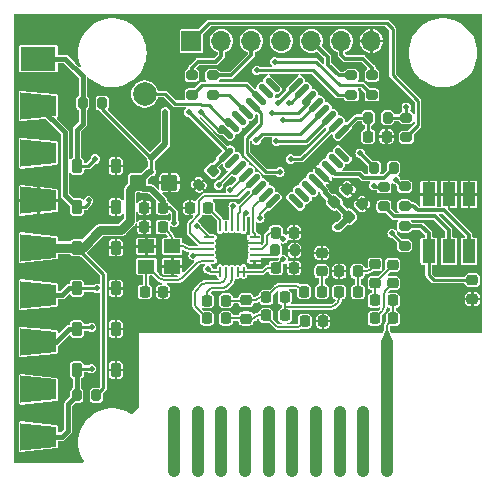
<source format=gbr>
%TF.GenerationSoftware,KiCad,Pcbnew,8.0.4-8.0.4-0~ubuntu22.04.1*%
%TF.CreationDate,2024-08-23T19:00:27-03:00*%
%TF.ProjectId,Anteres-Receiver,416e7465-7265-4732-9d52-656365697665,1.0.0*%
%TF.SameCoordinates,Original*%
%TF.FileFunction,Copper,L1,Top*%
%TF.FilePolarity,Positive*%
%FSLAX46Y46*%
G04 Gerber Fmt 4.6, Leading zero omitted, Abs format (unit mm)*
G04 Created by KiCad (PCBNEW 8.0.4-8.0.4-0~ubuntu22.04.1) date 2024-08-23 19:00:27*
%MOMM*%
%LPD*%
G01*
G04 APERTURE LIST*
G04 Aperture macros list*
%AMRoundRect*
0 Rectangle with rounded corners*
0 $1 Rounding radius*
0 $2 $3 $4 $5 $6 $7 $8 $9 X,Y pos of 4 corners*
0 Add a 4 corners polygon primitive as box body*
4,1,4,$2,$3,$4,$5,$6,$7,$8,$9,$2,$3,0*
0 Add four circle primitives for the rounded corners*
1,1,$1+$1,$2,$3*
1,1,$1+$1,$4,$5*
1,1,$1+$1,$6,$7*
1,1,$1+$1,$8,$9*
0 Add four rect primitives between the rounded corners*
20,1,$1+$1,$2,$3,$4,$5,0*
20,1,$1+$1,$4,$5,$6,$7,0*
20,1,$1+$1,$6,$7,$8,$9,0*
20,1,$1+$1,$8,$9,$2,$3,0*%
%AMOutline4P*
0 Free polygon, 4 corners , with rotation*
0 The origin of the aperture is its center*
0 number of corners: always 4*
0 $1 to $8 corner X, Y*
0 $9 Rotation angle, in degrees counterclockwise*
0 create outline with 4 corners*
4,1,4,$1,$2,$3,$4,$5,$6,$7,$8,$1,$2,$9*%
G04 Aperture macros list end*
%TA.AperFunction,EtchedComponent*%
%ADD10C,1.000000*%
%TD*%
%TA.AperFunction,ComponentPad*%
%ADD11C,1.000000*%
%TD*%
%TA.AperFunction,SMDPad,CuDef*%
%ADD12Outline4P,-0.350000X-0.400000X0.350000X-0.400000X0.050000X0.400000X-0.050000X0.400000X0.000000*%
%TD*%
%TA.AperFunction,SMDPad,CuDef*%
%ADD13RoundRect,0.200000X0.053033X-0.335876X0.335876X-0.053033X-0.053033X0.335876X-0.335876X0.053033X0*%
%TD*%
%TA.AperFunction,SMDPad,CuDef*%
%ADD14RoundRect,0.062500X-0.062500X0.350000X-0.062500X-0.350000X0.062500X-0.350000X0.062500X0.350000X0*%
%TD*%
%TA.AperFunction,SMDPad,CuDef*%
%ADD15RoundRect,0.062500X-0.350000X0.062500X-0.350000X-0.062500X0.350000X-0.062500X0.350000X0.062500X0*%
%TD*%
%TA.AperFunction,HeatsinkPad*%
%ADD16C,0.500000*%
%TD*%
%TA.AperFunction,HeatsinkPad*%
%ADD17R,2.500000X2.500000*%
%TD*%
%TA.AperFunction,SMDPad,CuDef*%
%ADD18RoundRect,0.225000X0.225000X0.250000X-0.225000X0.250000X-0.225000X-0.250000X0.225000X-0.250000X0*%
%TD*%
%TA.AperFunction,SMDPad,CuDef*%
%ADD19RoundRect,0.225000X-0.225000X-0.375000X0.225000X-0.375000X0.225000X0.375000X-0.225000X0.375000X0*%
%TD*%
%TA.AperFunction,SMDPad,CuDef*%
%ADD20RoundRect,0.200000X-0.200000X-0.275000X0.200000X-0.275000X0.200000X0.275000X-0.200000X0.275000X0*%
%TD*%
%TA.AperFunction,SMDPad,CuDef*%
%ADD21RoundRect,0.218750X-0.256250X0.218750X-0.256250X-0.218750X0.256250X-0.218750X0.256250X0.218750X0*%
%TD*%
%TA.AperFunction,SMDPad,CuDef*%
%ADD22RoundRect,0.218750X-0.218750X-0.256250X0.218750X-0.256250X0.218750X0.256250X-0.218750X0.256250X0*%
%TD*%
%TA.AperFunction,SMDPad,CuDef*%
%ADD23RoundRect,0.225000X-0.250000X0.225000X-0.250000X-0.225000X0.250000X-0.225000X0.250000X0.225000X0*%
%TD*%
%TA.AperFunction,SMDPad,CuDef*%
%ADD24RoundRect,0.200000X-0.275000X0.200000X-0.275000X-0.200000X0.275000X-0.200000X0.275000X0.200000X0*%
%TD*%
%TA.AperFunction,SMDPad,CuDef*%
%ADD25R,3.000000X2.000000*%
%TD*%
%TA.AperFunction,SMDPad,CuDef*%
%ADD26Outline4P,-1.500000X-1.150000X1.500000X-0.850000X1.500000X0.850000X-1.500000X1.150000X0.000000*%
%TD*%
%TA.AperFunction,SMDPad,CuDef*%
%ADD27RoundRect,0.225000X-0.225000X-0.250000X0.225000X-0.250000X0.225000X0.250000X-0.225000X0.250000X0*%
%TD*%
%TA.AperFunction,SMDPad,CuDef*%
%ADD28RoundRect,0.200000X0.275000X-0.200000X0.275000X0.200000X-0.275000X0.200000X-0.275000X-0.200000X0*%
%TD*%
%TA.AperFunction,SMDPad,CuDef*%
%ADD29RoundRect,0.218750X0.218750X0.256250X-0.218750X0.256250X-0.218750X-0.256250X0.218750X-0.256250X0*%
%TD*%
%TA.AperFunction,SMDPad,CuDef*%
%ADD30R,1.400000X1.200000*%
%TD*%
%TA.AperFunction,ComponentPad*%
%ADD31R,1.700000X1.700000*%
%TD*%
%TA.AperFunction,ComponentPad*%
%ADD32O,1.700000X1.700000*%
%TD*%
%TA.AperFunction,SMDPad,CuDef*%
%ADD33RoundRect,0.200000X0.200000X0.275000X-0.200000X0.275000X-0.200000X-0.275000X0.200000X-0.275000X0*%
%TD*%
%TA.AperFunction,SMDPad,CuDef*%
%ADD34RoundRect,0.225000X0.250000X-0.225000X0.250000X0.225000X-0.250000X0.225000X-0.250000X-0.225000X0*%
%TD*%
%TA.AperFunction,SMDPad,CuDef*%
%ADD35RoundRect,0.225000X0.017678X-0.335876X0.335876X-0.017678X-0.017678X0.335876X-0.335876X0.017678X0*%
%TD*%
%TA.AperFunction,SMDPad,CuDef*%
%ADD36C,2.000000*%
%TD*%
%TA.AperFunction,SMDPad,CuDef*%
%ADD37R,1.100000X2.000000*%
%TD*%
%TA.AperFunction,SMDPad,CuDef*%
%ADD38RoundRect,0.218750X0.256250X-0.218750X0.256250X0.218750X-0.256250X0.218750X-0.256250X-0.218750X0*%
%TD*%
%TA.AperFunction,SMDPad,CuDef*%
%ADD39RoundRect,0.250000X-0.450000X-0.425000X0.450000X-0.425000X0.450000X0.425000X-0.450000X0.425000X0*%
%TD*%
%TA.AperFunction,SMDPad,CuDef*%
%ADD40RoundRect,0.125000X0.530330X-0.353553X-0.353553X0.530330X-0.530330X0.353553X0.353553X-0.530330X0*%
%TD*%
%TA.AperFunction,SMDPad,CuDef*%
%ADD41RoundRect,0.125000X0.530330X0.353553X0.353553X0.530330X-0.530330X-0.353553X-0.353553X-0.530330X0*%
%TD*%
%TA.AperFunction,ViaPad*%
%ADD42C,0.500000*%
%TD*%
%TA.AperFunction,Conductor*%
%ADD43C,0.300000*%
%TD*%
%TA.AperFunction,Conductor*%
%ADD44C,0.200000*%
%TD*%
%TA.AperFunction,Conductor*%
%ADD45C,0.500000*%
%TD*%
%TA.AperFunction,Conductor*%
%ADD46C,0.250000*%
%TD*%
%TA.AperFunction,Conductor*%
%ADD47C,0.150000*%
%TD*%
%TA.AperFunction,Conductor*%
%ADD48C,0.400000*%
%TD*%
%TA.AperFunction,Conductor*%
%ADD49C,0.750000*%
%TD*%
G04 APERTURE END LIST*
D10*
%TO.C,AE401*%
X171750000Y-107950000D02*
X171750000Y-118950000D01*
X169750000Y-118950000D02*
X169750000Y-113950000D01*
X167750000Y-118950000D02*
X167750000Y-113950000D01*
X165750000Y-118950000D02*
X165750000Y-113950000D01*
X163750000Y-118950000D02*
X163750000Y-113950000D01*
X161750000Y-118950000D02*
X161750000Y-113950000D01*
X159750000Y-118950000D02*
X159750000Y-113950000D01*
X157750000Y-118950000D02*
X157750000Y-113950000D01*
X155750000Y-118950000D02*
X155750000Y-113950000D01*
X153750000Y-118950000D02*
X153750000Y-113950000D01*
%TD*%
D11*
%TO.P,AE401,*%
%TO.N,*%
X171750000Y-118950000D03*
X169750000Y-118950000D03*
X169750000Y-113950000D03*
X167750000Y-118950000D03*
X167750000Y-113950000D03*
X165750000Y-118950000D03*
X165750000Y-113950000D03*
X163750000Y-118950000D03*
X163750000Y-113950000D03*
X161750000Y-118950000D03*
X161750000Y-113950000D03*
X159750000Y-118950000D03*
X159750000Y-113950000D03*
X157750000Y-118950000D03*
X157750000Y-113950000D03*
X155750000Y-118950000D03*
X155750000Y-113950000D03*
X153750000Y-118950000D03*
X153750000Y-113950000D03*
D12*
%TO.P,AE401,1,A*%
%TO.N,/Radio 915MHz/ANT*%
X171750000Y-107250000D03*
%TD*%
D13*
%TO.P,R201,1*%
%TO.N,GND*%
X155833274Y-94666726D03*
%TO.P,R201,2*%
%TO.N,/Debugging/DBG_SWCLK*%
X157000000Y-93500000D03*
%TD*%
D14*
%TO.P,U401,1,SCLK*%
%TO.N,/MCU/CC1101_SCK*%
X159625000Y-98187500D03*
%TO.P,U401,2,SO(GDO1)*%
%TO.N,/MCU/CC1101_MISO*%
X159125000Y-98187500D03*
%TO.P,U401,3,GDO2*%
%TO.N,/MCU/CC1101_GDO2*%
X158625000Y-98187501D03*
%TO.P,U401,4,DVDD*%
%TO.N,unconnected-(U401-DVDD-Pad4)*%
X158125000Y-98187500D03*
%TO.P,U401,5,DCOUPL*%
%TO.N,Net-(U401-DCOUPL)*%
X157625000Y-98187500D03*
D15*
%TO.P,U401,6,GDO0*%
%TO.N,/MCU/CC1101_GDO0*%
X156687500Y-99125000D03*
%TO.P,U401,7,~{CS}*%
%TO.N,/MCU/CC1101_~{CS}*%
X156687500Y-99625000D03*
%TO.P,U401,8,XOSC_Q1*%
%TO.N,/Radio 915MHz/X1*%
X156687501Y-100125000D03*
%TO.P,U401,9,AVDD*%
%TO.N,+3V3*%
X156687500Y-100625000D03*
%TO.P,U401,10,XOSC_Q2*%
%TO.N,/Radio 915MHz/X2*%
X156687500Y-101125000D03*
D14*
%TO.P,U401,11,AVDD*%
%TO.N,+3V3*%
X157625000Y-102062500D03*
%TO.P,U401,12,RF_P*%
%TO.N,/Radio 915MHz/RF_P*%
X158125000Y-102062500D03*
%TO.P,U401,13,RF_N*%
%TO.N,/Radio 915MHz/RF_N*%
X158625000Y-102062499D03*
%TO.P,U401,14,AVDD*%
%TO.N,+3V3*%
X159125000Y-102062500D03*
%TO.P,U401,15,AVDD*%
X159625000Y-102062500D03*
D15*
%TO.P,U401,16,GND*%
%TO.N,GND*%
X160562500Y-101125000D03*
%TO.P,U401,17,RBIAS*%
%TO.N,Net-(U401-RBIAS)*%
X160562500Y-100625000D03*
%TO.P,U401,18,DGUARD*%
%TO.N,+3V3*%
X160562499Y-100125000D03*
%TO.P,U401,19,GND*%
%TO.N,GND*%
X160562500Y-99625000D03*
%TO.P,U401,20,SI*%
%TO.N,/MCU/CC1101_MOSI*%
X160562500Y-99125000D03*
D16*
%TO.P,U401,21,PAD*%
%TO.N,GND*%
X159625000Y-99125000D03*
X157625000Y-99125000D03*
D17*
X158625000Y-100125000D03*
D16*
X159625000Y-101125000D03*
X157625000Y-101125000D03*
%TD*%
D18*
%TO.P,C409,1*%
%TO.N,GND*%
X166349301Y-106228643D03*
%TO.P,C409,2*%
%TO.N,/Radio 915MHz/RF_P1*%
X164799301Y-106228643D03*
%TD*%
D19*
%TO.P,D303,1,K*%
%TO.N,/MCU/PS2_ATT*%
X145500000Y-103450000D03*
%TO.P,D303,2,A*%
%TO.N,GND*%
X148800000Y-103450000D03*
%TD*%
%TO.P,D304,1,K*%
%TO.N,+3V3*%
X145500000Y-100000000D03*
%TO.P,D304,2,A*%
%TO.N,GND*%
X148800000Y-100000000D03*
%TD*%
D20*
%TO.P,R301,1*%
%TO.N,/MCU/PS2_ACK*%
X145500000Y-112500000D03*
%TO.P,R301,2*%
%TO.N,+3V3*%
X147150000Y-112500000D03*
%TD*%
D21*
%TO.P,L406,1*%
%TO.N,/Radio 915MHz/RF_C1*%
X170750000Y-101424998D03*
%TO.P,L406,2*%
%TO.N,/Radio 915MHz/RF_C2*%
X170750000Y-103000000D03*
%TD*%
D22*
%TO.P,L407,1*%
%TO.N,Net-(C414-Pad2)*%
X170712499Y-106000000D03*
%TO.P,L407,2*%
%TO.N,/Radio 915MHz/ANT*%
X172287501Y-106000000D03*
%TD*%
D23*
%TO.P,C414,1*%
%TO.N,/Radio 915MHz/RF_C2*%
X172250000Y-101437499D03*
%TO.P,C414,2*%
%TO.N,Net-(C414-Pad2)*%
X172250000Y-102987499D03*
%TD*%
D19*
%TO.P,D302,1,K*%
%TO.N,/MCU/PS2_SCK*%
X145500000Y-106900000D03*
%TO.P,D302,2,A*%
%TO.N,GND*%
X148800000Y-106900000D03*
%TD*%
%TO.P,D305,1,K*%
%TO.N,/MCU/PS2_CMD*%
X145500000Y-96550000D03*
%TO.P,D305,2,A*%
%TO.N,GND*%
X148800000Y-96550000D03*
%TD*%
D24*
%TO.P,R204,1*%
%TO.N,/MCU/LED_G (TIM3_CH4)*%
X171500000Y-94850000D03*
%TO.P,R204,2*%
%TO.N,Net-(D201-GA)*%
X171500000Y-96500000D03*
%TD*%
D25*
%TO.P,J301,1,Pin_1*%
%TO.N,/MCU/PS2_DATA*%
X142250000Y-84000000D03*
D26*
%TO.P,J301,2,Pin_2*%
%TO.N,/MCU/PS2_CMD*%
X142250000Y-88000000D03*
%TO.P,J301,3,Pin_3*%
%TO.N,unconnected-(J301-Pin_3-Pad3)*%
X142250000Y-92000000D03*
%TO.P,J301,4,Pin_4*%
%TO.N,GND*%
X142250000Y-96000000D03*
%TO.P,J301,5,Pin_5*%
%TO.N,+3V3*%
X142250000Y-100000000D03*
%TO.P,J301,6,Pin_6*%
%TO.N,/MCU/PS2_ATT*%
X142250000Y-104000000D03*
%TO.P,J301,7,Pin_7*%
%TO.N,/MCU/PS2_SCK*%
X142250000Y-108000000D03*
%TO.P,J301,8,Pin_8*%
%TO.N,unconnected-(J301-Pin_8-Pad8)*%
X142250000Y-112000000D03*
%TO.P,J301,9,Pin_9*%
%TO.N,/MCU/PS2_ACK*%
X142250000Y-116000000D03*
%TD*%
D20*
%TO.P,R302,1*%
%TO.N,/MCU/PS2_DATA*%
X146000000Y-87750000D03*
%TO.P,R302,2*%
%TO.N,+3V3*%
X147650000Y-87750000D03*
%TD*%
D27*
%TO.P,C405,1*%
%TO.N,+3V3*%
X162350000Y-98728643D03*
%TO.P,C405,2*%
%TO.N,GND*%
X163900000Y-98728643D03*
%TD*%
%TO.P,C204,1*%
%TO.N,/MCU/SYNC_BTN*%
X170175000Y-90600000D03*
%TO.P,C204,2*%
%TO.N,GND*%
X171725000Y-90600000D03*
%TD*%
D28*
%TO.P,R505,1*%
%TO.N,/Debugging/DBG_SWCLK*%
X170500000Y-87075000D03*
%TO.P,R505,2*%
%TO.N,/Debugging/SWCLK*%
X170500000Y-85425000D03*
%TD*%
D27*
%TO.P,C412,1*%
%TO.N,/Radio 915MHz/RF_N1*%
X161549301Y-104203643D03*
%TO.P,C412,2*%
%TO.N,/Radio 915MHz/RF_C*%
X163099301Y-104203643D03*
%TD*%
D19*
%TO.P,D306,1,K*%
%TO.N,/MCU/PS2_DATA*%
X145500000Y-93100000D03*
%TO.P,D306,2,A*%
%TO.N,GND*%
X148800000Y-93100000D03*
%TD*%
D29*
%TO.P,L403,1*%
%TO.N,Net-(C411-Pad1)*%
X166287501Y-103728643D03*
%TO.P,L403,2*%
%TO.N,/Radio 915MHz/RF_N1*%
X164712499Y-103728643D03*
%TD*%
D30*
%TO.P,Y401,1,1*%
%TO.N,/Radio 915MHz/X1*%
X153600000Y-99900000D03*
%TO.P,Y401,2,2*%
%TO.N,GND*%
X151400000Y-99900000D03*
%TO.P,Y401,3,3*%
%TO.N,/Radio 915MHz/X2*%
X151400000Y-101600000D03*
%TO.P,Y401,4,4*%
%TO.N,GND*%
X153600000Y-101600000D03*
%TD*%
D31*
%TO.P,J501,1,Pin_1*%
%TO.N,+3V3*%
X155210000Y-82500000D03*
D32*
%TO.P,J501,2,Pin_2*%
%TO.N,/Debugging/TX*%
X157750000Y-82500000D03*
%TO.P,J501,3,Pin_3*%
%TO.N,/Debugging/RX*%
X160289999Y-82500000D03*
%TO.P,J501,4,Pin_4*%
%TO.N,/Debugging/~{RST}*%
X162830000Y-82500000D03*
%TO.P,J501,5,Pin_5*%
%TO.N,/Debugging/SWDIO*%
X165370000Y-82500000D03*
%TO.P,J501,6,Pin_6*%
%TO.N,/Debugging/SWCLK*%
X167910000Y-82500000D03*
%TO.P,J501,7,Pin_7*%
%TO.N,GND*%
X170450000Y-82500000D03*
%TD*%
D27*
%TO.P,C404,1*%
%TO.N,+3V3*%
X162350000Y-101728643D03*
%TO.P,C404,2*%
%TO.N,GND*%
X163900000Y-101728643D03*
%TD*%
D28*
%TO.P,R205,1*%
%TO.N,/MCU/LED_R (TIM3_CH1)*%
X173250000Y-99825000D03*
%TO.P,R205,2*%
%TO.N,Net-(D201-BA)*%
X173250000Y-98175000D03*
%TD*%
D33*
%TO.P,R503,1*%
%TO.N,/MCU/~{RST}*%
X172325000Y-93250000D03*
%TO.P,R503,2*%
%TO.N,/Debugging/~{RST}*%
X170675000Y-93250000D03*
%TD*%
D24*
%TO.P,R203,1*%
%TO.N,/MCU/LED_B (TIM3_CH3)*%
X173250000Y-94825000D03*
%TO.P,R203,2*%
%TO.N,Net-(D201-RA)*%
X173250000Y-96475000D03*
%TD*%
D27*
%TO.P,C415,1*%
%TO.N,/Radio 915MHz/RF_C2*%
X170725000Y-104462499D03*
%TO.P,C415,2*%
%TO.N,/Radio 915MHz/ANT*%
X172275000Y-104462499D03*
%TD*%
D22*
%TO.P,L405,1*%
%TO.N,/Radio 915MHz/RF_C*%
X167712500Y-103750000D03*
%TO.P,L405,2*%
%TO.N,/Radio 915MHz/RF_C1*%
X169287500Y-103750000D03*
%TD*%
D34*
%TO.P,C411,1*%
%TO.N,Net-(C411-Pad1)*%
X166250000Y-102003643D03*
%TO.P,C411,2*%
%TO.N,GND*%
X166250000Y-100453643D03*
%TD*%
D19*
%TO.P,D301,1,K*%
%TO.N,/MCU/PS2_ACK*%
X145500000Y-110350000D03*
%TO.P,D301,2,A*%
%TO.N,GND*%
X148800000Y-110350000D03*
%TD*%
D35*
%TO.P,C202,1*%
%TO.N,+3V3*%
X168550699Y-97396357D03*
%TO.P,C202,2*%
%TO.N,GND*%
X169646715Y-96300341D03*
%TD*%
D36*
%TO.P,TP201,1,1*%
%TO.N,Net-(U201-PA12{slash}PA10)*%
X151250000Y-87000000D03*
%TD*%
D28*
%TO.P,R502,1*%
%TO.N,/Debugging/DBG_RX*%
X157000000Y-87075000D03*
%TO.P,R502,2*%
%TO.N,/Debugging/RX*%
X157000000Y-85425000D03*
%TD*%
D35*
%TO.P,C203,1*%
%TO.N,+3V3*%
X167300699Y-96146357D03*
%TO.P,C203,2*%
%TO.N,GND*%
X168396715Y-95050341D03*
%TD*%
D20*
%TO.P,R202,1*%
%TO.N,/MCU/SYNC_BTN*%
X170175000Y-89000000D03*
%TO.P,R202,2*%
%TO.N,Net-(SW201-A)*%
X171825000Y-89000000D03*
%TD*%
D18*
%TO.P,C401,1*%
%TO.N,/Radio 915MHz/X1*%
X152775000Y-98250000D03*
%TO.P,C401,2*%
%TO.N,GND*%
X151225000Y-98250000D03*
%TD*%
D37*
%TO.P,D201,1,RK*%
%TO.N,GND*%
X178700000Y-95500000D03*
%TO.P,D201,2,GK*%
X177000000Y-95500000D03*
%TO.P,D201,3,BK*%
X175300000Y-95500000D03*
%TO.P,D201,4,BA*%
%TO.N,Net-(D201-BA)*%
X175300000Y-100300000D03*
%TO.P,D201,5,GA*%
%TO.N,Net-(D201-GA)*%
X177000000Y-100300000D03*
%TO.P,D201,6,RA*%
%TO.N,Net-(D201-RA)*%
X178700000Y-100300000D03*
%TD*%
D22*
%TO.P,L402,1*%
%TO.N,/Radio 915MHz/RF_N*%
X156536800Y-104478643D03*
%TO.P,L402,2*%
%TO.N,/Radio 915MHz/RF_N1*%
X158111802Y-104478643D03*
%TD*%
D34*
%TO.P,C410,1*%
%TO.N,/Radio 915MHz/RF_P1*%
X159824301Y-106003643D03*
%TO.P,C410,2*%
%TO.N,/Radio 915MHz/RF_N1*%
X159824301Y-104453643D03*
%TD*%
D28*
%TO.P,R504,1*%
%TO.N,/Debugging/DBG_SWDIO*%
X168750000Y-87075000D03*
%TO.P,R504,2*%
%TO.N,/Debugging/SWDIO*%
X168750000Y-85425000D03*
%TD*%
D22*
%TO.P,L404,1*%
%TO.N,/Radio 915MHz/RF_P1*%
X161536801Y-105728643D03*
%TO.P,L404,2*%
%TO.N,/Radio 915MHz/RF_C*%
X163111801Y-105728643D03*
%TD*%
D28*
%TO.P,R501,1*%
%TO.N,/Debugging/DBG_TX*%
X155250000Y-87075000D03*
%TO.P,R501,2*%
%TO.N,/Debugging/TX*%
X155250000Y-85425000D03*
%TD*%
%TO.P,R206,1*%
%TO.N,+3V3*%
X173400000Y-90650000D03*
%TO.P,R206,2*%
%TO.N,Net-(SW201-A)*%
X173400000Y-89000000D03*
%TD*%
D27*
%TO.P,C402,1*%
%TO.N,/Radio 915MHz/X2*%
X151250000Y-103750000D03*
%TO.P,C402,2*%
%TO.N,GND*%
X152800000Y-103750000D03*
%TD*%
D18*
%TO.P,C406,1*%
%TO.N,+3V3*%
X152775000Y-96625000D03*
%TO.P,C406,2*%
%TO.N,GND*%
X151225000Y-96625000D03*
%TD*%
D38*
%TO.P,D202,1,K*%
%TO.N,GND*%
X179000000Y-104325002D03*
%TO.P,D202,2,A*%
%TO.N,Net-(D201-BA)*%
X179000000Y-102750000D03*
%TD*%
D18*
%TO.P,C413,1*%
%TO.N,/Radio 915MHz/RF_C1*%
X169275000Y-102000000D03*
%TO.P,C413,2*%
%TO.N,GND*%
X167725000Y-102000000D03*
%TD*%
D22*
%TO.P,L401,1*%
%TO.N,/Radio 915MHz/RF_P*%
X156536800Y-105978643D03*
%TO.P,L401,2*%
%TO.N,/Radio 915MHz/RF_P1*%
X158111802Y-105978643D03*
%TD*%
D39*
%TO.P,C201,1*%
%TO.N,+3V3*%
X150650000Y-94500000D03*
%TO.P,C201,2*%
%TO.N,GND*%
X153350000Y-94500000D03*
%TD*%
D40*
%TO.P,U201,1,PB9*%
%TO.N,unconnected-(U201-PB9-Pad1)*%
X164022971Y-96078427D03*
%TO.P,U201,2,PC14*%
%TO.N,unconnected-(U201-PC14-Pad2)*%
X164588656Y-95512741D03*
%TO.P,U201,3,PC15*%
%TO.N,unconnected-(U201-PC15-Pad3)*%
X165154342Y-94947056D03*
%TO.P,U201,4,VDD*%
%TO.N,+3V3*%
X165720027Y-94381371D03*
%TO.P,U201,5,VSS*%
%TO.N,GND*%
X166285713Y-93815685D03*
%TO.P,U201,6,NRST*%
%TO.N,/MCU/~{RST}*%
X166851398Y-93250000D03*
%TO.P,U201,7,PA0*%
%TO.N,unconnected-(U201-PA0-Pad7)*%
X167417083Y-92684314D03*
%TO.P,U201,8,PA1*%
%TO.N,unconnected-(U201-PA1-Pad8)*%
X167982769Y-92118629D03*
D41*
%TO.P,U201,9,PA2*%
%TO.N,/MCU/SYNC_BTN*%
X167982769Y-90174085D03*
%TO.P,U201,10,PA3*%
%TO.N,/MCU/PS2_ACK*%
X167417083Y-89608400D03*
%TO.P,U201,11,PA4*%
%TO.N,/MCU/PS2_ATT*%
X166851398Y-89042714D03*
%TO.P,U201,12,PA5*%
%TO.N,/MCU/PS2_SCK*%
X166285713Y-88477029D03*
%TO.P,U201,13,PA6*%
%TO.N,/MCU/PS2_DATA*%
X165720027Y-87911343D03*
%TO.P,U201,14,PA7*%
%TO.N,/MCU/PS2_CMD*%
X165154342Y-87345658D03*
%TO.P,U201,15,PB0*%
%TO.N,/MCU/LED_B (TIM3_CH3)*%
X164588656Y-86779973D03*
%TO.P,U201,16,PB1*%
%TO.N,/MCU/LED_G (TIM3_CH4)*%
X164022971Y-86214287D03*
D40*
%TO.P,U201,17,PB2*%
%TO.N,unconnected-(U201-PB2-Pad17)*%
X162078427Y-86214287D03*
%TO.P,U201,18,PA8*%
%TO.N,unconnected-(U201-PA8-Pad18)*%
X161512742Y-86779973D03*
%TO.P,U201,19,PA9/NC*%
%TO.N,/Debugging/DBG_TX*%
X160947056Y-87345658D03*
%TO.P,U201,20,PC6*%
%TO.N,/MCU/LED_R (TIM3_CH1)*%
X160381371Y-87911343D03*
%TO.P,U201,21,PA10/NC*%
%TO.N,/Debugging/DBG_RX*%
X159815685Y-88477029D03*
%TO.P,U201,22,PA11/PA9*%
%TO.N,unconnected-(U201-PA11{slash}PA9-Pad22)*%
X159250000Y-89042714D03*
%TO.P,U201,23,PA12/PA10*%
%TO.N,Net-(U201-PA12{slash}PA10)*%
X158684315Y-89608400D03*
%TO.P,U201,24,PA13*%
%TO.N,/Debugging/DBG_SWDIO*%
X158118629Y-90174085D03*
D41*
%TO.P,U201,25,PA14*%
%TO.N,/Debugging/DBG_SWCLK*%
X158118629Y-92118629D03*
%TO.P,U201,26,PA15*%
%TO.N,unconnected-(U201-PA15-Pad26)*%
X158684315Y-92684314D03*
%TO.P,U201,27,PB3*%
%TO.N,/MCU/CC1101_GDO0*%
X159250000Y-93250000D03*
%TO.P,U201,28,PB4*%
%TO.N,/MCU/CC1101_GDO2*%
X159815685Y-93815685D03*
%TO.P,U201,29,PB5*%
%TO.N,/MCU/CC1101_~{CS}*%
X160381371Y-94381371D03*
%TO.P,U201,30,PB6*%
%TO.N,/MCU/CC1101_MISO*%
X160947056Y-94947056D03*
%TO.P,U201,31,PB7*%
%TO.N,/MCU/CC1101_MOSI*%
X161512742Y-95512741D03*
%TO.P,U201,32,PB8*%
%TO.N,/MCU/CC1101_SCK*%
X162078427Y-96078427D03*
%TD*%
D20*
%TO.P,R401,1*%
%TO.N,Net-(U401-RBIAS)*%
X162300000Y-100228643D03*
%TO.P,R401,2*%
%TO.N,GND*%
X163950000Y-100228643D03*
%TD*%
D18*
%TO.P,C403,1*%
%TO.N,Net-(U401-DCOUPL)*%
X156625000Y-96625000D03*
%TO.P,C403,2*%
%TO.N,GND*%
X155075000Y-96625000D03*
%TD*%
D42*
%TO.N,GND*%
X179500000Y-86500000D03*
X179500000Y-88200000D03*
X179400000Y-90600000D03*
X179500000Y-92300000D03*
X179400000Y-93800000D03*
X179500000Y-101700000D03*
X179500000Y-97800000D03*
X177900000Y-104400000D03*
X179400000Y-106100000D03*
X179200000Y-106900000D03*
X178100000Y-106900000D03*
X177000000Y-106900000D03*
X176000000Y-106900000D03*
X175100000Y-106900000D03*
X154200000Y-106900000D03*
X153200000Y-106900000D03*
X152200000Y-106900000D03*
X151200000Y-106800000D03*
X150000000Y-113500000D03*
X144700000Y-117900000D03*
X141600000Y-117900000D03*
X146200000Y-80600000D03*
X153800000Y-80700000D03*
X172900000Y-80600000D03*
X179300000Y-80800000D03*
X176500000Y-87500000D03*
X171700000Y-91600000D03*
X171900000Y-86400000D03*
X152900000Y-85800000D03*
X149500000Y-88300000D03*
X147200000Y-90300000D03*
X149300000Y-91400000D03*
X151500000Y-90300000D03*
X154200000Y-90200000D03*
X154300000Y-91500000D03*
X159200000Y-91000000D03*
X162300000Y-92000000D03*
X163800000Y-93400000D03*
%TO.N,Net-(SW201-A)*%
X173400000Y-88100000D03*
%TO.N,/MCU/PS2_SCK*%
X160700000Y-90900000D03*
%TO.N,/MCU/PS2_ATT*%
X162400000Y-91000000D03*
%TO.N,GND*%
X163100000Y-85700000D03*
X168800000Y-90900000D03*
X166500000Y-99400000D03*
X165700000Y-99400000D03*
X162400000Y-105000000D03*
X160700000Y-105100000D03*
X159000000Y-105200000D03*
X157300000Y-105200000D03*
X172000000Y-99700000D03*
X171300000Y-99700000D03*
X170400000Y-99700000D03*
X169600000Y-99700000D03*
X168600000Y-99700000D03*
X167400000Y-99700000D03*
X167200000Y-100300000D03*
X168400000Y-100300000D03*
X169100000Y-100300000D03*
X170800000Y-100400000D03*
X169900000Y-100400000D03*
X169800000Y-101000000D03*
X169000000Y-101000000D03*
X168200000Y-101000000D03*
X167500000Y-101000000D03*
X171500000Y-100400000D03*
X172300000Y-100400000D03*
X173300000Y-100800000D03*
X173200000Y-105700000D03*
X173200000Y-105000000D03*
X173200000Y-104100000D03*
X173200000Y-103300000D03*
X173200000Y-102500000D03*
X173300000Y-101700000D03*
X173800000Y-101200000D03*
X174000000Y-102000000D03*
X174000000Y-103000000D03*
X174000000Y-105200000D03*
X174000000Y-104200000D03*
X174000000Y-105900000D03*
X173500000Y-106500000D03*
X174200000Y-106800000D03*
X172900000Y-107000000D03*
X168800000Y-105900000D03*
X168100000Y-106900000D03*
X169100000Y-106900000D03*
X170100000Y-107000000D03*
X170900000Y-107000000D03*
X169800000Y-106000000D03*
X169600000Y-105000000D03*
X168500000Y-104700000D03*
X168500000Y-102900000D03*
X167000000Y-102900000D03*
X160600000Y-102600000D03*
X159600000Y-103000000D03*
X162200000Y-102800000D03*
X164000000Y-102700000D03*
X164800000Y-102700000D03*
X165500000Y-103100000D03*
X164000000Y-104400000D03*
X165500000Y-104400000D03*
X167800000Y-105400000D03*
X165600000Y-105600000D03*
X164000000Y-105600000D03*
X167400000Y-106200000D03*
X167000000Y-107000000D03*
X165600002Y-107000000D03*
X160800000Y-107000000D03*
X161800000Y-107000000D03*
X159800002Y-107000000D03*
X158800000Y-107000000D03*
X157800000Y-107000000D03*
X156800002Y-107000000D03*
X156000000Y-107000000D03*
X155400000Y-106600000D03*
X155400000Y-105800000D03*
X154800000Y-105200000D03*
X152800000Y-104800000D03*
X153800000Y-103800000D03*
X156000000Y-102400000D03*
X169200000Y-83200000D03*
X169200000Y-81600000D03*
X171400000Y-83800000D03*
X178800000Y-88800000D03*
X177200000Y-90200000D03*
X154800000Y-103600000D03*
X155400000Y-102800000D03*
X159000000Y-103600000D03*
X160600000Y-103400000D03*
X161400000Y-103200000D03*
X163200000Y-102600000D03*
X165000000Y-102000000D03*
X165000000Y-100800000D03*
X165000000Y-100000000D03*
X161800000Y-97600000D03*
X158000000Y-96750000D03*
X156563909Y-97813909D03*
X174250000Y-95500000D03*
X174250000Y-94250000D03*
X176250000Y-94000000D03*
X178000000Y-94000000D03*
X177750000Y-97000000D03*
X179250000Y-97000000D03*
X170006493Y-95975000D03*
X165100000Y-93200000D03*
X165700000Y-92600000D03*
X152500000Y-84750000D03*
X152250000Y-81000000D03*
X150000000Y-107750000D03*
X149500000Y-101500000D03*
X150000000Y-99250000D03*
X151944951Y-94297833D03*
X145500000Y-98250000D03*
X150000000Y-102500000D03*
X142500000Y-90000000D03*
X145500000Y-94750000D03*
X142750000Y-81500000D03*
X149000000Y-95000000D03*
X142250000Y-106000000D03*
X145000000Y-86500000D03*
X151250000Y-95750000D03*
X150000000Y-106000000D03*
X150000000Y-109500000D03*
X152500000Y-100750000D03*
X150000000Y-111250000D03*
X154000000Y-88500000D03*
X142250000Y-109750000D03*
X150000000Y-104500000D03*
X154750000Y-95500000D03*
X142250000Y-94000000D03*
X142500000Y-86000000D03*
X145500000Y-105250000D03*
X145500000Y-101750000D03*
X154800000Y-104400000D03*
%TO.N,+3V3*%
X153750000Y-97875000D03*
X151799998Y-93575000D03*
X163000000Y-99250000D03*
X163000000Y-101000000D03*
X156600000Y-101800000D03*
X155347507Y-100675000D03*
X167500000Y-98250000D03*
X153000000Y-88500000D03*
%TO.N,/MCU/PS2_ACK*%
X146750000Y-110250000D03*
X163600000Y-92500000D03*
%TO.N,/MCU/PS2_SCK*%
X146750000Y-106750000D03*
%TO.N,/MCU/PS2_ATT*%
X147175000Y-103458463D03*
%TO.N,/MCU/PS2_CMD*%
X162000000Y-88600000D03*
X146500000Y-96000000D03*
%TO.N,/MCU/PS2_DATA*%
X147059287Y-92500000D03*
X163000000Y-89200000D03*
%TO.N,/Debugging/~{RST}*%
X169500000Y-92000000D03*
%TO.N,/Debugging/DBG_SWCLK*%
X162250000Y-84250000D03*
X154999998Y-88525000D03*
%TO.N,/MCU/LED_B (TIM3_CH3)*%
X172500000Y-94250000D03*
X163500000Y-87750020D03*
%TO.N,/MCU/LED_G (TIM3_CH4)*%
X162500000Y-87750000D03*
X170646405Y-94741057D03*
%TO.N,/MCU/LED_R (TIM3_CH1)*%
X162700000Y-93600000D03*
X172200000Y-98800000D03*
%TO.N,/Debugging/DBG_SWDIO*%
X160750000Y-85000000D03*
X156000000Y-88525000D03*
%TO.N,/MCU/CC1101_GDO2*%
X158500422Y-95105230D03*
X158750000Y-96500014D03*
%TO.N,/MCU/CC1101_SCK*%
X161000000Y-97500000D03*
X159846907Y-97036075D03*
%TO.N,/MCU/CC1101_GDO0*%
X155642136Y-98200000D03*
X157500000Y-94700006D03*
%TD*%
D43*
%TO.N,/MCU/~{RST}*%
X166851398Y-93250000D02*
X167401398Y-93800000D01*
X169500000Y-93800000D02*
X169775000Y-94075000D01*
X167401398Y-93800000D02*
X169500000Y-93800000D01*
X169775000Y-94075000D02*
X171500000Y-94075000D01*
X171500000Y-94075000D02*
X172325000Y-93250000D01*
D44*
%TO.N,/MCU/CC1101_GDO0*%
X158950006Y-93250000D02*
X157500000Y-94700006D01*
X159250000Y-93250000D02*
X158950006Y-93250000D01*
D45*
%TO.N,+3V3*%
X150650000Y-94500000D02*
X151575000Y-93575000D01*
D46*
X151825000Y-93549998D02*
X151799998Y-93575000D01*
X151825000Y-92400000D02*
X151825000Y-93549998D01*
D45*
X151575000Y-93575000D02*
X151799998Y-93575000D01*
D46*
%TO.N,/MCU/LED_R (TIM3_CH1)*%
X160381371Y-87911343D02*
X161100000Y-88629972D01*
X161100000Y-88629972D02*
X161100000Y-89500000D01*
X159900000Y-92013173D02*
X161486827Y-93600000D01*
X161100000Y-89500000D02*
X159900000Y-90700000D01*
X159900000Y-90700000D02*
X159900000Y-92013173D01*
X161486827Y-93600000D02*
X162700000Y-93600000D01*
%TO.N,/MCU/PS2_SCK*%
X161200000Y-90400000D02*
X160700000Y-90900000D01*
X164362742Y-90400000D02*
X161200000Y-90400000D01*
X166285713Y-88477029D02*
X164362742Y-90400000D01*
%TO.N,/MCU/LED_G (TIM3_CH4)*%
X171500000Y-94850000D02*
X170755348Y-94850000D01*
X170755348Y-94850000D02*
X170646405Y-94741057D01*
%TO.N,/MCU/PS2_ACK*%
X164525483Y-92500000D02*
X163600000Y-92500000D01*
X167417083Y-89608400D02*
X164525483Y-92500000D01*
%TO.N,Net-(SW201-A)*%
X173400000Y-89000000D02*
X173400000Y-88100000D01*
%TO.N,/MCU/SYNC_BTN*%
X170175000Y-89000000D02*
X169156854Y-89000000D01*
X169156854Y-89000000D02*
X167982769Y-90174085D01*
X170175000Y-90600000D02*
X170175000Y-89000000D01*
%TO.N,Net-(SW201-A)*%
X173400000Y-89000000D02*
X171825000Y-89000000D01*
%TO.N,+3V3*%
X174400000Y-88800000D02*
X174400000Y-89650000D01*
X174400000Y-89650000D02*
X173400000Y-90650000D01*
D47*
X174400000Y-88800000D02*
X174400000Y-88400000D01*
D46*
X174400000Y-87575000D02*
X174400000Y-88800000D01*
X172250000Y-85425000D02*
X174400000Y-87575000D01*
D47*
X173400000Y-90650000D02*
X173550000Y-90650000D01*
D46*
%TO.N,/MCU/PS2_DATA*%
X164431370Y-89200000D02*
X163000000Y-89200000D01*
X165720027Y-87911343D02*
X164431370Y-89200000D01*
%TO.N,/MCU/PS2_CMD*%
X164253553Y-88600000D02*
X162000000Y-88600000D01*
X165154342Y-87699211D02*
X164253553Y-88600000D01*
X165154342Y-87345658D02*
X165154342Y-87699211D01*
D45*
%TO.N,+3V3*%
X150650000Y-94500000D02*
X151147833Y-94997833D01*
X151147833Y-94997833D02*
X151747833Y-94997833D01*
X151747833Y-94997833D02*
X152775000Y-96025000D01*
X152775000Y-96025000D02*
X152775000Y-96625000D01*
D46*
%TO.N,/MCU/PS2_ATT*%
X163249994Y-91000000D02*
X162400000Y-91000000D01*
%TO.N,Net-(U201-PA12{slash}PA10)*%
X156672362Y-87950000D02*
X156100000Y-87950000D01*
X153000000Y-87000000D02*
X151250000Y-87000000D01*
X158330762Y-89608400D02*
X156672362Y-87950000D01*
%TO.N,/Debugging/DBG_SWDIO*%
X158118629Y-90174085D02*
X157649085Y-90174085D01*
%TO.N,Net-(U201-PA12{slash}PA10)*%
X153800000Y-87800000D02*
X153000000Y-87000000D01*
X156100000Y-87950000D02*
X155950000Y-87800000D01*
X158684315Y-89608400D02*
X158330762Y-89608400D01*
%TO.N,/Debugging/DBG_SWCLK*%
X158118629Y-91643631D02*
X154999998Y-88525000D01*
%TO.N,Net-(U201-PA12{slash}PA10)*%
X155950000Y-87800000D02*
X153800000Y-87800000D01*
%TO.N,/Debugging/DBG_SWCLK*%
X158118629Y-92118629D02*
X158118629Y-91643631D01*
%TO.N,/Debugging/DBG_SWDIO*%
X157649085Y-90174085D02*
X156000000Y-88525000D01*
%TO.N,/MCU/LED_R (TIM3_CH1)*%
X173225000Y-99825000D02*
X172200000Y-98800000D01*
X173250000Y-99825000D02*
X173225000Y-99825000D01*
D44*
%TO.N,/Radio 915MHz/RF_N*%
X158507843Y-102992157D02*
G75*
G03*
X158625010Y-102709315I-282843J282857D01*
G01*
X158217158Y-103282842D02*
G75*
G02*
X157934315Y-103400010I-282858J282842D01*
G01*
X156536800Y-104478643D02*
X156536800Y-103763200D01*
X156536800Y-103763200D02*
X156900000Y-103400000D01*
X156900000Y-103400000D02*
X157934315Y-103400000D01*
X158217158Y-103282842D02*
X158507843Y-102992157D01*
X158625000Y-102709315D02*
X158625000Y-102062499D01*
%TO.N,+3V3*%
X157625000Y-102062500D02*
X156862500Y-102062500D01*
X156862500Y-102062500D02*
X156600000Y-101800000D01*
D45*
X153000000Y-91225000D02*
X153000000Y-88500000D01*
X151825000Y-92400000D02*
X153000000Y-91225000D01*
D46*
X147750000Y-111900000D02*
X147750000Y-102250000D01*
D48*
X167300699Y-96146357D02*
X168550699Y-97396357D01*
D49*
X150000000Y-97750000D02*
X150000000Y-95150000D01*
D46*
X147650000Y-88225000D02*
X151825000Y-92400000D01*
D48*
X165720027Y-94381371D02*
X166485013Y-95146357D01*
D44*
X161240444Y-102062500D02*
X161574301Y-101728643D01*
D49*
X147500000Y-98500000D02*
X149250000Y-98500000D01*
D44*
X161824301Y-98728643D02*
X162350000Y-98728643D01*
D46*
X147750000Y-102250000D02*
X145500000Y-100000000D01*
D44*
X162350000Y-101728643D02*
X162350000Y-101650000D01*
D49*
X145500000Y-100000000D02*
X146000000Y-100000000D01*
D46*
X172250000Y-85425000D02*
X172250000Y-81500000D01*
D44*
X161574301Y-101728643D02*
X162350000Y-101728643D01*
X161574301Y-98978643D02*
X161824301Y-98728643D01*
X162350000Y-101650000D02*
X163000000Y-101000000D01*
D43*
X152775000Y-96625000D02*
X153375000Y-96625000D01*
D44*
X160562499Y-100125000D02*
X161177944Y-100125000D01*
X161177944Y-100125000D02*
X161574301Y-99728643D01*
X159625000Y-102062500D02*
X161240444Y-102062500D01*
X162350000Y-98728643D02*
X162478643Y-98728643D01*
D48*
X166485013Y-95330671D02*
X166485013Y-95146357D01*
D49*
X142250000Y-100000000D02*
X145500000Y-100000000D01*
D44*
X155397507Y-100625000D02*
X155347507Y-100675000D01*
D49*
X150000000Y-95150000D02*
X150650000Y-94500000D01*
D44*
X159125000Y-102062500D02*
X159625000Y-102062500D01*
D49*
X146000000Y-100000000D02*
X147500000Y-98500000D01*
D44*
X161574301Y-99728643D02*
X161574301Y-98978643D01*
X162478643Y-98728643D02*
X163000000Y-99250000D01*
D43*
X153750000Y-97000000D02*
X153750000Y-97875000D01*
X153375000Y-96625000D02*
X153750000Y-97000000D01*
D46*
X147650000Y-87750000D02*
X147650000Y-88225000D01*
X172250000Y-81500000D02*
X171750000Y-81000000D01*
D49*
X149250000Y-98500000D02*
X150000000Y-97750000D01*
D46*
X156710000Y-81000000D02*
X155210000Y-82500000D01*
D44*
X156687500Y-100625000D02*
X155397507Y-100625000D01*
D45*
X167697056Y-98250000D02*
X168550699Y-97396357D01*
D46*
X147150000Y-112500000D02*
X147750000Y-111900000D01*
D48*
X167300699Y-96146357D02*
X166485013Y-95330671D01*
D46*
X171750000Y-81000000D02*
X156710000Y-81000000D01*
D45*
X167500000Y-98250000D02*
X167697056Y-98250000D01*
D44*
%TO.N,/Radio 915MHz/X1*%
X156687501Y-100125000D02*
X154999264Y-100125000D01*
X153600000Y-99900000D02*
X153600000Y-99489214D01*
X153307107Y-98782107D02*
X152775000Y-98250000D01*
X154525736Y-99900000D02*
X153600000Y-99900000D01*
X154787132Y-100037132D02*
X154737868Y-99987868D01*
X154787132Y-100037132D02*
G75*
G03*
X154999264Y-100125025I212168J212132D01*
G01*
X153307107Y-98782107D02*
G75*
G02*
X153599990Y-99489214I-707107J-707093D01*
G01*
X154525736Y-99900000D02*
G75*
G02*
X154737850Y-99987886I-36J-300000D01*
G01*
%TO.N,/Radio 915MHz/X2*%
X151250000Y-103500000D02*
X151400000Y-103350000D01*
X156123528Y-101125000D02*
X156687500Y-101125000D01*
X152898528Y-102750000D02*
X154001472Y-102750000D01*
X151250000Y-103750000D02*
X151250000Y-103500000D01*
X154425736Y-102574264D02*
X155699264Y-101300736D01*
X151500000Y-101600000D02*
X152474264Y-102574264D01*
X151400000Y-103350000D02*
X151400000Y-101600000D01*
X151400000Y-101600000D02*
X151500000Y-101600000D01*
X156123528Y-101125000D02*
G75*
G03*
X155699250Y-101300722I-28J-600000D01*
G01*
X154425736Y-102574264D02*
G75*
G02*
X154001472Y-102749980I-424236J424264D01*
G01*
X152898528Y-102750000D02*
G75*
G02*
X152474250Y-102574278I-28J600000D01*
G01*
%TO.N,Net-(U401-DCOUPL)*%
X157625000Y-97625000D02*
X156625000Y-96625000D01*
X157625000Y-98187500D02*
X157625000Y-97625000D01*
%TO.N,Net-(C411-Pad1)*%
X166287501Y-103728643D02*
X166287501Y-102291144D01*
X166287501Y-102291144D02*
X166000000Y-102003643D01*
%TO.N,Net-(C414-Pad2)*%
X172250000Y-102987499D02*
X171646446Y-103591053D01*
X171353553Y-105358946D02*
X170712499Y-106000000D01*
X171500000Y-103944606D02*
X171500000Y-105005392D01*
X171353553Y-105358946D02*
G75*
G03*
X171499994Y-105005392I-353553J353546D01*
G01*
X171500000Y-103944606D02*
G75*
G02*
X171646443Y-103591050I500000J6D01*
G01*
D43*
%TO.N,Net-(D201-GA)*%
X175850000Y-97350000D02*
X177000000Y-98500000D01*
X177000000Y-98500000D02*
X177000000Y-100300000D01*
X172350000Y-97350000D02*
X175850000Y-97350000D01*
X171500000Y-96500000D02*
X172350000Y-97350000D01*
%TO.N,Net-(D201-RA)*%
X174375000Y-96850000D02*
X174000000Y-96475000D01*
X178700000Y-98950000D02*
X176600000Y-96850000D01*
X178700000Y-100300000D02*
X178700000Y-98950000D01*
X176600000Y-96850000D02*
X174375000Y-96850000D01*
X173250000Y-96475000D02*
X174000000Y-96475000D01*
D46*
%TO.N,Net-(D201-BA)*%
X175300000Y-102300000D02*
X175300000Y-100300000D01*
X179000000Y-102750000D02*
X175750000Y-102750000D01*
D43*
X174675000Y-98175000D02*
X175300000Y-98800000D01*
X175300000Y-98800000D02*
X175300000Y-100300000D01*
D46*
X175750000Y-102750000D02*
X175300000Y-102300000D01*
D43*
X173250000Y-98175000D02*
X174675000Y-98175000D01*
D48*
%TO.N,/MCU/PS2_ACK*%
X144250000Y-116000000D02*
X144750000Y-115500000D01*
D46*
X146750000Y-110250000D02*
X145600000Y-110250000D01*
D48*
X144750000Y-113250000D02*
X145500000Y-112500000D01*
X144750000Y-115500000D02*
X144750000Y-113250000D01*
D46*
X145600000Y-110250000D02*
X145500000Y-110350000D01*
D48*
X142250000Y-116000000D02*
X144250000Y-116000000D01*
X145500000Y-112500000D02*
X145500000Y-110350000D01*
D46*
%TO.N,/MCU/PS2_SCK*%
X146750000Y-106750000D02*
X145650000Y-106750000D01*
D48*
X143750000Y-108000000D02*
X144850000Y-106900000D01*
X142250000Y-108000000D02*
X143750000Y-108000000D01*
D46*
X145650000Y-106750000D02*
X145500000Y-106900000D01*
D48*
X144850000Y-106900000D02*
X145500000Y-106900000D01*
D46*
%TO.N,/MCU/PS2_ATT*%
X164894112Y-91000000D02*
X163249994Y-91000000D01*
D48*
X142250000Y-104000000D02*
X144250000Y-104000000D01*
X144800000Y-103450000D02*
X145500000Y-103450000D01*
X144250000Y-104000000D02*
X144800000Y-103450000D01*
D46*
X147166537Y-103450000D02*
X147175000Y-103458463D01*
X166851398Y-89042714D02*
X164894112Y-91000000D01*
X145500000Y-103450000D02*
X147166537Y-103450000D01*
D48*
%TO.N,/MCU/PS2_CMD*%
X142250000Y-88000000D02*
X144500000Y-90250000D01*
D46*
X146500000Y-96000000D02*
X146500000Y-96250000D01*
X146500000Y-96250000D02*
X146200000Y-96550000D01*
D48*
X144500000Y-90250000D02*
X144500000Y-95550000D01*
D46*
X146200000Y-96550000D02*
X145500000Y-96550000D01*
D48*
X144500000Y-95550000D02*
X145500000Y-96550000D01*
D46*
%TO.N,/MCU/PS2_DATA*%
X145500000Y-93100000D02*
X146459287Y-93100000D01*
D48*
X146000000Y-87750000D02*
X146000000Y-89500000D01*
X145500000Y-90000000D02*
X145500000Y-93100000D01*
X146000000Y-89500000D02*
X145500000Y-90000000D01*
D46*
X146459287Y-93100000D02*
X147059287Y-92500000D01*
D43*
%TO.N,/Debugging/~{RST}*%
X170675000Y-93250000D02*
X170675000Y-93175000D01*
X170675000Y-93175000D02*
X169500000Y-92000000D01*
%TO.N,/Debugging/SWDIO*%
X167675000Y-85425000D02*
X168750000Y-85425000D01*
X165370000Y-82500000D02*
X166750000Y-83880000D01*
X166750000Y-84500000D02*
X167675000Y-85425000D01*
X166750000Y-83880000D02*
X166750000Y-84500000D01*
%TO.N,/Debugging/SWCLK*%
X170500000Y-84750000D02*
X169750000Y-84000000D01*
X167910000Y-83660000D02*
X167910000Y-82500000D01*
X169750000Y-84000000D02*
X168250000Y-84000000D01*
X170500000Y-85425000D02*
X170500000Y-84750000D01*
X168250000Y-84000000D02*
X167910000Y-83660000D01*
%TO.N,/Debugging/TX*%
X155750000Y-84250000D02*
X157250000Y-84250000D01*
X155250000Y-85425000D02*
X155250000Y-84750000D01*
X157750000Y-83750000D02*
X157750000Y-82500000D01*
X155250000Y-84750000D02*
X155750000Y-84250000D01*
X157250000Y-84250000D02*
X157750000Y-83750000D01*
%TO.N,/Debugging/RX*%
X160289999Y-83710001D02*
X158575000Y-85425000D01*
X160289999Y-82500000D02*
X160289999Y-83710001D01*
X158575000Y-85425000D02*
X157000000Y-85425000D01*
D46*
%TO.N,/Debugging/DBG_SWCLK*%
X167750000Y-86250000D02*
X169675000Y-86250000D01*
X162250000Y-84250000D02*
X165750000Y-84250000D01*
X165750000Y-84250000D02*
X167750000Y-86250000D01*
X157000000Y-93237258D02*
X158118629Y-92118629D01*
X169675000Y-86250000D02*
X170500000Y-87075000D01*
X157000000Y-93500000D02*
X157000000Y-93237258D01*
%TO.N,/MCU/LED_B (TIM3_CH3)*%
X163618609Y-87750020D02*
X163500000Y-87750020D01*
X173075000Y-94825000D02*
X172500000Y-94250000D01*
X164588656Y-86779973D02*
X163618609Y-87750020D01*
X173250000Y-94825000D02*
X173075000Y-94825000D01*
%TO.N,/MCU/LED_G (TIM3_CH4)*%
X164022971Y-86214287D02*
X162500000Y-87737258D01*
X162500000Y-87737258D02*
X162500000Y-87750000D01*
D44*
%TO.N,Net-(U401-RBIAS)*%
X161903643Y-100625000D02*
X162300000Y-100228643D01*
X160562500Y-100625000D02*
X161903643Y-100625000D01*
D46*
%TO.N,/Debugging/DBG_TX*%
X155250000Y-87075000D02*
X156075000Y-86250000D01*
X159851398Y-86250000D02*
X160947056Y-87345658D01*
X156075000Y-86250000D02*
X159851398Y-86250000D01*
%TO.N,/Debugging/DBG_RX*%
X157000000Y-87075000D02*
X158413656Y-87075000D01*
X158413656Y-87075000D02*
X159815685Y-88477029D01*
%TO.N,/Debugging/DBG_SWDIO*%
X165500000Y-85000000D02*
X160750000Y-85000000D01*
X168750000Y-87075000D02*
X167575000Y-87075000D01*
X167575000Y-87075000D02*
X165500000Y-85000000D01*
D44*
%TO.N,/MCU/CC1101_~{CS}*%
X159099228Y-95663514D02*
X156250000Y-95663514D01*
X155092136Y-98776450D02*
X155940686Y-99625000D01*
X160381371Y-94381371D02*
X159099228Y-95663514D01*
X155875000Y-96038514D02*
X155875000Y-97189318D01*
X155092136Y-97972182D02*
X155092136Y-98776450D01*
X155875000Y-97189318D02*
X155092136Y-97972182D01*
X155940686Y-99625000D02*
X156687500Y-99625000D01*
X156250000Y-95663514D02*
X155875000Y-96038514D01*
%TO.N,/MCU/CC1101_GDO2*%
X158526140Y-95105230D02*
X158500422Y-95105230D01*
X159815685Y-93815685D02*
X158526140Y-95105230D01*
X158625000Y-98187501D02*
X158625000Y-96625014D01*
X158625000Y-96625014D02*
X158750000Y-96500014D01*
%TO.N,/MCU/CC1101_SCK*%
X161000000Y-97156854D02*
X161000000Y-97500000D01*
X159625000Y-98187500D02*
X159625000Y-97257982D01*
X159625000Y-97257982D02*
X159846907Y-97036075D01*
X162078427Y-96078427D02*
X161000000Y-97156854D01*
%TO.N,/MCU/CC1101_GDO0*%
X155762500Y-98200000D02*
X155642136Y-98200000D01*
X156687500Y-99125000D02*
X155762500Y-98200000D01*
%TO.N,/MCU/CC1101_MOSI*%
X160437501Y-96587982D02*
X161512742Y-95512741D01*
X160437501Y-98687501D02*
X160437501Y-96587982D01*
X160562500Y-98812500D02*
X160437501Y-98687501D01*
X160562500Y-99125000D02*
X160562500Y-98812500D01*
%TO.N,/MCU/CC1101_MISO*%
X159300000Y-96977818D02*
X159300000Y-96594112D01*
X159125000Y-97152818D02*
X159300000Y-96977818D01*
X159300000Y-96594112D02*
X160947056Y-94947056D01*
X159125000Y-98187500D02*
X159125000Y-97152818D01*
%TO.N,/Radio 915MHz/ANT*%
X172275000Y-104462499D02*
X172275000Y-105987499D01*
X172275000Y-105987499D02*
X172287501Y-106000000D01*
X172287501Y-106000000D02*
X172250000Y-106000000D01*
X171896447Y-106353553D02*
X172250000Y-106000000D01*
X171750000Y-106707107D02*
X171750000Y-107150000D01*
X171896447Y-106353553D02*
G75*
G03*
X171750005Y-106707107I353553J-353547D01*
G01*
%TO.N,/Radio 915MHz/RF_P1*%
X159799301Y-105978643D02*
X159824301Y-106003643D01*
X161536801Y-105786801D02*
X162382843Y-106632843D01*
X158111802Y-105978643D02*
X159799301Y-105978643D01*
X164395102Y-106632842D02*
X164799301Y-106228643D01*
X160895621Y-105728643D02*
X161536801Y-105728643D01*
X161536801Y-105728643D02*
X161536801Y-105786801D01*
X159824301Y-106003643D02*
X160372093Y-106003643D01*
X162665685Y-106750000D02*
X164112259Y-106750000D01*
X160584225Y-105915775D02*
X160683489Y-105816511D01*
X164395102Y-106632842D02*
G75*
G02*
X164112259Y-106749971I-282802J282842D01*
G01*
X160895621Y-105728643D02*
G75*
G03*
X160683487Y-105816509I-21J-299957D01*
G01*
X160584225Y-105915775D02*
G75*
G02*
X160372093Y-106003625I-212125J212175D01*
G01*
X162665685Y-106750000D02*
G75*
G02*
X162382850Y-106632836I15J400000D01*
G01*
%TO.N,/Radio 915MHz/RF_N1*%
X158111802Y-104478643D02*
X159799301Y-104478643D01*
X162668629Y-103250000D02*
X164026749Y-103250000D01*
X161549301Y-104203643D02*
X162385787Y-103367157D01*
X161549301Y-104203643D02*
X161077907Y-104203643D01*
X160865775Y-104291511D02*
X160791511Y-104365775D01*
X164712499Y-103728643D02*
X164380302Y-103396446D01*
X160579379Y-104453643D02*
X159824301Y-104453643D01*
X159799301Y-104478643D02*
X159824301Y-104453643D01*
X160865775Y-104291511D02*
G75*
G02*
X161077907Y-104203635I212125J-212089D01*
G01*
X164026749Y-103250000D02*
G75*
G02*
X164380277Y-103396471I-49J-500000D01*
G01*
X162668629Y-103250000D02*
G75*
G03*
X162385772Y-103367142I-29J-400000D01*
G01*
X160791511Y-104365775D02*
G75*
G02*
X160579379Y-104453616I-212111J212175D01*
G01*
%TO.N,/Radio 915MHz/RF_C*%
X163250000Y-105000000D02*
X163157879Y-104907879D01*
X163099301Y-104766458D02*
X163099301Y-104203643D01*
X167712500Y-104330393D02*
X167712500Y-103750000D01*
X163170380Y-105079620D02*
X163250000Y-105000000D01*
X167396447Y-104853553D02*
X167566054Y-104683946D01*
X163111801Y-105728643D02*
X163111801Y-105221042D01*
X163250000Y-105000000D02*
X167042893Y-105000000D01*
X163157879Y-104907879D02*
G75*
G02*
X163099330Y-104766458I141421J141379D01*
G01*
X167566054Y-104683946D02*
G75*
G03*
X167712495Y-104330393I-353554J353546D01*
G01*
X163170380Y-105079620D02*
G75*
G03*
X163111830Y-105221042I141420J-141380D01*
G01*
X167396447Y-104853553D02*
G75*
G02*
X167042893Y-104999995I-353547J353553D01*
G01*
%TO.N,/Radio 915MHz/RF_C1*%
X169287500Y-103750000D02*
X169287500Y-102012500D01*
X169275000Y-102000000D02*
X169967891Y-102000000D01*
X169287500Y-102012500D02*
X169275000Y-102000000D01*
X170321445Y-101853553D02*
X170750000Y-101424998D01*
X170321445Y-101853553D02*
G75*
G02*
X169967891Y-101999994I-353545J353553D01*
G01*
%TO.N,/Radio 915MHz/RF_C2*%
X170725000Y-104462499D02*
X170725000Y-103025000D01*
X172250000Y-101500000D02*
X172250000Y-101437499D01*
X170750000Y-103000000D02*
X172250000Y-101500000D01*
X170725000Y-103025000D02*
X170750000Y-103000000D01*
%TO.N,/Radio 915MHz/RF_P*%
X157584315Y-103000000D02*
X156415685Y-103000000D01*
X158007842Y-102742158D02*
X157867157Y-102882843D01*
X158125000Y-102062500D02*
X158125000Y-102459315D01*
X155500000Y-103915685D02*
X155500000Y-104776158D01*
X156132842Y-103117158D02*
X155617157Y-103632843D01*
X155617158Y-105059001D02*
X156536800Y-105978643D01*
X157584315Y-103000000D02*
G75*
G03*
X157867150Y-102882836I-15J400000D01*
G01*
X156132842Y-103117158D02*
G75*
G02*
X156415685Y-102999990I282858J-282842D01*
G01*
X155500000Y-103915685D02*
G75*
G02*
X155617164Y-103632850I400000J-15D01*
G01*
X155617158Y-105059001D02*
G75*
G02*
X155500030Y-104776158I282842J282801D01*
G01*
X158007842Y-102742158D02*
G75*
G03*
X158125010Y-102459315I-282842J282858D01*
G01*
D48*
%TO.N,/MCU/PS2_DATA*%
X146000000Y-85500000D02*
X146000000Y-87750000D01*
X146000000Y-85500000D02*
X144500000Y-84000000D01*
X144500000Y-84000000D02*
X142250000Y-84000000D01*
%TD*%
%TA.AperFunction,Conductor*%
%TO.N,GND*%
G36*
X159980346Y-95183154D02*
G01*
X160027818Y-95192598D01*
X160054028Y-95187384D01*
X160109575Y-95198432D01*
X160141042Y-95245524D01*
X160141042Y-95274398D01*
X160135829Y-95300607D01*
X160135829Y-95300610D01*
X160145269Y-95348071D01*
X160134219Y-95403620D01*
X160125017Y-95414833D01*
X159217621Y-96322228D01*
X159165295Y-96343902D01*
X159112969Y-96322228D01*
X159099363Y-96303501D01*
X159078050Y-96261672D01*
X158988342Y-96171964D01*
X158875304Y-96114368D01*
X158875302Y-96114367D01*
X158875301Y-96114367D01*
X158750000Y-96094522D01*
X158624698Y-96114367D01*
X158511656Y-96171965D01*
X158421951Y-96261670D01*
X158421950Y-96261672D01*
X158364461Y-96374501D01*
X158364353Y-96374712D01*
X158344508Y-96500014D01*
X158364353Y-96625317D01*
X158366434Y-96629400D01*
X158374500Y-96662996D01*
X158374500Y-97569142D01*
X158352826Y-97621468D01*
X158300500Y-97643142D01*
X158272185Y-97637510D01*
X158270612Y-97636858D01*
X158224012Y-97627589D01*
X158208480Y-97624500D01*
X158041520Y-97624500D01*
X158029094Y-97626971D01*
X157979387Y-97636858D01*
X157977812Y-97637511D01*
X157976109Y-97637510D01*
X157972242Y-97638280D01*
X157972088Y-97637510D01*
X157921175Y-97637505D01*
X157881131Y-97597452D01*
X157878076Y-97582092D01*
X157876923Y-97582322D01*
X157875501Y-97575174D01*
X157873002Y-97569142D01*
X157837364Y-97483104D01*
X157837364Y-97483103D01*
X157766897Y-97412636D01*
X157762682Y-97408421D01*
X157762675Y-97408415D01*
X157247174Y-96892913D01*
X157225500Y-96840587D01*
X157225500Y-96339370D01*
X157225500Y-96339364D01*
X157214866Y-96266375D01*
X157159826Y-96153789D01*
X157071211Y-96065174D01*
X157071210Y-96065173D01*
X157049367Y-96054495D01*
X157011877Y-96012042D01*
X157015386Y-95955514D01*
X157057839Y-95918024D01*
X157081867Y-95914014D01*
X159149055Y-95914014D01*
X159149056Y-95914014D01*
X159241125Y-95875878D01*
X159913594Y-95203407D01*
X159965919Y-95181734D01*
X159980346Y-95183154D01*
G37*
%TD.AperFunction*%
%TA.AperFunction,Conductor*%
G36*
X164318804Y-85297174D02*
G01*
X164340478Y-85349500D01*
X164318804Y-85401826D01*
X164280915Y-85422078D01*
X164269029Y-85424442D01*
X164200902Y-85469962D01*
X164200901Y-85469963D01*
X163278646Y-86392220D01*
X163278645Y-86392221D01*
X163233126Y-86460346D01*
X163211744Y-86567839D01*
X163211744Y-86567842D01*
X163215318Y-86585813D01*
X163204268Y-86641362D01*
X163195066Y-86652574D01*
X162520725Y-87326916D01*
X162479975Y-87347679D01*
X162368986Y-87365258D01*
X162313914Y-87352036D01*
X162284321Y-87303745D01*
X162295882Y-87251055D01*
X162302587Y-87241021D01*
X162323969Y-87133526D01*
X162318755Y-87107314D01*
X162329804Y-87051766D01*
X162376896Y-87020300D01*
X162405768Y-87020300D01*
X162431980Y-87025514D01*
X162539475Y-87004132D01*
X162607602Y-86958611D01*
X162822750Y-86743462D01*
X162868272Y-86675335D01*
X162889654Y-86567840D01*
X162868272Y-86460346D01*
X162822751Y-86392218D01*
X161900496Y-85469964D01*
X161900490Y-85469960D01*
X161864793Y-85446108D01*
X161832368Y-85424442D01*
X161820482Y-85422077D01*
X161773391Y-85390612D01*
X161762342Y-85335063D01*
X161793808Y-85287971D01*
X161834920Y-85275500D01*
X164266478Y-85275500D01*
X164318804Y-85297174D01*
G37*
%TD.AperFunction*%
%TA.AperFunction,Conductor*%
G36*
X179777826Y-80222174D02*
G01*
X179799500Y-80274500D01*
X179799500Y-107176000D01*
X179777826Y-107228326D01*
X179725500Y-107250000D01*
X172162016Y-107250000D01*
X172109690Y-107228326D01*
X172092728Y-107201983D01*
X172005212Y-106968608D01*
X172000500Y-106942625D01*
X172000500Y-106711952D01*
X172001133Y-106702296D01*
X172002772Y-106689843D01*
X172031088Y-106640793D01*
X172076136Y-106625499D01*
X172541295Y-106625499D01*
X172541296Y-106625499D01*
X172613062Y-106615044D01*
X172613062Y-106615043D01*
X172613068Y-106615043D01*
X172723781Y-106560919D01*
X172810920Y-106473780D01*
X172865044Y-106363067D01*
X172875501Y-106291295D01*
X172875500Y-105708706D01*
X172869689Y-105668816D01*
X172865045Y-105636938D01*
X172865043Y-105636932D01*
X172810920Y-105526220D01*
X172723781Y-105439081D01*
X172723780Y-105439080D01*
X172613069Y-105384957D01*
X172601427Y-105383261D01*
X172588830Y-105381425D01*
X172540176Y-105352434D01*
X172525500Y-105308199D01*
X172525500Y-105153475D01*
X172547174Y-105101149D01*
X172588830Y-105080248D01*
X172608625Y-105077365D01*
X172721211Y-105022325D01*
X172809826Y-104933710D01*
X172864866Y-104821124D01*
X172875500Y-104748135D01*
X172875500Y-104578740D01*
X178375001Y-104578740D01*
X178375002Y-104578756D01*
X178385441Y-104650419D01*
X178385443Y-104650426D01*
X178439492Y-104760986D01*
X178526515Y-104848009D01*
X178637075Y-104902058D01*
X178708753Y-104912501D01*
X178900000Y-104912501D01*
X179100000Y-104912501D01*
X179291239Y-104912501D01*
X179291254Y-104912499D01*
X179362917Y-104902060D01*
X179362924Y-104902058D01*
X179473484Y-104848009D01*
X179560507Y-104760986D01*
X179614556Y-104650426D01*
X179614556Y-104650425D01*
X179624999Y-104578753D01*
X179625000Y-104578742D01*
X179625000Y-104425002D01*
X179100000Y-104425002D01*
X179100000Y-104912501D01*
X178900000Y-104912501D01*
X178900000Y-104425002D01*
X178375001Y-104425002D01*
X178375001Y-104578740D01*
X172875500Y-104578740D01*
X172875500Y-104176863D01*
X172864866Y-104103874D01*
X172848917Y-104071250D01*
X178375000Y-104071250D01*
X178375000Y-104225002D01*
X178900000Y-104225002D01*
X179100000Y-104225002D01*
X179624999Y-104225002D01*
X179624999Y-104071263D01*
X179624997Y-104071247D01*
X179614558Y-103999584D01*
X179614556Y-103999577D01*
X179560507Y-103889017D01*
X179473484Y-103801994D01*
X179362924Y-103747945D01*
X179291251Y-103737502D01*
X179100000Y-103737502D01*
X179100000Y-104225002D01*
X178900000Y-104225002D01*
X178900000Y-103737502D01*
X178708753Y-103737502D01*
X178637082Y-103747943D01*
X178637075Y-103747945D01*
X178526515Y-103801994D01*
X178439492Y-103889017D01*
X178385443Y-103999577D01*
X178385443Y-103999578D01*
X178375000Y-104071250D01*
X172848917Y-104071250D01*
X172809826Y-103991288D01*
X172721211Y-103902673D01*
X172721210Y-103902672D01*
X172608626Y-103847633D01*
X172535640Y-103836999D01*
X172535636Y-103836999D01*
X172014364Y-103836999D01*
X172014359Y-103836999D01*
X171952120Y-103846067D01*
X171941375Y-103847633D01*
X171941374Y-103847633D01*
X171941369Y-103847634D01*
X171941296Y-103847657D01*
X171941245Y-103847652D01*
X171935688Y-103848462D01*
X171935491Y-103847114D01*
X171884904Y-103842391D01*
X171848753Y-103798792D01*
X171854019Y-103742400D01*
X171867132Y-103724627D01*
X171982088Y-103609673D01*
X172034413Y-103587999D01*
X172535630Y-103587999D01*
X172535636Y-103587999D01*
X172608625Y-103577365D01*
X172721211Y-103522325D01*
X172809826Y-103433710D01*
X172864866Y-103321124D01*
X172875500Y-103248135D01*
X172875500Y-102726863D01*
X172864866Y-102653874D01*
X172809826Y-102541288D01*
X172721211Y-102452673D01*
X172721210Y-102452672D01*
X172608626Y-102397633D01*
X172535640Y-102386999D01*
X172535636Y-102386999D01*
X171964364Y-102386999D01*
X171964358Y-102386999D01*
X171895823Y-102396985D01*
X171840919Y-102383081D01*
X171811927Y-102334427D01*
X171825831Y-102279523D01*
X171832823Y-102271436D01*
X172044588Y-102059673D01*
X172096914Y-102037999D01*
X172535630Y-102037999D01*
X172535636Y-102037999D01*
X172608625Y-102027365D01*
X172721211Y-101972325D01*
X172809826Y-101883710D01*
X172864866Y-101771124D01*
X172875500Y-101698135D01*
X172875500Y-101176863D01*
X172864866Y-101103874D01*
X172809826Y-100991288D01*
X172721211Y-100902673D01*
X172721210Y-100902672D01*
X172608626Y-100847633D01*
X172535640Y-100836999D01*
X172535636Y-100836999D01*
X171964364Y-100836999D01*
X171964359Y-100836999D01*
X171891374Y-100847633D01*
X171891373Y-100847633D01*
X171778789Y-100902672D01*
X171690173Y-100991288D01*
X171635134Y-101103872D01*
X171635134Y-101103873D01*
X171624500Y-101176858D01*
X171624500Y-101176863D01*
X171624500Y-101698135D01*
X171624501Y-101698139D01*
X171624501Y-101698142D01*
X171628443Y-101725201D01*
X171614539Y-101780105D01*
X171607542Y-101788195D01*
X171005411Y-102390326D01*
X170953085Y-102412000D01*
X170458705Y-102412000D01*
X170386938Y-102422455D01*
X170386931Y-102422457D01*
X170276220Y-102476580D01*
X170189080Y-102563720D01*
X170134957Y-102674431D01*
X170134957Y-102674432D01*
X170124500Y-102746200D01*
X170124500Y-103253794D01*
X170134955Y-103325561D01*
X170134957Y-103325568D01*
X170189080Y-103436279D01*
X170189081Y-103436280D01*
X170276220Y-103523419D01*
X170386933Y-103577543D01*
X170411168Y-103581074D01*
X170459822Y-103610064D01*
X170474500Y-103654300D01*
X170474500Y-103771522D01*
X170452826Y-103823848D01*
X170411170Y-103844749D01*
X170391374Y-103847633D01*
X170391373Y-103847633D01*
X170278789Y-103902672D01*
X170190173Y-103991288D01*
X170135136Y-104103870D01*
X170135134Y-104103873D01*
X170124500Y-104176858D01*
X170124500Y-104748139D01*
X170135134Y-104821124D01*
X170135134Y-104821125D01*
X170190173Y-104933709D01*
X170190174Y-104933710D01*
X170278789Y-105022325D01*
X170391375Y-105077365D01*
X170464364Y-105087999D01*
X170464370Y-105087999D01*
X170985630Y-105087999D01*
X170985636Y-105087999D01*
X171058625Y-105077365D01*
X171092493Y-105060807D01*
X171149019Y-105057297D01*
X171191473Y-105094786D01*
X171194984Y-105151314D01*
X171183702Y-105172335D01*
X171179406Y-105177934D01*
X171173023Y-105185213D01*
X171005410Y-105352826D01*
X170953084Y-105374500D01*
X170458704Y-105374500D01*
X170386937Y-105384955D01*
X170386930Y-105384957D01*
X170276219Y-105439080D01*
X170189079Y-105526220D01*
X170134956Y-105636931D01*
X170134956Y-105636932D01*
X170124499Y-105708700D01*
X170124499Y-106291294D01*
X170134954Y-106363061D01*
X170134956Y-106363068D01*
X170189079Y-106473779D01*
X170189080Y-106473780D01*
X170276219Y-106560919D01*
X170386932Y-106615043D01*
X170458704Y-106625500D01*
X170966293Y-106625499D01*
X171038060Y-106615044D01*
X171038060Y-106615043D01*
X171038066Y-106615043D01*
X171148779Y-106560919D01*
X171235918Y-106473780D01*
X171290042Y-106363067D01*
X171300499Y-106291295D01*
X171300498Y-105796911D01*
X171322171Y-105744587D01*
X171509007Y-105557752D01*
X171509022Y-105557745D01*
X171530688Y-105536077D01*
X171530689Y-105536078D01*
X171582956Y-105483809D01*
X171665088Y-105360887D01*
X171721661Y-105224303D01*
X171749021Y-105086742D01*
X171780486Y-105039651D01*
X171836034Y-105028601D01*
X171854094Y-105034696D01*
X171941375Y-105077365D01*
X171961169Y-105080248D01*
X172009822Y-105109239D01*
X172024500Y-105153475D01*
X172024500Y-105311842D01*
X172002826Y-105364168D01*
X171967067Y-105382109D01*
X171967423Y-105383261D01*
X171961934Y-105384956D01*
X171851221Y-105439080D01*
X171764081Y-105526220D01*
X171709958Y-105636931D01*
X171709958Y-105636932D01*
X171699501Y-105708700D01*
X171699501Y-106165580D01*
X171677829Y-106217904D01*
X171667044Y-106228688D01*
X171667042Y-106228691D01*
X171584915Y-106351606D01*
X171584910Y-106351615D01*
X171528342Y-106488185D01*
X171528337Y-106488201D01*
X171505277Y-106604142D01*
X171501189Y-106624698D01*
X171499499Y-106633193D01*
X171499500Y-106682670D01*
X171499500Y-106942623D01*
X171494788Y-106968606D01*
X171407271Y-107201983D01*
X171368604Y-107243367D01*
X171337983Y-107250000D01*
X150750000Y-107250000D01*
X150750000Y-113469347D01*
X150728326Y-113521673D01*
X150184421Y-114065576D01*
X150132095Y-114087250D01*
X150091432Y-114075076D01*
X149952708Y-113983836D01*
X149800369Y-113907328D01*
X149650769Y-113832196D01*
X149333288Y-113716643D01*
X149333276Y-113716639D01*
X149004524Y-113638724D01*
X148668935Y-113599500D01*
X148331065Y-113599500D01*
X147995475Y-113638724D01*
X147666723Y-113716639D01*
X147666711Y-113716643D01*
X147349230Y-113832196D01*
X147047288Y-113983838D01*
X146765005Y-114169498D01*
X146506192Y-114386668D01*
X146506184Y-114386676D01*
X146274321Y-114632435D01*
X146072562Y-114903444D01*
X146072561Y-114903445D01*
X145903623Y-115196055D01*
X145903623Y-115196056D01*
X145769801Y-115506290D01*
X145769799Y-115506293D01*
X145672901Y-115829958D01*
X145614229Y-116162700D01*
X145614228Y-116162702D01*
X145594584Y-116500000D01*
X145614228Y-116837297D01*
X145614229Y-116837299D01*
X145672901Y-117170041D01*
X145769799Y-117493706D01*
X145769801Y-117493709D01*
X145769802Y-117493711D01*
X145903625Y-117803948D01*
X146072560Y-118096552D01*
X146073637Y-118098417D01*
X146072370Y-118099148D01*
X146082144Y-118150746D01*
X146062028Y-118187971D01*
X146045455Y-118204544D01*
X146021674Y-118228325D01*
X145969351Y-118250000D01*
X140274500Y-118250000D01*
X140222174Y-118228326D01*
X140200500Y-118176000D01*
X140200500Y-114826172D01*
X140599500Y-114826172D01*
X140599500Y-117173828D01*
X140601178Y-117187391D01*
X140601179Y-117187395D01*
X140626818Y-117241500D01*
X140671210Y-117281675D01*
X140727597Y-117301803D01*
X140741266Y-117302123D01*
X143781920Y-116998058D01*
X143815711Y-116988666D01*
X143863774Y-116952964D01*
X143894517Y-116901587D01*
X143900500Y-116867028D01*
X143900500Y-116424500D01*
X143922174Y-116372174D01*
X143974500Y-116350500D01*
X144296146Y-116350500D01*
X144296146Y-116350499D01*
X144385288Y-116326614D01*
X144465212Y-116280470D01*
X145030470Y-115715212D01*
X145076614Y-115635288D01*
X145100499Y-115546146D01*
X145100500Y-115546146D01*
X145100500Y-113425834D01*
X145122174Y-113373508D01*
X145348508Y-113147174D01*
X145400834Y-113125500D01*
X145733254Y-113125500D01*
X145733260Y-113125500D01*
X145801393Y-113115573D01*
X145906483Y-113064198D01*
X145989198Y-112981483D01*
X146040573Y-112876393D01*
X146050500Y-112808260D01*
X146050500Y-112191740D01*
X146040573Y-112123607D01*
X145989198Y-112018517D01*
X145906483Y-111935802D01*
X145906482Y-111935801D01*
X145891997Y-111928719D01*
X145854509Y-111886264D01*
X145850500Y-111862239D01*
X145850500Y-111127809D01*
X145872174Y-111075483D01*
X145892000Y-111061328D01*
X145892267Y-111061197D01*
X145946211Y-111034826D01*
X146034826Y-110946211D01*
X146089866Y-110833625D01*
X146100500Y-110760636D01*
X146100500Y-110599500D01*
X146122174Y-110547174D01*
X146174500Y-110525500D01*
X146428456Y-110525500D01*
X146480782Y-110547174D01*
X146511658Y-110578050D01*
X146624696Y-110635646D01*
X146750000Y-110655492D01*
X146875304Y-110635646D01*
X146988342Y-110578050D01*
X147078050Y-110488342D01*
X147135646Y-110375304D01*
X147155492Y-110250000D01*
X147135646Y-110124696D01*
X147078050Y-110011658D01*
X146988342Y-109921950D01*
X146875304Y-109864354D01*
X146875302Y-109864353D01*
X146875301Y-109864353D01*
X146750000Y-109844508D01*
X146624698Y-109864353D01*
X146511656Y-109921951D01*
X146480782Y-109952826D01*
X146428456Y-109974500D01*
X146169619Y-109974500D01*
X146117293Y-109952826D01*
X146096392Y-109911169D01*
X146089866Y-109866375D01*
X146034826Y-109753789D01*
X145946211Y-109665174D01*
X145946210Y-109665173D01*
X145833626Y-109610134D01*
X145760640Y-109599500D01*
X145760636Y-109599500D01*
X145239364Y-109599500D01*
X145239359Y-109599500D01*
X145166374Y-109610134D01*
X145166373Y-109610134D01*
X145053789Y-109665173D01*
X144965173Y-109753789D01*
X144910134Y-109866373D01*
X144910134Y-109866374D01*
X144899500Y-109939359D01*
X144899500Y-110760640D01*
X144910134Y-110833625D01*
X144910134Y-110833626D01*
X144965173Y-110946210D01*
X145053789Y-111034826D01*
X145108000Y-111061328D01*
X145145490Y-111103781D01*
X145149500Y-111127809D01*
X145149500Y-111862239D01*
X145127826Y-111914565D01*
X145108003Y-111928719D01*
X145093517Y-111935801D01*
X145010801Y-112018517D01*
X144959427Y-112123605D01*
X144959427Y-112123606D01*
X144949500Y-112191735D01*
X144949500Y-112524166D01*
X144927826Y-112576492D01*
X144469530Y-113034787D01*
X144423386Y-113114710D01*
X144423384Y-113114715D01*
X144399500Y-113203853D01*
X144399500Y-115324166D01*
X144377826Y-115376492D01*
X144126492Y-115627826D01*
X144074166Y-115649500D01*
X143974501Y-115649500D01*
X143922175Y-115627826D01*
X143900501Y-115575500D01*
X143900501Y-115132982D01*
X143900501Y-115132976D01*
X143894516Y-115098412D01*
X143894516Y-115098411D01*
X143894515Y-115098409D01*
X143863775Y-115047036D01*
X143863774Y-115047035D01*
X143815709Y-115011333D01*
X143781915Y-115001940D01*
X142913156Y-114915064D01*
X140741266Y-114697876D01*
X140741261Y-114697876D01*
X140727598Y-114698196D01*
X140727594Y-114698197D01*
X140671211Y-114718323D01*
X140671209Y-114718323D01*
X140626817Y-114758499D01*
X140601178Y-114812604D01*
X140599500Y-114826172D01*
X140200500Y-114826172D01*
X140200500Y-110826172D01*
X140599500Y-110826172D01*
X140599500Y-113173828D01*
X140601178Y-113187391D01*
X140601179Y-113187395D01*
X140626818Y-113241500D01*
X140671210Y-113281675D01*
X140727597Y-113301803D01*
X140741266Y-113302123D01*
X143781920Y-112998058D01*
X143815711Y-112988666D01*
X143863774Y-112952964D01*
X143894517Y-112901587D01*
X143900500Y-112867028D01*
X143900501Y-111132976D01*
X143894516Y-111098412D01*
X143894516Y-111098411D01*
X143894515Y-111098409D01*
X143863775Y-111047036D01*
X143863774Y-111047035D01*
X143815709Y-111011333D01*
X143781915Y-111001940D01*
X142913156Y-110915064D01*
X140741266Y-110697876D01*
X140741261Y-110697876D01*
X140727598Y-110698196D01*
X140727594Y-110698197D01*
X140671211Y-110718323D01*
X140671209Y-110718323D01*
X140626817Y-110758499D01*
X140601178Y-110812604D01*
X140599500Y-110826172D01*
X140200500Y-110826172D01*
X140200500Y-106826172D01*
X140599500Y-106826172D01*
X140599500Y-109173828D01*
X140601178Y-109187391D01*
X140601179Y-109187395D01*
X140626818Y-109241500D01*
X140671210Y-109281675D01*
X140727597Y-109301803D01*
X140741266Y-109302123D01*
X143781920Y-108998058D01*
X143815711Y-108988666D01*
X143863774Y-108952964D01*
X143894517Y-108901587D01*
X143900500Y-108867028D01*
X143900500Y-108360555D01*
X143922174Y-108308229D01*
X143937501Y-108296469D01*
X143946031Y-108291543D01*
X143965212Y-108280470D01*
X144821061Y-107424619D01*
X144873386Y-107402946D01*
X144925712Y-107424620D01*
X144939867Y-107444445D01*
X144965174Y-107496211D01*
X145053789Y-107584826D01*
X145166375Y-107639866D01*
X145239364Y-107650500D01*
X145239370Y-107650500D01*
X145760630Y-107650500D01*
X145760636Y-107650500D01*
X145833625Y-107639866D01*
X145946211Y-107584826D01*
X146034826Y-107496211D01*
X146089866Y-107383625D01*
X146100500Y-107310636D01*
X146100500Y-107099500D01*
X146122174Y-107047174D01*
X146174500Y-107025500D01*
X146428456Y-107025500D01*
X146480782Y-107047174D01*
X146511658Y-107078050D01*
X146624696Y-107135646D01*
X146750000Y-107155492D01*
X146875304Y-107135646D01*
X146988342Y-107078050D01*
X147078050Y-106988342D01*
X147135646Y-106875304D01*
X147155492Y-106750000D01*
X147135646Y-106624696D01*
X147078050Y-106511658D01*
X146988342Y-106421950D01*
X146875304Y-106364354D01*
X146875302Y-106364353D01*
X146875301Y-106364353D01*
X146750000Y-106344508D01*
X146624698Y-106364353D01*
X146511656Y-106421951D01*
X146480782Y-106452826D01*
X146428456Y-106474500D01*
X146162334Y-106474500D01*
X146110008Y-106452826D01*
X146094080Y-106421085D01*
X146091562Y-106421864D01*
X146089866Y-106416375D01*
X146034826Y-106303789D01*
X145946210Y-106215173D01*
X145833626Y-106160134D01*
X145760640Y-106149500D01*
X145760636Y-106149500D01*
X145239364Y-106149500D01*
X145239359Y-106149500D01*
X145166374Y-106160134D01*
X145166373Y-106160134D01*
X145053789Y-106215173D01*
X144965173Y-106303789D01*
X144910134Y-106416373D01*
X144910134Y-106416374D01*
X144907875Y-106431875D01*
X144899965Y-106486170D01*
X144870974Y-106534823D01*
X144826739Y-106549500D01*
X144803854Y-106549500D01*
X144714715Y-106573384D01*
X144714710Y-106573386D01*
X144634787Y-106619530D01*
X144026826Y-107227490D01*
X143974500Y-107249164D01*
X143922174Y-107227490D01*
X143900500Y-107175165D01*
X143900501Y-107132976D01*
X143895769Y-107105649D01*
X143894516Y-107098411D01*
X143894515Y-107098409D01*
X143863775Y-107047036D01*
X143863774Y-107047035D01*
X143815709Y-107011333D01*
X143781915Y-107001940D01*
X142913156Y-106915064D01*
X140741266Y-106697876D01*
X140741261Y-106697876D01*
X140727598Y-106698196D01*
X140727594Y-106698197D01*
X140671211Y-106718323D01*
X140671209Y-106718323D01*
X140626817Y-106758499D01*
X140601178Y-106812604D01*
X140599500Y-106826172D01*
X140200500Y-106826172D01*
X140200500Y-98826172D01*
X140599500Y-98826172D01*
X140599500Y-101173828D01*
X140601178Y-101187391D01*
X140601179Y-101187395D01*
X140625321Y-101238342D01*
X140626818Y-101241500D01*
X140671210Y-101281675D01*
X140727597Y-101301803D01*
X140741266Y-101302123D01*
X143781920Y-100998058D01*
X143815711Y-100988666D01*
X143863774Y-100952964D01*
X143894517Y-100901587D01*
X143900500Y-100867028D01*
X143900500Y-100599500D01*
X143922174Y-100547174D01*
X143974500Y-100525500D01*
X144884412Y-100525500D01*
X144936738Y-100547174D01*
X144950893Y-100567000D01*
X144965172Y-100596209D01*
X144965174Y-100596211D01*
X145053789Y-100684826D01*
X145166375Y-100739866D01*
X145239364Y-100750500D01*
X145239370Y-100750500D01*
X145760630Y-100750500D01*
X145760636Y-100750500D01*
X145811396Y-100743104D01*
X145866299Y-100757007D01*
X145874390Y-100764005D01*
X147452826Y-102342441D01*
X147474500Y-102394767D01*
X147474500Y-103040817D01*
X147452826Y-103093143D01*
X147400500Y-103114817D01*
X147366905Y-103106752D01*
X147350531Y-103098409D01*
X147300304Y-103072817D01*
X147300302Y-103072816D01*
X147300301Y-103072816D01*
X147175000Y-103052971D01*
X147049698Y-103072816D01*
X146936656Y-103130414D01*
X146914245Y-103152826D01*
X146861919Y-103174500D01*
X146174500Y-103174500D01*
X146122174Y-103152826D01*
X146100500Y-103100500D01*
X146100500Y-103039370D01*
X146100500Y-103039364D01*
X146089866Y-102966375D01*
X146034826Y-102853789D01*
X145946211Y-102765174D01*
X145946210Y-102765173D01*
X145833626Y-102710134D01*
X145760640Y-102699500D01*
X145760636Y-102699500D01*
X145239364Y-102699500D01*
X145239359Y-102699500D01*
X145166374Y-102710134D01*
X145166373Y-102710134D01*
X145053789Y-102765173D01*
X144965173Y-102853789D01*
X144910134Y-102966373D01*
X144910134Y-102966374D01*
X144910134Y-102966375D01*
X144899965Y-103036170D01*
X144870974Y-103084823D01*
X144826739Y-103099500D01*
X144753856Y-103099500D01*
X144673754Y-103120963D01*
X144673753Y-103120962D01*
X144664717Y-103123384D01*
X144664707Y-103123388D01*
X144584790Y-103169528D01*
X144126492Y-103627826D01*
X144074166Y-103649500D01*
X143974501Y-103649500D01*
X143922175Y-103627826D01*
X143900501Y-103575500D01*
X143900501Y-103132982D01*
X143900501Y-103132976D01*
X143894878Y-103100500D01*
X143894516Y-103098411D01*
X143894515Y-103098409D01*
X143863775Y-103047036D01*
X143863774Y-103047035D01*
X143815709Y-103011333D01*
X143781915Y-103001940D01*
X142913156Y-102915064D01*
X140741266Y-102697876D01*
X140741261Y-102697876D01*
X140727598Y-102698196D01*
X140727594Y-102698197D01*
X140671211Y-102718323D01*
X140671209Y-102718323D01*
X140626817Y-102758499D01*
X140601178Y-102812604D01*
X140599500Y-102826172D01*
X140599500Y-105173828D01*
X140601178Y-105187391D01*
X140601179Y-105187395D01*
X140618673Y-105224313D01*
X140626818Y-105241500D01*
X140671210Y-105281675D01*
X140727597Y-105301803D01*
X140741266Y-105302123D01*
X143781920Y-104998058D01*
X143815711Y-104988666D01*
X143863774Y-104952964D01*
X143894517Y-104901587D01*
X143900500Y-104867028D01*
X143900500Y-104424500D01*
X143922174Y-104372174D01*
X143974500Y-104350500D01*
X144296146Y-104350500D01*
X144296146Y-104350499D01*
X144385288Y-104326614D01*
X144395701Y-104320602D01*
X144465212Y-104280470D01*
X144804644Y-103941037D01*
X144856969Y-103919364D01*
X144909295Y-103941038D01*
X144923449Y-103960862D01*
X144965174Y-104046211D01*
X145053789Y-104134826D01*
X145166375Y-104189866D01*
X145239364Y-104200500D01*
X145239370Y-104200500D01*
X145760630Y-104200500D01*
X145760636Y-104200500D01*
X145833625Y-104189866D01*
X145946211Y-104134826D01*
X146034826Y-104046211D01*
X146089866Y-103933625D01*
X146100500Y-103860636D01*
X146100500Y-103799500D01*
X146122174Y-103747174D01*
X146174500Y-103725500D01*
X146844993Y-103725500D01*
X146897319Y-103747174D01*
X146936658Y-103786513D01*
X147049696Y-103844109D01*
X147175000Y-103863955D01*
X147300304Y-103844109D01*
X147366905Y-103810174D01*
X147423367Y-103805730D01*
X147466434Y-103842513D01*
X147474500Y-103876108D01*
X147474500Y-111755231D01*
X147452826Y-111807557D01*
X147407557Y-111852826D01*
X147355231Y-111874500D01*
X146916735Y-111874500D01*
X146848606Y-111884427D01*
X146848605Y-111884427D01*
X146743517Y-111935801D01*
X146660801Y-112018517D01*
X146609427Y-112123605D01*
X146609427Y-112123606D01*
X146599500Y-112191735D01*
X146599500Y-112808264D01*
X146609427Y-112876393D01*
X146609427Y-112876394D01*
X146660801Y-112981482D01*
X146660802Y-112981483D01*
X146743517Y-113064198D01*
X146848607Y-113115573D01*
X146916740Y-113125500D01*
X146916746Y-113125500D01*
X147383254Y-113125500D01*
X147383260Y-113125500D01*
X147451393Y-113115573D01*
X147556483Y-113064198D01*
X147639198Y-112981483D01*
X147690573Y-112876393D01*
X147700500Y-112808260D01*
X147700500Y-112369767D01*
X147722174Y-112317441D01*
X147983557Y-112056059D01*
X147999107Y-112018517D01*
X148025500Y-111954800D01*
X148025500Y-110760592D01*
X148200000Y-110760592D01*
X148210620Y-110833482D01*
X148265587Y-110945917D01*
X148354082Y-111034412D01*
X148466517Y-111089379D01*
X148539407Y-111099999D01*
X148539418Y-111100000D01*
X148700000Y-111100000D01*
X148900000Y-111100000D01*
X149060582Y-111100000D01*
X149060592Y-111099999D01*
X149133482Y-111089379D01*
X149245917Y-111034412D01*
X149334412Y-110945917D01*
X149389379Y-110833482D01*
X149399999Y-110760592D01*
X149400000Y-110760581D01*
X149400000Y-110450000D01*
X148900000Y-110450000D01*
X148900000Y-111100000D01*
X148700000Y-111100000D01*
X148700000Y-110450000D01*
X148200000Y-110450000D01*
X148200000Y-110760592D01*
X148025500Y-110760592D01*
X148025500Y-109939407D01*
X148200000Y-109939407D01*
X148200000Y-110250000D01*
X148700000Y-110250000D01*
X148900000Y-110250000D01*
X149400000Y-110250000D01*
X149400000Y-109939418D01*
X149399999Y-109939407D01*
X149389379Y-109866517D01*
X149334412Y-109754082D01*
X149245917Y-109665587D01*
X149133482Y-109610620D01*
X149060592Y-109600000D01*
X148900000Y-109600000D01*
X148900000Y-110250000D01*
X148700000Y-110250000D01*
X148700000Y-109600000D01*
X148539407Y-109600000D01*
X148466517Y-109610620D01*
X148354082Y-109665587D01*
X148265587Y-109754082D01*
X148210620Y-109866517D01*
X148200000Y-109939407D01*
X148025500Y-109939407D01*
X148025500Y-107310592D01*
X148200000Y-107310592D01*
X148210620Y-107383482D01*
X148265587Y-107495917D01*
X148354082Y-107584412D01*
X148466517Y-107639379D01*
X148539407Y-107649999D01*
X148539418Y-107650000D01*
X148700000Y-107650000D01*
X148900000Y-107650000D01*
X149060582Y-107650000D01*
X149060592Y-107649999D01*
X149133482Y-107639379D01*
X149245917Y-107584412D01*
X149334412Y-107495917D01*
X149389379Y-107383482D01*
X149399999Y-107310592D01*
X149400000Y-107310581D01*
X149400000Y-107000000D01*
X148900000Y-107000000D01*
X148900000Y-107650000D01*
X148700000Y-107650000D01*
X148700000Y-107000000D01*
X148200000Y-107000000D01*
X148200000Y-107310592D01*
X148025500Y-107310592D01*
X148025500Y-106489407D01*
X148200000Y-106489407D01*
X148200000Y-106800000D01*
X148700000Y-106800000D01*
X148900000Y-106800000D01*
X149400000Y-106800000D01*
X149400000Y-106489418D01*
X149399999Y-106489407D01*
X149389379Y-106416517D01*
X149334412Y-106304082D01*
X149245917Y-106215587D01*
X149133482Y-106160620D01*
X149060592Y-106150000D01*
X148900000Y-106150000D01*
X148900000Y-106800000D01*
X148700000Y-106800000D01*
X148700000Y-106150000D01*
X148539407Y-106150000D01*
X148466517Y-106160620D01*
X148354082Y-106215587D01*
X148265587Y-106304082D01*
X148210620Y-106416517D01*
X148200000Y-106489407D01*
X148025500Y-106489407D01*
X148025500Y-103860592D01*
X148200000Y-103860592D01*
X148210620Y-103933482D01*
X148265587Y-104045917D01*
X148354082Y-104134412D01*
X148466517Y-104189379D01*
X148539407Y-104199999D01*
X148539418Y-104200000D01*
X148700000Y-104200000D01*
X148900000Y-104200000D01*
X149060582Y-104200000D01*
X149060592Y-104199999D01*
X149133482Y-104189379D01*
X149245917Y-104134412D01*
X149334412Y-104045917D01*
X149389379Y-103933482D01*
X149399999Y-103860592D01*
X149400000Y-103860581D01*
X149400000Y-103550000D01*
X148900000Y-103550000D01*
X148900000Y-104200000D01*
X148700000Y-104200000D01*
X148700000Y-103550000D01*
X148200000Y-103550000D01*
X148200000Y-103860592D01*
X148025500Y-103860592D01*
X148025500Y-103039407D01*
X148200000Y-103039407D01*
X148200000Y-103350000D01*
X148700000Y-103350000D01*
X148900000Y-103350000D01*
X149400000Y-103350000D01*
X149400000Y-103039418D01*
X149399999Y-103039407D01*
X149389379Y-102966517D01*
X149334412Y-102854082D01*
X149245917Y-102765587D01*
X149133482Y-102710620D01*
X149060592Y-102700000D01*
X148900000Y-102700000D01*
X148900000Y-103350000D01*
X148700000Y-103350000D01*
X148700000Y-102700000D01*
X148539407Y-102700000D01*
X148466517Y-102710620D01*
X148354082Y-102765587D01*
X148265587Y-102854082D01*
X148210620Y-102966517D01*
X148200000Y-103039407D01*
X148025500Y-103039407D01*
X148025500Y-102195200D01*
X148021543Y-102185646D01*
X147983558Y-102093942D01*
X146368717Y-100479102D01*
X146347044Y-100426777D01*
X146353748Y-100410592D01*
X148200000Y-100410592D01*
X148210620Y-100483482D01*
X148265587Y-100595917D01*
X148354082Y-100684412D01*
X148466517Y-100739379D01*
X148539407Y-100749999D01*
X148539418Y-100750000D01*
X148700000Y-100750000D01*
X148900000Y-100750000D01*
X149060582Y-100750000D01*
X149060592Y-100749999D01*
X149133482Y-100739379D01*
X149245917Y-100684412D01*
X149334412Y-100595917D01*
X149374079Y-100514778D01*
X150550001Y-100514778D01*
X150558701Y-100558524D01*
X150591855Y-100608143D01*
X150591856Y-100608144D01*
X150641472Y-100641296D01*
X150685226Y-100649999D01*
X151300000Y-100649999D01*
X151500000Y-100649999D01*
X152114779Y-100649999D01*
X152158524Y-100641298D01*
X152208143Y-100608144D01*
X152208144Y-100608143D01*
X152241296Y-100558527D01*
X152250000Y-100514773D01*
X152250000Y-100000000D01*
X151500000Y-100000000D01*
X151500000Y-100649999D01*
X151300000Y-100649999D01*
X151300000Y-100000000D01*
X150550001Y-100000000D01*
X150550001Y-100514778D01*
X149374079Y-100514778D01*
X149389379Y-100483482D01*
X149399999Y-100410592D01*
X149400000Y-100410581D01*
X149400000Y-100100000D01*
X148900000Y-100100000D01*
X148900000Y-100750000D01*
X148700000Y-100750000D01*
X148700000Y-100100000D01*
X148200000Y-100100000D01*
X148200000Y-100410592D01*
X146353748Y-100410592D01*
X146368717Y-100374452D01*
X146420505Y-100322665D01*
X146420506Y-100322662D01*
X147153762Y-99589407D01*
X148200000Y-99589407D01*
X148200000Y-99900000D01*
X148700000Y-99900000D01*
X148900000Y-99900000D01*
X149400000Y-99900000D01*
X149400000Y-99589418D01*
X149399999Y-99589407D01*
X149389379Y-99516517D01*
X149334412Y-99404082D01*
X149245917Y-99315587D01*
X149183814Y-99285226D01*
X150550000Y-99285226D01*
X150550000Y-99800000D01*
X151300000Y-99800000D01*
X151500000Y-99800000D01*
X152249999Y-99800000D01*
X152249999Y-99285221D01*
X152241298Y-99241475D01*
X152208144Y-99191856D01*
X152208143Y-99191855D01*
X152158527Y-99158703D01*
X152114773Y-99150000D01*
X151500000Y-99150000D01*
X151500000Y-99800000D01*
X151300000Y-99800000D01*
X151300000Y-99150000D01*
X150685229Y-99150000D01*
X150641473Y-99158703D01*
X150591856Y-99191855D01*
X150591855Y-99191856D01*
X150558703Y-99241472D01*
X150550000Y-99285226D01*
X149183814Y-99285226D01*
X149133482Y-99260620D01*
X149060592Y-99250000D01*
X148900000Y-99250000D01*
X148900000Y-99900000D01*
X148700000Y-99900000D01*
X148700000Y-99250000D01*
X148539407Y-99250000D01*
X148466517Y-99260620D01*
X148354082Y-99315587D01*
X148265587Y-99404082D01*
X148210620Y-99516517D01*
X148200000Y-99589407D01*
X147153762Y-99589407D01*
X147695995Y-99047174D01*
X147748321Y-99025500D01*
X149176271Y-99025500D01*
X149176287Y-99025501D01*
X149180817Y-99025501D01*
X149319184Y-99025501D01*
X149361268Y-99014224D01*
X149434985Y-98994471D01*
X149452836Y-98989688D01*
X149572665Y-98920505D01*
X149670505Y-98822665D01*
X149670506Y-98822662D01*
X149957576Y-98535592D01*
X150625000Y-98535592D01*
X150635620Y-98608482D01*
X150690587Y-98720917D01*
X150779082Y-98809412D01*
X150891517Y-98864379D01*
X150964407Y-98874999D01*
X150964418Y-98875000D01*
X151125000Y-98875000D01*
X151325000Y-98875000D01*
X151485582Y-98875000D01*
X151485592Y-98874999D01*
X151558482Y-98864379D01*
X151670917Y-98809412D01*
X151759412Y-98720917D01*
X151814379Y-98608482D01*
X151824999Y-98535592D01*
X151825000Y-98535581D01*
X151825000Y-98350000D01*
X151325000Y-98350000D01*
X151325000Y-98875000D01*
X151125000Y-98875000D01*
X151125000Y-98350000D01*
X150625000Y-98350000D01*
X150625000Y-98535592D01*
X149957576Y-98535592D01*
X150322662Y-98170506D01*
X150322665Y-98170505D01*
X150420505Y-98072665D01*
X150486914Y-97957639D01*
X150531847Y-97923162D01*
X150588000Y-97930554D01*
X150622478Y-97975487D01*
X150625000Y-97994640D01*
X150625000Y-98150000D01*
X151125000Y-98150000D01*
X151325000Y-98150000D01*
X151825000Y-98150000D01*
X151825000Y-97964418D01*
X151824999Y-97964407D01*
X151814379Y-97891517D01*
X151759412Y-97779082D01*
X151670917Y-97690587D01*
X151558482Y-97635620D01*
X151485592Y-97625000D01*
X151325000Y-97625000D01*
X151325000Y-98150000D01*
X151125000Y-98150000D01*
X151125000Y-97625000D01*
X150964407Y-97625000D01*
X150891517Y-97635620D01*
X150779082Y-97690587D01*
X150690587Y-97779082D01*
X150665981Y-97829415D01*
X150623527Y-97866905D01*
X150566999Y-97863395D01*
X150529509Y-97820941D01*
X150525500Y-97796914D01*
X150525500Y-97078085D01*
X150547174Y-97025759D01*
X150599500Y-97004085D01*
X150651826Y-97025759D01*
X150665981Y-97045584D01*
X150690587Y-97095917D01*
X150779082Y-97184412D01*
X150891517Y-97239379D01*
X150964407Y-97249999D01*
X150964418Y-97250000D01*
X151125000Y-97250000D01*
X151325000Y-97250000D01*
X151485582Y-97250000D01*
X151485592Y-97249999D01*
X151558482Y-97239379D01*
X151670917Y-97184412D01*
X151759412Y-97095917D01*
X151814379Y-96983482D01*
X151824999Y-96910592D01*
X151825000Y-96910581D01*
X151825000Y-96725000D01*
X151325000Y-96725000D01*
X151325000Y-97250000D01*
X151125000Y-97250000D01*
X151125000Y-96525000D01*
X151325000Y-96525000D01*
X151825000Y-96525000D01*
X151825000Y-96339418D01*
X151824999Y-96339407D01*
X151814379Y-96266517D01*
X151759412Y-96154082D01*
X151670917Y-96065587D01*
X151558482Y-96010620D01*
X151485592Y-96000000D01*
X151325000Y-96000000D01*
X151325000Y-96525000D01*
X151125000Y-96525000D01*
X151125000Y-96000000D01*
X150964407Y-96000000D01*
X150891517Y-96010620D01*
X150779082Y-96065587D01*
X150690587Y-96154082D01*
X150665981Y-96204415D01*
X150623527Y-96241905D01*
X150566999Y-96238395D01*
X150529509Y-96195941D01*
X150525500Y-96171914D01*
X150525500Y-95399499D01*
X150547174Y-95347173D01*
X150599500Y-95325499D01*
X150894537Y-95325499D01*
X150931537Y-95335413D01*
X150975361Y-95360715D01*
X150993245Y-95371040D01*
X151095106Y-95398333D01*
X151551288Y-95398333D01*
X151603614Y-95420007D01*
X151932448Y-95748841D01*
X152236459Y-96052851D01*
X152258133Y-96105177D01*
X152240918Y-96146784D01*
X152243738Y-96148797D01*
X152240173Y-96153789D01*
X152185134Y-96266373D01*
X152185134Y-96266374D01*
X152174500Y-96339359D01*
X152174500Y-96910640D01*
X152185134Y-96983625D01*
X152185134Y-96983626D01*
X152240173Y-97096210D01*
X152240174Y-97096211D01*
X152328789Y-97184826D01*
X152441375Y-97239866D01*
X152514364Y-97250500D01*
X152514370Y-97250500D01*
X153035630Y-97250500D01*
X153035636Y-97250500D01*
X153108625Y-97239866D01*
X153221211Y-97184826D01*
X153309826Y-97096211D01*
X153309826Y-97096210D01*
X153313207Y-97092830D01*
X153365533Y-97071156D01*
X153417859Y-97092830D01*
X153427826Y-97102797D01*
X153449500Y-97155123D01*
X153449500Y-97578456D01*
X153427826Y-97630782D01*
X153421950Y-97636657D01*
X153382368Y-97714341D01*
X153339301Y-97751123D01*
X153282838Y-97746679D01*
X153264108Y-97733071D01*
X153221210Y-97690173D01*
X153108626Y-97635134D01*
X153035640Y-97624500D01*
X153035636Y-97624500D01*
X152514364Y-97624500D01*
X152514359Y-97624500D01*
X152441374Y-97635134D01*
X152441373Y-97635134D01*
X152328789Y-97690173D01*
X152240173Y-97778789D01*
X152185134Y-97891373D01*
X152185134Y-97891374D01*
X152174500Y-97964359D01*
X152174500Y-98535640D01*
X152185134Y-98608625D01*
X152185134Y-98608626D01*
X152240173Y-98721210D01*
X152240174Y-98721211D01*
X152328789Y-98809826D01*
X152441375Y-98864866D01*
X152514364Y-98875500D01*
X152514370Y-98875500D01*
X153015588Y-98875500D01*
X153067914Y-98897174D01*
X153127399Y-98956659D01*
X153132276Y-98962040D01*
X153149952Y-98983578D01*
X153184356Y-99025501D01*
X153186863Y-99028555D01*
X153203304Y-99082754D01*
X153176605Y-99132703D01*
X153129660Y-99149500D01*
X152885180Y-99149500D01*
X152863229Y-99153866D01*
X152841277Y-99158233D01*
X152791496Y-99191495D01*
X152791495Y-99191496D01*
X152758233Y-99241277D01*
X152752399Y-99270608D01*
X152749500Y-99285180D01*
X152749500Y-100514820D01*
X152752827Y-100531543D01*
X152758233Y-100558722D01*
X152791254Y-100608143D01*
X152791496Y-100608504D01*
X152841278Y-100641767D01*
X152885180Y-100650500D01*
X152885181Y-100650500D01*
X154314819Y-100650500D01*
X154314820Y-100650500D01*
X154358722Y-100641767D01*
X154408504Y-100608504D01*
X154441767Y-100558722D01*
X154450500Y-100514820D01*
X154450500Y-100233414D01*
X154472174Y-100181088D01*
X154524500Y-100159414D01*
X154576826Y-100181088D01*
X154576831Y-100181093D01*
X154597537Y-100201803D01*
X154597567Y-100201827D01*
X154648179Y-100252439D01*
X154648335Y-100252567D01*
X154648338Y-100252570D01*
X154648341Y-100252572D01*
X154738493Y-100312823D01*
X154806657Y-100341065D01*
X154838668Y-100354328D01*
X154945017Y-100375494D01*
X154945018Y-100375494D01*
X154945033Y-100375497D01*
X154992121Y-100406969D01*
X155003165Y-100462519D01*
X154996523Y-100481666D01*
X154968404Y-100536855D01*
X154961860Y-100549698D01*
X154942015Y-100675000D01*
X154961860Y-100800301D01*
X154961860Y-100800302D01*
X154961861Y-100800304D01*
X155019457Y-100913342D01*
X155109165Y-101003050D01*
X155222203Y-101060646D01*
X155347507Y-101080492D01*
X155381278Y-101075143D01*
X155436350Y-101088365D01*
X155465943Y-101136656D01*
X155452721Y-101191728D01*
X155445180Y-101200558D01*
X154576325Y-102069411D01*
X154523999Y-102091085D01*
X154471673Y-102069411D01*
X154449999Y-102017085D01*
X154450000Y-101700000D01*
X153700000Y-101700000D01*
X153700000Y-102349999D01*
X154007891Y-102349999D01*
X154060217Y-102371673D01*
X154081891Y-102423999D01*
X154060217Y-102476325D01*
X154017541Y-102497366D01*
X154015452Y-102497641D01*
X154006137Y-102498867D01*
X153996485Y-102499499D01*
X153963763Y-102499498D01*
X153957314Y-102499498D01*
X153957313Y-102499498D01*
X153950266Y-102499498D01*
X153950246Y-102499500D01*
X152949754Y-102499500D01*
X152949733Y-102499498D01*
X152942686Y-102499498D01*
X152936277Y-102499498D01*
X152903362Y-102499499D01*
X152893703Y-102498866D01*
X152882307Y-102497366D01*
X152834732Y-102469900D01*
X152820649Y-102479312D01*
X152777896Y-102475103D01*
X152765333Y-102469900D01*
X152732759Y-102456408D01*
X152716032Y-102446752D01*
X152698734Y-102433480D01*
X152655347Y-102400190D01*
X152648067Y-102393806D01*
X152469039Y-102214778D01*
X152750001Y-102214778D01*
X152758701Y-102258524D01*
X152791855Y-102308143D01*
X152791858Y-102308146D01*
X152847322Y-102345205D01*
X152858187Y-102361465D01*
X152891964Y-102349999D01*
X153500000Y-102349999D01*
X153500000Y-101700000D01*
X152750001Y-101700000D01*
X152750001Y-102214778D01*
X152469039Y-102214778D01*
X152272174Y-102017913D01*
X152250500Y-101965587D01*
X152250500Y-100985226D01*
X152750000Y-100985226D01*
X152750000Y-101500000D01*
X153500000Y-101500000D01*
X153700000Y-101500000D01*
X154449999Y-101500000D01*
X154449999Y-100985221D01*
X154441298Y-100941475D01*
X154408144Y-100891856D01*
X154408143Y-100891855D01*
X154358527Y-100858703D01*
X154314773Y-100850000D01*
X153700000Y-100850000D01*
X153700000Y-101500000D01*
X153500000Y-101500000D01*
X153500000Y-100850000D01*
X152885229Y-100850000D01*
X152841473Y-100858703D01*
X152791856Y-100891855D01*
X152791855Y-100891856D01*
X152758703Y-100941472D01*
X152750000Y-100985226D01*
X152250500Y-100985226D01*
X152250500Y-100985180D01*
X152249348Y-100979391D01*
X152241767Y-100941278D01*
X152208504Y-100891496D01*
X152203484Y-100888142D01*
X152158722Y-100858233D01*
X152135637Y-100853641D01*
X152114820Y-100849500D01*
X150685180Y-100849500D01*
X150664363Y-100853641D01*
X150641277Y-100858233D01*
X150591496Y-100891495D01*
X150591495Y-100891496D01*
X150558233Y-100941277D01*
X150558233Y-100941278D01*
X150549500Y-100985180D01*
X150549500Y-102214820D01*
X150558194Y-102258524D01*
X150558233Y-102258722D01*
X150591256Y-102308146D01*
X150591496Y-102308504D01*
X150641278Y-102341767D01*
X150685180Y-102350500D01*
X151075500Y-102350500D01*
X151127826Y-102372174D01*
X151149500Y-102424500D01*
X151149500Y-103050500D01*
X151127826Y-103102826D01*
X151075500Y-103124500D01*
X150989359Y-103124500D01*
X150916374Y-103135134D01*
X150916373Y-103135134D01*
X150803789Y-103190173D01*
X150715173Y-103278789D01*
X150660134Y-103391373D01*
X150660134Y-103391374D01*
X150649500Y-103464359D01*
X150649500Y-104035640D01*
X150660134Y-104108625D01*
X150660134Y-104108626D01*
X150715173Y-104221210D01*
X150715174Y-104221211D01*
X150803789Y-104309826D01*
X150916375Y-104364866D01*
X150989364Y-104375500D01*
X150989370Y-104375500D01*
X151510630Y-104375500D01*
X151510636Y-104375500D01*
X151583625Y-104364866D01*
X151696211Y-104309826D01*
X151784826Y-104221211D01*
X151839866Y-104108625D01*
X151850500Y-104035636D01*
X151850500Y-104035592D01*
X152200000Y-104035592D01*
X152210620Y-104108482D01*
X152265587Y-104220917D01*
X152354082Y-104309412D01*
X152466517Y-104364379D01*
X152539407Y-104374999D01*
X152539418Y-104375000D01*
X152700000Y-104375000D01*
X152900000Y-104375000D01*
X153060582Y-104375000D01*
X153060592Y-104374999D01*
X153133482Y-104364379D01*
X153245917Y-104309412D01*
X153334412Y-104220917D01*
X153389379Y-104108482D01*
X153399999Y-104035592D01*
X153400000Y-104035581D01*
X153400000Y-103850000D01*
X152900000Y-103850000D01*
X152900000Y-104375000D01*
X152700000Y-104375000D01*
X152700000Y-103850000D01*
X152200000Y-103850000D01*
X152200000Y-104035592D01*
X151850500Y-104035592D01*
X151850500Y-103464364D01*
X151839866Y-103391375D01*
X151784826Y-103278789D01*
X151696211Y-103190174D01*
X151696210Y-103190173D01*
X151696207Y-103190171D01*
X151691996Y-103188112D01*
X151654508Y-103145657D01*
X151650500Y-103121633D01*
X151650500Y-102424500D01*
X151672174Y-102372174D01*
X151724500Y-102350500D01*
X151865587Y-102350500D01*
X151917913Y-102372174D01*
X152261687Y-102715948D01*
X152261693Y-102715955D01*
X152275217Y-102729478D01*
X152276017Y-102730278D01*
X152276038Y-102730327D01*
X152297126Y-102751413D01*
X152297126Y-102751414D01*
X152344459Y-102798744D01*
X152452768Y-102877429D01*
X152572053Y-102938202D01*
X152572055Y-102938202D01*
X152572058Y-102938204D01*
X152646805Y-102962487D01*
X152699376Y-102979566D01*
X152699377Y-102979566D01*
X152702141Y-102980464D01*
X152701571Y-102982216D01*
X152743026Y-103012334D01*
X152751887Y-103068274D01*
X152718597Y-103114095D01*
X152679931Y-103125000D01*
X152539407Y-103125000D01*
X152466517Y-103135620D01*
X152354082Y-103190587D01*
X152265587Y-103279082D01*
X152210620Y-103391517D01*
X152200000Y-103464407D01*
X152200000Y-103650000D01*
X153400000Y-103650000D01*
X153400000Y-103464418D01*
X153399999Y-103464407D01*
X153389379Y-103391517D01*
X153334412Y-103279082D01*
X153245917Y-103190587D01*
X153144447Y-103140981D01*
X153106957Y-103098527D01*
X153110467Y-103041999D01*
X153152921Y-103004509D01*
X153176948Y-103000500D01*
X154058735Y-103000500D01*
X154058902Y-103000482D01*
X154068396Y-103000483D01*
X154142112Y-102988810D01*
X154200609Y-102979549D01*
X154200612Y-102979548D01*
X154200619Y-102979547D01*
X154313628Y-102942833D01*
X154327934Y-102938186D01*
X154327934Y-102938185D01*
X154327940Y-102938184D01*
X154447222Y-102877412D01*
X154555528Y-102798729D01*
X154561533Y-102792723D01*
X154561546Y-102792714D01*
X154567631Y-102786628D01*
X154567633Y-102786628D01*
X154608061Y-102746200D01*
X154624782Y-102729480D01*
X154624784Y-102729477D01*
X154627406Y-102726855D01*
X154634094Y-102720168D01*
X154634094Y-102720167D01*
X154644496Y-102709766D01*
X154644500Y-102709759D01*
X155872965Y-101481293D01*
X155880229Y-101474923D01*
X155941047Y-101428260D01*
X155957765Y-101418609D01*
X156024067Y-101391149D01*
X156042716Y-101386153D01*
X156118859Y-101376132D01*
X156128511Y-101375500D01*
X156167686Y-101375502D01*
X156167688Y-101375500D01*
X156174733Y-101375501D01*
X156174754Y-101375500D01*
X156213023Y-101375500D01*
X156247416Y-101385932D01*
X156247657Y-101385353D01*
X156253540Y-101387790D01*
X156254133Y-101387969D01*
X156254391Y-101388142D01*
X156277980Y-101392834D01*
X156325072Y-101424300D01*
X156336121Y-101479849D01*
X156315869Y-101517737D01*
X156271952Y-101561654D01*
X156214353Y-101674698D01*
X156194508Y-101800000D01*
X156214353Y-101925301D01*
X156214353Y-101925302D01*
X156214354Y-101925304D01*
X156271950Y-102038342D01*
X156361658Y-102128050D01*
X156474696Y-102185646D01*
X156600000Y-102205492D01*
X156606981Y-102204386D01*
X156662054Y-102217605D01*
X156670887Y-102225148D01*
X156720602Y-102274863D01*
X156720605Y-102274865D01*
X156766637Y-102293932D01*
X156812672Y-102313000D01*
X156912328Y-102313000D01*
X157275500Y-102313000D01*
X157327826Y-102334674D01*
X157349500Y-102387000D01*
X157349500Y-102433479D01*
X157361857Y-102495608D01*
X157404490Y-102559412D01*
X157408935Y-102566065D01*
X157465921Y-102604142D01*
X157480632Y-102613971D01*
X157512098Y-102661063D01*
X157501049Y-102716612D01*
X157453957Y-102748078D01*
X157439520Y-102749500D01*
X156465815Y-102749500D01*
X156465803Y-102749499D01*
X156446336Y-102749499D01*
X156446311Y-102749489D01*
X156351608Y-102749491D01*
X156225932Y-102774495D01*
X156225927Y-102774497D01*
X156107551Y-102823533D01*
X156001008Y-102894728D01*
X156001007Y-102894730D01*
X155963071Y-102932669D01*
X155963069Y-102932671D01*
X155400124Y-103495614D01*
X155400062Y-103495689D01*
X155394737Y-103501013D01*
X155394732Y-103501020D01*
X155323543Y-103607557D01*
X155323541Y-103607560D01*
X155274506Y-103725931D01*
X155274505Y-103725936D01*
X155249502Y-103851610D01*
X155249502Y-103859883D01*
X155249500Y-103859913D01*
X155249500Y-103865857D01*
X155249500Y-103905097D01*
X155249500Y-103915676D01*
X155249500Y-103941038D01*
X155249499Y-103968455D01*
X155249500Y-103968464D01*
X155249500Y-104833077D01*
X155249524Y-104833328D01*
X155249524Y-104840200D01*
X155274510Y-104965877D01*
X155323535Y-105084264D01*
X155323536Y-105084265D01*
X155323538Y-105084269D01*
X155394710Y-105190806D01*
X155394714Y-105190811D01*
X155400566Y-105196664D01*
X155400601Y-105196705D01*
X155445399Y-105241503D01*
X155476548Y-105272656D01*
X155476569Y-105272673D01*
X155927126Y-105723230D01*
X155948800Y-105775556D01*
X155948800Y-106269937D01*
X155959255Y-106341704D01*
X155959257Y-106341711D01*
X156013380Y-106452422D01*
X156013381Y-106452423D01*
X156100520Y-106539562D01*
X156211233Y-106593686D01*
X156283005Y-106604143D01*
X156790594Y-106604142D01*
X156862361Y-106593687D01*
X156862361Y-106593686D01*
X156862367Y-106593686D01*
X156973080Y-106539562D01*
X157060219Y-106452423D01*
X157114343Y-106341710D01*
X157124800Y-106269938D01*
X157124799Y-105687349D01*
X157122274Y-105670018D01*
X157114344Y-105615581D01*
X157114342Y-105615575D01*
X157060219Y-105504863D01*
X156973080Y-105417724D01*
X156973079Y-105417723D01*
X156862368Y-105363600D01*
X156790599Y-105353143D01*
X156296213Y-105353143D01*
X156243887Y-105331469D01*
X156123480Y-105211062D01*
X156101806Y-105158736D01*
X156123480Y-105106410D01*
X156175806Y-105084736D01*
X156208304Y-105092254D01*
X156211233Y-105093686D01*
X156283005Y-105104143D01*
X156790594Y-105104142D01*
X156862361Y-105093687D01*
X156862361Y-105093686D01*
X156862367Y-105093686D01*
X156973080Y-105039562D01*
X157060219Y-104952423D01*
X157114343Y-104841710D01*
X157124800Y-104769938D01*
X157124799Y-104187349D01*
X157124798Y-104187343D01*
X157523802Y-104187343D01*
X157523802Y-104769937D01*
X157534257Y-104841704D01*
X157534259Y-104841711D01*
X157588382Y-104952422D01*
X157588383Y-104952423D01*
X157675522Y-105039562D01*
X157786235Y-105093686D01*
X157858007Y-105104143D01*
X158365596Y-105104142D01*
X158437363Y-105093687D01*
X158437363Y-105093686D01*
X158437369Y-105093686D01*
X158548082Y-105039562D01*
X158635221Y-104952423D01*
X158689345Y-104841710D01*
X158696518Y-104792472D01*
X158725510Y-104743820D01*
X158769745Y-104729143D01*
X159136967Y-104729143D01*
X159189293Y-104750817D01*
X159205220Y-104782557D01*
X159207739Y-104781779D01*
X159209434Y-104787267D01*
X159264474Y-104899853D01*
X159264475Y-104899854D01*
X159353090Y-104988469D01*
X159465676Y-105043509D01*
X159538665Y-105054143D01*
X159538671Y-105054143D01*
X160109931Y-105054143D01*
X160109937Y-105054143D01*
X160182926Y-105043509D01*
X160295512Y-104988469D01*
X160384127Y-104899854D01*
X160439167Y-104787268D01*
X160442051Y-104767473D01*
X160471044Y-104718819D01*
X160515278Y-104704143D01*
X160633344Y-104704143D01*
X160633570Y-104704119D01*
X160633577Y-104704120D01*
X160739926Y-104682975D01*
X160748628Y-104679372D01*
X160840103Y-104641494D01*
X160840102Y-104641494D01*
X160840108Y-104641492D01*
X160888856Y-104608928D01*
X160944405Y-104597887D01*
X160991493Y-104629359D01*
X160996440Y-104637963D01*
X161014474Y-104674853D01*
X161014475Y-104674854D01*
X161103090Y-104763469D01*
X161215676Y-104818509D01*
X161288665Y-104829143D01*
X161288671Y-104829143D01*
X161809931Y-104829143D01*
X161809937Y-104829143D01*
X161882926Y-104818509D01*
X161995512Y-104763469D01*
X162084127Y-104674854D01*
X162139167Y-104562268D01*
X162149801Y-104489279D01*
X162149801Y-103988055D01*
X162171475Y-103935729D01*
X162301474Y-103805730D01*
X162432345Y-103674858D01*
X162484670Y-103653185D01*
X162536996Y-103674859D01*
X162558670Y-103727185D01*
X162551151Y-103759685D01*
X162509435Y-103845016D01*
X162509435Y-103845017D01*
X162498801Y-103918002D01*
X162498801Y-104489283D01*
X162509435Y-104562268D01*
X162509435Y-104562269D01*
X162564474Y-104674853D01*
X162564475Y-104674854D01*
X162653090Y-104763469D01*
X162765676Y-104818509D01*
X162801159Y-104823678D01*
X162849812Y-104852670D01*
X162863070Y-104882484D01*
X162866115Y-104897812D01*
X162883523Y-104939859D01*
X162892369Y-104961226D01*
X162900349Y-104980499D01*
X162900349Y-105037113D01*
X162890062Y-105061960D01*
X162850020Y-105102015D01*
X162832358Y-105106880D01*
X162786238Y-105113598D01*
X162786232Y-105113600D01*
X162675521Y-105167723D01*
X162588381Y-105254863D01*
X162534258Y-105365574D01*
X162534258Y-105365575D01*
X162523801Y-105437343D01*
X162523801Y-106019937D01*
X162534256Y-106091704D01*
X162534258Y-106091711D01*
X162588381Y-106202422D01*
X162588382Y-106202423D01*
X162675521Y-106289562D01*
X162786234Y-106343686D01*
X162845172Y-106352273D01*
X162893827Y-106381265D01*
X162907730Y-106436169D01*
X162878738Y-106484824D01*
X162834503Y-106499500D01*
X162670548Y-106499500D01*
X162660887Y-106498867D01*
X162652893Y-106497814D01*
X162636656Y-106495676D01*
X162617998Y-106490675D01*
X162599948Y-106483198D01*
X162583219Y-106473539D01*
X162563772Y-106458616D01*
X162556496Y-106452235D01*
X162146474Y-106042213D01*
X162124800Y-105989889D01*
X162124800Y-105437349D01*
X162119817Y-105403143D01*
X162114345Y-105365581D01*
X162114343Y-105365575D01*
X162060220Y-105254863D01*
X161973081Y-105167724D01*
X161973080Y-105167723D01*
X161862369Y-105113600D01*
X161813019Y-105106410D01*
X161790596Y-105103143D01*
X161790595Y-105103143D01*
X161283006Y-105103143D01*
X161211239Y-105113598D01*
X161211232Y-105113600D01*
X161100521Y-105167723D01*
X161013381Y-105254863D01*
X160959258Y-105365574D01*
X160959258Y-105365575D01*
X160959258Y-105365576D01*
X160952084Y-105414813D01*
X160923093Y-105463466D01*
X160878858Y-105478143D01*
X160845793Y-105478143D01*
X160845792Y-105478143D01*
X160841415Y-105478143D01*
X160735051Y-105499296D01*
X160735048Y-105499297D01*
X160735044Y-105499298D01*
X160634865Y-105540793D01*
X160634856Y-105540797D01*
X160544691Y-105601047D01*
X160531194Y-105614539D01*
X160531184Y-105614554D01*
X160524456Y-105621282D01*
X160472130Y-105642956D01*
X160419804Y-105621282D01*
X160405649Y-105601456D01*
X160384127Y-105557432D01*
X160295511Y-105468816D01*
X160182927Y-105413777D01*
X160109941Y-105403143D01*
X160109937Y-105403143D01*
X159538665Y-105403143D01*
X159538660Y-105403143D01*
X159465675Y-105413777D01*
X159465674Y-105413777D01*
X159353090Y-105468816D01*
X159264474Y-105557432D01*
X159209434Y-105670018D01*
X159207739Y-105675507D01*
X159204432Y-105674485D01*
X159181194Y-105713472D01*
X159136967Y-105728143D01*
X158769745Y-105728143D01*
X158717419Y-105706469D01*
X158696518Y-105664811D01*
X158689346Y-105615580D01*
X158689344Y-105615575D01*
X158635221Y-105504863D01*
X158548082Y-105417724D01*
X158548081Y-105417723D01*
X158437370Y-105363600D01*
X158380827Y-105355362D01*
X158365597Y-105353143D01*
X158365596Y-105353143D01*
X157858007Y-105353143D01*
X157786240Y-105363598D01*
X157786233Y-105363600D01*
X157675522Y-105417723D01*
X157588382Y-105504863D01*
X157534259Y-105615574D01*
X157534259Y-105615575D01*
X157523802Y-105687343D01*
X157523802Y-106269937D01*
X157534257Y-106341704D01*
X157534259Y-106341711D01*
X157588382Y-106452422D01*
X157588383Y-106452423D01*
X157675522Y-106539562D01*
X157786235Y-106593686D01*
X157858007Y-106604143D01*
X158365596Y-106604142D01*
X158437363Y-106593687D01*
X158437363Y-106593686D01*
X158437369Y-106593686D01*
X158548082Y-106539562D01*
X158635221Y-106452423D01*
X158689345Y-106341710D01*
X158696518Y-106292472D01*
X158725510Y-106243820D01*
X158769745Y-106229143D01*
X159129682Y-106229143D01*
X159182008Y-106250817D01*
X159202908Y-106292473D01*
X159204557Y-106303789D01*
X159209435Y-106337268D01*
X159209435Y-106337269D01*
X159264474Y-106449853D01*
X159264475Y-106449854D01*
X159353090Y-106538469D01*
X159465676Y-106593509D01*
X159538665Y-106604143D01*
X159538671Y-106604143D01*
X160109931Y-106604143D01*
X160109937Y-106604143D01*
X160182926Y-106593509D01*
X160295512Y-106538469D01*
X160384127Y-106449854D01*
X160439167Y-106337268D01*
X160444490Y-106300726D01*
X160473481Y-106252073D01*
X160503283Y-106238818D01*
X160532651Y-106232978D01*
X160632831Y-106191491D01*
X160722994Y-106131258D01*
X160723005Y-106131246D01*
X160723055Y-106131206D01*
X160765230Y-106089031D01*
X160765238Y-106089022D01*
X160792571Y-106061697D01*
X160792571Y-106061696D01*
X160797532Y-106056737D01*
X160797574Y-106056685D01*
X160822282Y-106031977D01*
X160822294Y-106031969D01*
X160829951Y-106024312D01*
X160839366Y-106020411D01*
X160845455Y-106016289D01*
X160845462Y-106016286D01*
X160846044Y-106017644D01*
X160882275Y-106002634D01*
X160934602Y-106024305D01*
X160955507Y-106065966D01*
X160959256Y-106091705D01*
X160959258Y-106091711D01*
X161013381Y-106202422D01*
X161013382Y-106202423D01*
X161100521Y-106289562D01*
X161211234Y-106343686D01*
X161283006Y-106354143D01*
X161719229Y-106354142D01*
X161771555Y-106375816D01*
X162240946Y-106845207D01*
X162240947Y-106845207D01*
X162246128Y-106850388D01*
X162246193Y-106850441D01*
X162251017Y-106855265D01*
X162357556Y-106926456D01*
X162357561Y-106926458D01*
X162475921Y-106975489D01*
X162475936Y-106975495D01*
X162601608Y-107000497D01*
X162607228Y-107000497D01*
X162607254Y-107000500D01*
X162615857Y-107000500D01*
X162665676Y-107000500D01*
X162709845Y-107000501D01*
X162709848Y-107000500D01*
X164112233Y-107000500D01*
X164162087Y-107000500D01*
X164169456Y-107000500D01*
X164169700Y-107000475D01*
X164176257Y-107000475D01*
X164176299Y-107000476D01*
X164176299Y-107000475D01*
X164176302Y-107000476D01*
X164301978Y-106975490D01*
X164420365Y-106926464D01*
X164509957Y-106866611D01*
X164551064Y-106854143D01*
X165059931Y-106854143D01*
X165059937Y-106854143D01*
X165132926Y-106843509D01*
X165245512Y-106788469D01*
X165334127Y-106699854D01*
X165389167Y-106587268D01*
X165399801Y-106514279D01*
X165399801Y-106514235D01*
X165749301Y-106514235D01*
X165759921Y-106587125D01*
X165814888Y-106699560D01*
X165903383Y-106788055D01*
X166015818Y-106843022D01*
X166088708Y-106853642D01*
X166088719Y-106853643D01*
X166249301Y-106853643D01*
X166449301Y-106853643D01*
X166609883Y-106853643D01*
X166609893Y-106853642D01*
X166682783Y-106843022D01*
X166795218Y-106788055D01*
X166883713Y-106699560D01*
X166938680Y-106587125D01*
X166949300Y-106514235D01*
X166949301Y-106514224D01*
X166949301Y-106328643D01*
X166449301Y-106328643D01*
X166449301Y-106853643D01*
X166249301Y-106853643D01*
X166249301Y-106328643D01*
X165749301Y-106328643D01*
X165749301Y-106514235D01*
X165399801Y-106514235D01*
X165399801Y-105943050D01*
X165749301Y-105943050D01*
X165749301Y-106128643D01*
X166249301Y-106128643D01*
X166449301Y-106128643D01*
X166949301Y-106128643D01*
X166949301Y-105943061D01*
X166949300Y-105943050D01*
X166938680Y-105870160D01*
X166883713Y-105757725D01*
X166795218Y-105669230D01*
X166682783Y-105614263D01*
X166609893Y-105603643D01*
X166449301Y-105603643D01*
X166449301Y-106128643D01*
X166249301Y-106128643D01*
X166249301Y-105603643D01*
X166088708Y-105603643D01*
X166015818Y-105614263D01*
X165903383Y-105669230D01*
X165814888Y-105757725D01*
X165759921Y-105870160D01*
X165749301Y-105943050D01*
X165399801Y-105943050D01*
X165399801Y-105943007D01*
X165389167Y-105870018D01*
X165334127Y-105757432D01*
X165245512Y-105668817D01*
X165245511Y-105668816D01*
X165132927Y-105613777D01*
X165059941Y-105603143D01*
X165059937Y-105603143D01*
X164538665Y-105603143D01*
X164538660Y-105603143D01*
X164465675Y-105613777D01*
X164465674Y-105613777D01*
X164353090Y-105668816D01*
X164264474Y-105757432D01*
X164209435Y-105870016D01*
X164209435Y-105870017D01*
X164198801Y-105943002D01*
X164198801Y-106423185D01*
X164177127Y-106475511D01*
X164134454Y-106496553D01*
X164116867Y-106498867D01*
X164107208Y-106499499D01*
X164061679Y-106499495D01*
X164061623Y-106499500D01*
X163389093Y-106499500D01*
X163336767Y-106477826D01*
X163315093Y-106425500D01*
X163336767Y-106373174D01*
X163378426Y-106352273D01*
X163437362Y-106343687D01*
X163437362Y-106343686D01*
X163437368Y-106343686D01*
X163548081Y-106289562D01*
X163635220Y-106202423D01*
X163689344Y-106091710D01*
X163699801Y-106019938D01*
X163699800Y-105437349D01*
X163694817Y-105403143D01*
X163689345Y-105365581D01*
X163689344Y-105365579D01*
X163689344Y-105365576D01*
X163685151Y-105357000D01*
X163681641Y-105300474D01*
X163719130Y-105258020D01*
X163751632Y-105250500D01*
X167101321Y-105250500D01*
X167101357Y-105250495D01*
X167116807Y-105250496D01*
X167261803Y-105221656D01*
X167398386Y-105165084D01*
X167521307Y-105082952D01*
X167527929Y-105076329D01*
X167527937Y-105076324D01*
X167569563Y-105034698D01*
X167701542Y-104902716D01*
X167701546Y-104902714D01*
X167721509Y-104882752D01*
X167721522Y-104882746D01*
X167743189Y-104861077D01*
X167743190Y-104861078D01*
X167795457Y-104808809D01*
X167877589Y-104685887D01*
X167934161Y-104549303D01*
X167948698Y-104476215D01*
X167958609Y-104426390D01*
X167990074Y-104379298D01*
X168020522Y-104367599D01*
X168038061Y-104365044D01*
X168038061Y-104365043D01*
X168038067Y-104365043D01*
X168148780Y-104310919D01*
X168235919Y-104223780D01*
X168290043Y-104113067D01*
X168300500Y-104041295D01*
X168300499Y-103458706D01*
X168296858Y-103433710D01*
X168290044Y-103386938D01*
X168290042Y-103386932D01*
X168235919Y-103276220D01*
X168148780Y-103189081D01*
X168148779Y-103189080D01*
X168038068Y-103134957D01*
X167992651Y-103128340D01*
X167966295Y-103124500D01*
X167966294Y-103124500D01*
X167458705Y-103124500D01*
X167386938Y-103134955D01*
X167386931Y-103134957D01*
X167276220Y-103189080D01*
X167189080Y-103276220D01*
X167134957Y-103386931D01*
X167134957Y-103386932D01*
X167124500Y-103458700D01*
X167124500Y-104041294D01*
X167134955Y-104113061D01*
X167134957Y-104113068D01*
X167189080Y-104223779D01*
X167189081Y-104223780D01*
X167276220Y-104310919D01*
X167343248Y-104343687D01*
X167386201Y-104364685D01*
X167423691Y-104407138D01*
X167420182Y-104463666D01*
X167412409Y-104476215D01*
X167391899Y-104502944D01*
X167385517Y-104510221D01*
X167222749Y-104672989D01*
X167215471Y-104679372D01*
X167175371Y-104710141D01*
X167158641Y-104719799D01*
X167116473Y-104737265D01*
X167097814Y-104742265D01*
X167047666Y-104748867D01*
X167038007Y-104749500D01*
X163716181Y-104749500D01*
X163663855Y-104727826D01*
X163642181Y-104675500D01*
X163649700Y-104643000D01*
X163681114Y-104578740D01*
X163689167Y-104562268D01*
X163699801Y-104489279D01*
X163699801Y-103918007D01*
X163689167Y-103845018D01*
X163634127Y-103732432D01*
X163545512Y-103643817D01*
X163545511Y-103643816D01*
X163539711Y-103640981D01*
X163502221Y-103598528D01*
X163505730Y-103542000D01*
X163548183Y-103504510D01*
X163572211Y-103500500D01*
X164021871Y-103500500D01*
X164031535Y-103501134D01*
X164041844Y-103502492D01*
X164060163Y-103504905D01*
X164109210Y-103533227D01*
X164124499Y-103578271D01*
X164124499Y-104019937D01*
X164134954Y-104091704D01*
X164134956Y-104091711D01*
X164189079Y-104202422D01*
X164189080Y-104202423D01*
X164276219Y-104289562D01*
X164386932Y-104343686D01*
X164458704Y-104354143D01*
X164966293Y-104354142D01*
X165038060Y-104343687D01*
X165038060Y-104343686D01*
X165038066Y-104343686D01*
X165148779Y-104289562D01*
X165235918Y-104202423D01*
X165290042Y-104091710D01*
X165300499Y-104019938D01*
X165300498Y-103437349D01*
X165297243Y-103415006D01*
X165290043Y-103365581D01*
X165290041Y-103365575D01*
X165235918Y-103254863D01*
X165148779Y-103167724D01*
X165148778Y-103167723D01*
X165038067Y-103113600D01*
X165002180Y-103108371D01*
X164966294Y-103103143D01*
X164966293Y-103103143D01*
X164458712Y-103103143D01*
X164458699Y-103103144D01*
X164446427Y-103104932D01*
X164394648Y-103093230D01*
X164382252Y-103084946D01*
X164382249Y-103084944D01*
X164382248Y-103084944D01*
X164245675Y-103028361D01*
X164245676Y-103028361D01*
X164100683Y-102999506D01*
X164083062Y-102999504D01*
X164083010Y-102999500D01*
X164076577Y-102999500D01*
X164026774Y-102999500D01*
X163976168Y-102999495D01*
X163976112Y-102999500D01*
X162612054Y-102999500D01*
X162611870Y-102999517D01*
X162604577Y-102999517D01*
X162478907Y-103024505D01*
X162478896Y-103024509D01*
X162360516Y-103073535D01*
X162253979Y-103144711D01*
X162253969Y-103144719D01*
X162248114Y-103150573D01*
X162248087Y-103150596D01*
X162218965Y-103179719D01*
X162218962Y-103179721D01*
X162208665Y-103190017D01*
X162174249Y-103224430D01*
X162174217Y-103224465D01*
X161842214Y-103556469D01*
X161789888Y-103578143D01*
X161288660Y-103578143D01*
X161215675Y-103588777D01*
X161215674Y-103588777D01*
X161103090Y-103643816D01*
X161014474Y-103732432D01*
X160959435Y-103845016D01*
X160959435Y-103845017D01*
X160948415Y-103920657D01*
X160947163Y-103920474D01*
X160923444Y-103967695D01*
X160903384Y-103980068D01*
X160817134Y-104015797D01*
X160726969Y-104076051D01*
X160726961Y-104076058D01*
X160699154Y-104103870D01*
X160699151Y-104103874D01*
X160621556Y-104181468D01*
X160569230Y-104203142D01*
X160569226Y-104203142D01*
X160552690Y-104203141D01*
X160535227Y-104203140D01*
X160535226Y-104203140D01*
X160528593Y-104203140D01*
X160528559Y-104203143D01*
X160515278Y-104203143D01*
X160462952Y-104181469D01*
X160442051Y-104139813D01*
X160441264Y-104134412D01*
X160439167Y-104120018D01*
X160384127Y-104007432D01*
X160295512Y-103918817D01*
X160295511Y-103918816D01*
X160182927Y-103863777D01*
X160109941Y-103853143D01*
X160109937Y-103853143D01*
X159538665Y-103853143D01*
X159538660Y-103853143D01*
X159465675Y-103863777D01*
X159465674Y-103863777D01*
X159353090Y-103918816D01*
X159264474Y-104007432D01*
X159209435Y-104120016D01*
X159209435Y-104120017D01*
X159202909Y-104164812D01*
X159173917Y-104213466D01*
X159129682Y-104228143D01*
X158769745Y-104228143D01*
X158717419Y-104206469D01*
X158696518Y-104164811D01*
X158689346Y-104115580D01*
X158689344Y-104115575D01*
X158635221Y-104004863D01*
X158548082Y-103917724D01*
X158548081Y-103917723D01*
X158437370Y-103863600D01*
X158374780Y-103854481D01*
X158365597Y-103853143D01*
X158365596Y-103853143D01*
X157858007Y-103853143D01*
X157786240Y-103863598D01*
X157786233Y-103863600D01*
X157675522Y-103917723D01*
X157588382Y-104004863D01*
X157534259Y-104115574D01*
X157534259Y-104115575D01*
X157523802Y-104187343D01*
X157124798Y-104187343D01*
X157114344Y-104115581D01*
X157114342Y-104115575D01*
X157060219Y-104004863D01*
X156973080Y-103917724D01*
X156973079Y-103917723D01*
X156907318Y-103885575D01*
X156869828Y-103843122D01*
X156873337Y-103786594D01*
X156887492Y-103766768D01*
X156906316Y-103747945D01*
X156982087Y-103672174D01*
X157034413Y-103650500D01*
X157890152Y-103650500D01*
X157890155Y-103650501D01*
X157903660Y-103650500D01*
X157903685Y-103650510D01*
X157934324Y-103650509D01*
X157934324Y-103650510D01*
X157998393Y-103650508D01*
X158124068Y-103625505D01*
X158235146Y-103579491D01*
X158242449Y-103576466D01*
X158242449Y-103576465D01*
X158242451Y-103576465D01*
X158343402Y-103509007D01*
X158348984Y-103505277D01*
X158348986Y-103505275D01*
X158348991Y-103505272D01*
X158383988Y-103470273D01*
X158679760Y-103174500D01*
X158684969Y-103169292D01*
X158684968Y-103169291D01*
X158706637Y-103147627D01*
X158706641Y-103147618D01*
X158720207Y-103134053D01*
X158720207Y-103134051D01*
X158725919Y-103128340D01*
X158725971Y-103128276D01*
X158730265Y-103123983D01*
X158801456Y-103017444D01*
X158850495Y-102899064D01*
X158875497Y-102773392D01*
X158875497Y-102769212D01*
X158875500Y-102769191D01*
X158875500Y-102680857D01*
X158897174Y-102628531D01*
X158949500Y-102606857D01*
X158977822Y-102612491D01*
X158979384Y-102613137D01*
X158979391Y-102613142D01*
X159041520Y-102625500D01*
X159041521Y-102625500D01*
X159208479Y-102625500D01*
X159208480Y-102625500D01*
X159270609Y-102613142D01*
X159333889Y-102570859D01*
X159389437Y-102559811D01*
X159416110Y-102570859D01*
X159479391Y-102613142D01*
X159541520Y-102625500D01*
X159541521Y-102625500D01*
X159708479Y-102625500D01*
X159708480Y-102625500D01*
X159770609Y-102613142D01*
X159841065Y-102566065D01*
X159888142Y-102495609D01*
X159900500Y-102433480D01*
X159900500Y-102386999D01*
X159922174Y-102334674D01*
X159974500Y-102313000D01*
X161290271Y-102313000D01*
X161290272Y-102313000D01*
X161382341Y-102274864D01*
X161631659Y-102025545D01*
X161683984Y-102003872D01*
X161736310Y-102025546D01*
X161757210Y-102067202D01*
X161759506Y-102082955D01*
X161760134Y-102087268D01*
X161760134Y-102087269D01*
X161815173Y-102199853D01*
X161815174Y-102199854D01*
X161903789Y-102288469D01*
X162016375Y-102343509D01*
X162089364Y-102354143D01*
X162089370Y-102354143D01*
X162610630Y-102354143D01*
X162610636Y-102354143D01*
X162683625Y-102343509D01*
X162796211Y-102288469D01*
X162884826Y-102199854D01*
X162939866Y-102087268D01*
X162950500Y-102014279D01*
X162950500Y-102014235D01*
X163300000Y-102014235D01*
X163310620Y-102087125D01*
X163365587Y-102199560D01*
X163454082Y-102288055D01*
X163566517Y-102343022D01*
X163639407Y-102353642D01*
X163639418Y-102353643D01*
X163800000Y-102353643D01*
X164000000Y-102353643D01*
X164160582Y-102353643D01*
X164160592Y-102353642D01*
X164233482Y-102343022D01*
X164345917Y-102288055D01*
X164434412Y-102199560D01*
X164489379Y-102087125D01*
X164499999Y-102014235D01*
X164500000Y-102014224D01*
X164500000Y-101828643D01*
X164000000Y-101828643D01*
X164000000Y-102353643D01*
X163800000Y-102353643D01*
X163800000Y-101828643D01*
X163300000Y-101828643D01*
X163300000Y-102014235D01*
X162950500Y-102014235D01*
X162950500Y-101743002D01*
X165624500Y-101743002D01*
X165624500Y-102264283D01*
X165635134Y-102337268D01*
X165635134Y-102337269D01*
X165690173Y-102449853D01*
X165690174Y-102449854D01*
X165778789Y-102538469D01*
X165891375Y-102593509D01*
X165964364Y-102604143D01*
X165964373Y-102604143D01*
X165967034Y-102604336D01*
X165966930Y-102605770D01*
X166015327Y-102625817D01*
X166037001Y-102678143D01*
X166037001Y-103038663D01*
X166015327Y-103090989D01*
X165973669Y-103111890D01*
X165961938Y-103113598D01*
X165961932Y-103113600D01*
X165851221Y-103167723D01*
X165764081Y-103254863D01*
X165709958Y-103365574D01*
X165709958Y-103365575D01*
X165699501Y-103437343D01*
X165699501Y-104019937D01*
X165709956Y-104091704D01*
X165709958Y-104091711D01*
X165764081Y-104202422D01*
X165764082Y-104202423D01*
X165851221Y-104289562D01*
X165961934Y-104343686D01*
X166033706Y-104354143D01*
X166541295Y-104354142D01*
X166613062Y-104343687D01*
X166613062Y-104343686D01*
X166613068Y-104343686D01*
X166723781Y-104289562D01*
X166810920Y-104202423D01*
X166865044Y-104091710D01*
X166875501Y-104019938D01*
X166875500Y-103437349D01*
X166872245Y-103415006D01*
X166865045Y-103365581D01*
X166865043Y-103365575D01*
X166810920Y-103254863D01*
X166723781Y-103167724D01*
X166723780Y-103167723D01*
X166613069Y-103113600D01*
X166608079Y-103112873D01*
X166601329Y-103111889D01*
X166552676Y-103082896D01*
X166538001Y-103038663D01*
X166538001Y-102667797D01*
X166559675Y-102615471D01*
X166601333Y-102594571D01*
X166608625Y-102593509D01*
X166721211Y-102538469D01*
X166809826Y-102449854D01*
X166864866Y-102337268D01*
X166872395Y-102285592D01*
X167125000Y-102285592D01*
X167135620Y-102358482D01*
X167190587Y-102470917D01*
X167279082Y-102559412D01*
X167391517Y-102614379D01*
X167464407Y-102624999D01*
X167464418Y-102625000D01*
X167625000Y-102625000D01*
X167825000Y-102625000D01*
X167985582Y-102625000D01*
X167985592Y-102624999D01*
X168058482Y-102614379D01*
X168170917Y-102559412D01*
X168259412Y-102470917D01*
X168314379Y-102358482D01*
X168324999Y-102285592D01*
X168325000Y-102285581D01*
X168325000Y-102100000D01*
X167825000Y-102100000D01*
X167825000Y-102625000D01*
X167625000Y-102625000D01*
X167625000Y-102100000D01*
X167125000Y-102100000D01*
X167125000Y-102285592D01*
X166872395Y-102285592D01*
X166875500Y-102264279D01*
X166875500Y-101743007D01*
X166871333Y-101714407D01*
X167125000Y-101714407D01*
X167125000Y-101900000D01*
X167625000Y-101900000D01*
X167825000Y-101900000D01*
X168325000Y-101900000D01*
X168325000Y-101714418D01*
X168324999Y-101714407D01*
X168324992Y-101714359D01*
X168674500Y-101714359D01*
X168674500Y-102285640D01*
X168685134Y-102358625D01*
X168685134Y-102358626D01*
X168740173Y-102471210D01*
X168740174Y-102471211D01*
X168828789Y-102559826D01*
X168941375Y-102614866D01*
X168973669Y-102619571D01*
X169022322Y-102648561D01*
X169037000Y-102692797D01*
X169037000Y-103060020D01*
X169015326Y-103112346D01*
X168973668Y-103133247D01*
X168961937Y-103134955D01*
X168961931Y-103134957D01*
X168851220Y-103189080D01*
X168764080Y-103276220D01*
X168709957Y-103386931D01*
X168709957Y-103386932D01*
X168699500Y-103458700D01*
X168699500Y-104041294D01*
X168709955Y-104113061D01*
X168709957Y-104113068D01*
X168764080Y-104223779D01*
X168764081Y-104223780D01*
X168851220Y-104310919D01*
X168961933Y-104365043D01*
X169033705Y-104375500D01*
X169541294Y-104375499D01*
X169613061Y-104365044D01*
X169613061Y-104365043D01*
X169613067Y-104365043D01*
X169723780Y-104310919D01*
X169810919Y-104223780D01*
X169865043Y-104113067D01*
X169875500Y-104041295D01*
X169875499Y-103458706D01*
X169871858Y-103433710D01*
X169865044Y-103386938D01*
X169865042Y-103386932D01*
X169810919Y-103276220D01*
X169723780Y-103189081D01*
X169723779Y-103189080D01*
X169613068Y-103134957D01*
X169606711Y-103134031D01*
X169601328Y-103133246D01*
X169552675Y-103104253D01*
X169538000Y-103060020D01*
X169538000Y-102689155D01*
X169559674Y-102636829D01*
X169601330Y-102615928D01*
X169608625Y-102614866D01*
X169721211Y-102559826D01*
X169809826Y-102471211D01*
X169864866Y-102358625D01*
X169871392Y-102313830D01*
X169900384Y-102265177D01*
X169944619Y-102250500D01*
X170025802Y-102250500D01*
X170025860Y-102250493D01*
X170041804Y-102250494D01*
X170186799Y-102221655D01*
X170323382Y-102165083D01*
X170429856Y-102093942D01*
X170446300Y-102082955D01*
X170446300Y-102082954D01*
X170446304Y-102082952D01*
X170455586Y-102073669D01*
X170455595Y-102073663D01*
X170463340Y-102065917D01*
X170463342Y-102065917D01*
X170494586Y-102034671D01*
X170546912Y-102012997D01*
X171041287Y-102012997D01*
X171041294Y-102012997D01*
X171103931Y-102003872D01*
X171113061Y-102002542D01*
X171113061Y-102002541D01*
X171113067Y-102002541D01*
X171223780Y-101948417D01*
X171310919Y-101861278D01*
X171365043Y-101750565D01*
X171375500Y-101678793D01*
X171375499Y-101171204D01*
X171375498Y-101171198D01*
X171365044Y-101099436D01*
X171365042Y-101099430D01*
X171310919Y-100988718D01*
X171223780Y-100901579D01*
X171223779Y-100901578D01*
X171113068Y-100847455D01*
X171069209Y-100841065D01*
X171041295Y-100836998D01*
X171041294Y-100836998D01*
X170458705Y-100836998D01*
X170386938Y-100847453D01*
X170386931Y-100847455D01*
X170276220Y-100901578D01*
X170189080Y-100988718D01*
X170134957Y-101099429D01*
X170134957Y-101099430D01*
X170124500Y-101171198D01*
X170124500Y-101653428D01*
X170102826Y-101705754D01*
X170078818Y-101721795D01*
X170041471Y-101737264D01*
X170022811Y-101742264D01*
X169986981Y-101746980D01*
X169972650Y-101748867D01*
X169962995Y-101749500D01*
X169944619Y-101749500D01*
X169892293Y-101727826D01*
X169871392Y-101686169D01*
X169870318Y-101678797D01*
X169864866Y-101641375D01*
X169809826Y-101528789D01*
X169721211Y-101440174D01*
X169721210Y-101440173D01*
X169608626Y-101385134D01*
X169535640Y-101374500D01*
X169535636Y-101374500D01*
X169014364Y-101374500D01*
X169014359Y-101374500D01*
X168941374Y-101385134D01*
X168941373Y-101385134D01*
X168828789Y-101440173D01*
X168740173Y-101528789D01*
X168685134Y-101641373D01*
X168685134Y-101641374D01*
X168674500Y-101714359D01*
X168324992Y-101714359D01*
X168314379Y-101641517D01*
X168259412Y-101529082D01*
X168170917Y-101440587D01*
X168058482Y-101385620D01*
X167985592Y-101375000D01*
X167825000Y-101375000D01*
X167825000Y-101900000D01*
X167625000Y-101900000D01*
X167625000Y-101375000D01*
X167464407Y-101375000D01*
X167391517Y-101385620D01*
X167279082Y-101440587D01*
X167190587Y-101529082D01*
X167135620Y-101641517D01*
X167125000Y-101714407D01*
X166871333Y-101714407D01*
X166864866Y-101670018D01*
X166809826Y-101557432D01*
X166721211Y-101468817D01*
X166721210Y-101468816D01*
X166608626Y-101413777D01*
X166535640Y-101403143D01*
X166535636Y-101403143D01*
X165964364Y-101403143D01*
X165964359Y-101403143D01*
X165891374Y-101413777D01*
X165891373Y-101413777D01*
X165778789Y-101468816D01*
X165690173Y-101557432D01*
X165635134Y-101670016D01*
X165635134Y-101670017D01*
X165624500Y-101743002D01*
X162950500Y-101743002D01*
X162950500Y-101476534D01*
X162972174Y-101424208D01*
X163012924Y-101403445D01*
X163014831Y-101403143D01*
X163125304Y-101385646D01*
X163195600Y-101349827D01*
X163252062Y-101345384D01*
X163295129Y-101382166D01*
X163302422Y-101426430D01*
X163300000Y-101443047D01*
X163300000Y-101628643D01*
X163800000Y-101628643D01*
X164000000Y-101628643D01*
X164500000Y-101628643D01*
X164500000Y-101443061D01*
X164499999Y-101443050D01*
X164489379Y-101370160D01*
X164434412Y-101257725D01*
X164345917Y-101169230D01*
X164233482Y-101114263D01*
X164160592Y-101103643D01*
X164000000Y-101103643D01*
X164000000Y-101628643D01*
X163800000Y-101628643D01*
X163800000Y-101103643D01*
X163639407Y-101103643D01*
X163566516Y-101114263D01*
X163500212Y-101146678D01*
X163443684Y-101150187D01*
X163401231Y-101112697D01*
X163394623Y-101068622D01*
X163405492Y-101000000D01*
X163385646Y-100874696D01*
X163347987Y-100800786D01*
X163345670Y-100771350D01*
X163324575Y-100758183D01*
X163238343Y-100671951D01*
X163238342Y-100671950D01*
X163125304Y-100614354D01*
X163125302Y-100614353D01*
X163125301Y-100614353D01*
X163000000Y-100594508D01*
X162936076Y-100604632D01*
X162881003Y-100591410D01*
X162851411Y-100543119D01*
X162850919Y-100536867D01*
X163400001Y-100536867D01*
X163409912Y-100604893D01*
X163443382Y-100673357D01*
X163445156Y-100701940D01*
X163466247Y-100714865D01*
X163543810Y-100792428D01*
X163648750Y-100843730D01*
X163716781Y-100853642D01*
X163850000Y-100853642D01*
X164050000Y-100853642D01*
X164183211Y-100853642D01*
X164183224Y-100853641D01*
X164251250Y-100843730D01*
X164356188Y-100792429D01*
X164434382Y-100714235D01*
X165625000Y-100714235D01*
X165635620Y-100787125D01*
X165690587Y-100899560D01*
X165779082Y-100988055D01*
X165891517Y-101043022D01*
X165964407Y-101053642D01*
X165964418Y-101053643D01*
X166150000Y-101053643D01*
X166350000Y-101053643D01*
X166535582Y-101053643D01*
X166535592Y-101053642D01*
X166608482Y-101043022D01*
X166720917Y-100988055D01*
X166809412Y-100899560D01*
X166864379Y-100787125D01*
X166874999Y-100714235D01*
X166875000Y-100714224D01*
X166875000Y-100553643D01*
X166350000Y-100553643D01*
X166350000Y-101053643D01*
X166150000Y-101053643D01*
X166150000Y-100553643D01*
X165625000Y-100553643D01*
X165625000Y-100714235D01*
X164434382Y-100714235D01*
X164438785Y-100709832D01*
X164490087Y-100604892D01*
X164499999Y-100536866D01*
X164500000Y-100536855D01*
X164500000Y-100328643D01*
X164050000Y-100328643D01*
X164050000Y-100853642D01*
X163850000Y-100853642D01*
X163850000Y-100328643D01*
X163400001Y-100328643D01*
X163400001Y-100536867D01*
X162850919Y-100536867D01*
X162850500Y-100531543D01*
X162850500Y-100193050D01*
X165625000Y-100193050D01*
X165625000Y-100353643D01*
X166150000Y-100353643D01*
X166350000Y-100353643D01*
X166875000Y-100353643D01*
X166875000Y-100193061D01*
X166874999Y-100193050D01*
X166864379Y-100120160D01*
X166809412Y-100007725D01*
X166720917Y-99919230D01*
X166608482Y-99864263D01*
X166535592Y-99853643D01*
X166350000Y-99853643D01*
X166350000Y-100353643D01*
X166150000Y-100353643D01*
X166150000Y-99853643D01*
X165964407Y-99853643D01*
X165891517Y-99864263D01*
X165779082Y-99919230D01*
X165690587Y-100007725D01*
X165635620Y-100120160D01*
X165625000Y-100193050D01*
X162850500Y-100193050D01*
X162850500Y-99920419D01*
X163400000Y-99920419D01*
X163400000Y-100128643D01*
X163850000Y-100128643D01*
X164050000Y-100128643D01*
X164499999Y-100128643D01*
X164499999Y-99920432D01*
X164499998Y-99920418D01*
X164490087Y-99852392D01*
X164438786Y-99747454D01*
X164356189Y-99664857D01*
X164251249Y-99613555D01*
X164183223Y-99603643D01*
X164050000Y-99603643D01*
X164050000Y-100128643D01*
X163850000Y-100128643D01*
X163850000Y-99603643D01*
X163716788Y-99603643D01*
X163716776Y-99603644D01*
X163648749Y-99613555D01*
X163543811Y-99664856D01*
X163461214Y-99747453D01*
X163409912Y-99852393D01*
X163400000Y-99920419D01*
X162850500Y-99920419D01*
X162850500Y-99920389D01*
X162850500Y-99920383D01*
X162840573Y-99852250D01*
X162815030Y-99800000D01*
X162786505Y-99741651D01*
X162788389Y-99740729D01*
X162777438Y-99693385D01*
X162807431Y-99645342D01*
X162862611Y-99632578D01*
X162873305Y-99635193D01*
X162874687Y-99635641D01*
X162874696Y-99635646D01*
X163000000Y-99655492D01*
X163125304Y-99635646D01*
X163238342Y-99578050D01*
X163328050Y-99488342D01*
X163385646Y-99375304D01*
X163387730Y-99362143D01*
X163417321Y-99313852D01*
X163472393Y-99300629D01*
X163493320Y-99307237D01*
X163566518Y-99343022D01*
X163639407Y-99353642D01*
X163639418Y-99353643D01*
X163800000Y-99353643D01*
X164000000Y-99353643D01*
X164160582Y-99353643D01*
X164160592Y-99353642D01*
X164233482Y-99343022D01*
X164345917Y-99288055D01*
X164434412Y-99199560D01*
X164489379Y-99087125D01*
X164499999Y-99014235D01*
X164500000Y-99014224D01*
X164500000Y-98828643D01*
X164000000Y-98828643D01*
X164000000Y-99353643D01*
X163800000Y-99353643D01*
X163800000Y-98828643D01*
X163300000Y-98828643D01*
X163300000Y-98832609D01*
X163278326Y-98884935D01*
X163226000Y-98906609D01*
X163192405Y-98898544D01*
X163125304Y-98864354D01*
X163125302Y-98864353D01*
X163125301Y-98864353D01*
X163012923Y-98846554D01*
X162964632Y-98816961D01*
X162950500Y-98773465D01*
X162950500Y-98443050D01*
X163300000Y-98443050D01*
X163300000Y-98628643D01*
X163800000Y-98628643D01*
X164000000Y-98628643D01*
X164500000Y-98628643D01*
X164500000Y-98443061D01*
X164499999Y-98443050D01*
X164489379Y-98370160D01*
X164434412Y-98257725D01*
X164345917Y-98169230D01*
X164233482Y-98114263D01*
X164160592Y-98103643D01*
X164000000Y-98103643D01*
X164000000Y-98628643D01*
X163800000Y-98628643D01*
X163800000Y-98103643D01*
X163639407Y-98103643D01*
X163566517Y-98114263D01*
X163454082Y-98169230D01*
X163365587Y-98257725D01*
X163310620Y-98370160D01*
X163300000Y-98443050D01*
X162950500Y-98443050D01*
X162950500Y-98443013D01*
X162950500Y-98443007D01*
X162939866Y-98370018D01*
X162884826Y-98257432D01*
X162796211Y-98168817D01*
X162796210Y-98168816D01*
X162683626Y-98113777D01*
X162610640Y-98103143D01*
X162610636Y-98103143D01*
X162089364Y-98103143D01*
X162089359Y-98103143D01*
X162016374Y-98113777D01*
X162016373Y-98113777D01*
X161903789Y-98168816D01*
X161815173Y-98257432D01*
X161760134Y-98370016D01*
X161760134Y-98370017D01*
X161749499Y-98443013D01*
X161749402Y-98444353D01*
X161749263Y-98444628D01*
X161749114Y-98445657D01*
X161748772Y-98445607D01*
X161724000Y-98494974D01*
X161703917Y-98507367D01*
X161682406Y-98516277D01*
X161361935Y-98836748D01*
X161323801Y-98928813D01*
X161323801Y-99594230D01*
X161302127Y-99646556D01*
X161225404Y-99723278D01*
X161173078Y-99744952D01*
X161124909Y-99725000D01*
X160003296Y-99725000D01*
X160012327Y-99770410D01*
X160054440Y-99833436D01*
X160065489Y-99888985D01*
X160054440Y-99915660D01*
X160011856Y-99979391D01*
X159999499Y-100041520D01*
X159999499Y-100208479D01*
X160011856Y-100270608D01*
X160054138Y-100333888D01*
X160065187Y-100389437D01*
X160054139Y-100416111D01*
X160011857Y-100479391D01*
X159999500Y-100541520D01*
X159999500Y-100708479D01*
X160011858Y-100770610D01*
X160035400Y-100805844D01*
X160046449Y-100861393D01*
X160014982Y-100908484D01*
X159973928Y-100917491D01*
X159766421Y-101124999D01*
X159766421Y-101125000D01*
X159970132Y-101328711D01*
X159999510Y-101324058D01*
X160053062Y-101336914D01*
X160053236Y-101336655D01*
X160053938Y-101337124D01*
X160054583Y-101337279D01*
X160056067Y-101338546D01*
X160129587Y-101387671D01*
X160191571Y-101399999D01*
X160462500Y-101399999D01*
X160662500Y-101399999D01*
X160933433Y-101399999D01*
X160995410Y-101387672D01*
X161065703Y-101340704D01*
X161065704Y-101340703D01*
X161112670Y-101270413D01*
X161121703Y-101225000D01*
X160662500Y-101225000D01*
X160662500Y-101399999D01*
X160462500Y-101399999D01*
X160462500Y-101099000D01*
X160484174Y-101046674D01*
X160536500Y-101025000D01*
X161121704Y-101025000D01*
X161121703Y-101024999D01*
X161112671Y-100979587D01*
X161111939Y-100977818D01*
X161111939Y-100975902D01*
X161111250Y-100972438D01*
X161111939Y-100972300D01*
X161111939Y-100921181D01*
X161151988Y-100881133D01*
X161180306Y-100875500D01*
X161953470Y-100875500D01*
X161953471Y-100875500D01*
X162002263Y-100855288D01*
X162041252Y-100850429D01*
X162066740Y-100854143D01*
X162066745Y-100854143D01*
X162530966Y-100854143D01*
X162583292Y-100875817D01*
X162604966Y-100928143D01*
X162604055Y-100939719D01*
X162594508Y-100999999D01*
X162594508Y-101000003D01*
X162595614Y-101006988D01*
X162582391Y-101062059D01*
X162574853Y-101070884D01*
X162564272Y-101081466D01*
X162511947Y-101103143D01*
X162089359Y-101103143D01*
X162016374Y-101113777D01*
X162016373Y-101113777D01*
X161903789Y-101168816D01*
X161815173Y-101257432D01*
X161760134Y-101370016D01*
X161760134Y-101370017D01*
X161753608Y-101414812D01*
X161724616Y-101463466D01*
X161680381Y-101478143D01*
X161524473Y-101478143D01*
X161432406Y-101516277D01*
X161158357Y-101790326D01*
X161106031Y-101812000D01*
X159974500Y-101812000D01*
X159922174Y-101790326D01*
X159900500Y-101738000D01*
X159900500Y-101691520D01*
X159888142Y-101629391D01*
X159837016Y-101552875D01*
X159839990Y-101550887D01*
X159823247Y-101510465D01*
X159824158Y-101498888D01*
X159828712Y-101470134D01*
X159625000Y-101266421D01*
X159417175Y-101474244D01*
X159406821Y-101517369D01*
X159358529Y-101546960D01*
X159305844Y-101535400D01*
X159270610Y-101511858D01*
X159239544Y-101505679D01*
X159208480Y-101499500D01*
X159041520Y-101499500D01*
X159031213Y-101501550D01*
X158979391Y-101511857D01*
X158916111Y-101554139D01*
X158860562Y-101565187D01*
X158833888Y-101554138D01*
X158770608Y-101511856D01*
X158720837Y-101501956D01*
X158708480Y-101499499D01*
X158541520Y-101499499D01*
X158520810Y-101503618D01*
X158479389Y-101511857D01*
X158416110Y-101554138D01*
X158360561Y-101565187D01*
X158333888Y-101554138D01*
X158270610Y-101511858D01*
X158239544Y-101505679D01*
X158208480Y-101499500D01*
X158041520Y-101499500D01*
X158010455Y-101505679D01*
X157979390Y-101511858D01*
X157944152Y-101535402D01*
X157888603Y-101546450D01*
X157841512Y-101514982D01*
X157832506Y-101473928D01*
X157625000Y-101266421D01*
X157421285Y-101470134D01*
X157425840Y-101498891D01*
X157412893Y-101552814D01*
X157412984Y-101552875D01*
X157412820Y-101553119D01*
X157412618Y-101553963D01*
X157410957Y-101555907D01*
X157361857Y-101629391D01*
X157349500Y-101691520D01*
X157349500Y-101738000D01*
X157327826Y-101790326D01*
X157275500Y-101812000D01*
X157070595Y-101812000D01*
X157018269Y-101790326D01*
X156997506Y-101749576D01*
X156989357Y-101698128D01*
X156985646Y-101674696D01*
X156928050Y-101561658D01*
X156893218Y-101526826D01*
X156871544Y-101474500D01*
X156893218Y-101422174D01*
X156945544Y-101400500D01*
X157058479Y-101400500D01*
X157058480Y-101400500D01*
X157120609Y-101388142D01*
X157191065Y-101341065D01*
X157191064Y-101341065D01*
X157197125Y-101337016D01*
X157199115Y-101339995D01*
X157239505Y-101323247D01*
X157251111Y-101324158D01*
X157279864Y-101328712D01*
X157483578Y-101124999D01*
X157463688Y-101105109D01*
X157525000Y-101105109D01*
X157525000Y-101144891D01*
X157540224Y-101181645D01*
X157568355Y-101209776D01*
X157605109Y-101225000D01*
X157644891Y-101225000D01*
X157681645Y-101209776D01*
X157709776Y-101181645D01*
X157725000Y-101144891D01*
X157725000Y-101124999D01*
X157766421Y-101124999D01*
X157766421Y-101125000D01*
X157970133Y-101328712D01*
X158010165Y-101250145D01*
X158029985Y-101125000D01*
X159220014Y-101125000D01*
X159239835Y-101250148D01*
X159279864Y-101328711D01*
X159483578Y-101124999D01*
X159463688Y-101105109D01*
X159525000Y-101105109D01*
X159525000Y-101144891D01*
X159540224Y-101181645D01*
X159568355Y-101209776D01*
X159605109Y-101225000D01*
X159644891Y-101225000D01*
X159681645Y-101209776D01*
X159709776Y-101181645D01*
X159725000Y-101144891D01*
X159725000Y-101105109D01*
X159709776Y-101068355D01*
X159681645Y-101040224D01*
X159644891Y-101025000D01*
X159605109Y-101025000D01*
X159568355Y-101040224D01*
X159540224Y-101068355D01*
X159525000Y-101105109D01*
X159463688Y-101105109D01*
X159279865Y-100921286D01*
X159279864Y-100921286D01*
X159239835Y-100999851D01*
X159220014Y-101125000D01*
X158029985Y-101125000D01*
X158010164Y-100999851D01*
X157970133Y-100921286D01*
X157766421Y-101124999D01*
X157725000Y-101124999D01*
X157725000Y-101105109D01*
X157709776Y-101068355D01*
X157681645Y-101040224D01*
X157644891Y-101025000D01*
X157605109Y-101025000D01*
X157568355Y-101040224D01*
X157540224Y-101068355D01*
X157525000Y-101105109D01*
X157463688Y-101105109D01*
X157275753Y-100917175D01*
X157232629Y-100906821D01*
X157203038Y-100858529D01*
X157214598Y-100805844D01*
X157231958Y-100779864D01*
X157421286Y-100779864D01*
X157421286Y-100779865D01*
X157624999Y-100983578D01*
X157828712Y-100779865D01*
X157828710Y-100779864D01*
X159421286Y-100779864D01*
X159421286Y-100779865D01*
X159624999Y-100983578D01*
X159828712Y-100779865D01*
X159750148Y-100739835D01*
X159625000Y-100720014D01*
X159499851Y-100739835D01*
X159421286Y-100779864D01*
X157828710Y-100779864D01*
X157750148Y-100739835D01*
X157625000Y-100720014D01*
X157499851Y-100739835D01*
X157421286Y-100779864D01*
X157231958Y-100779864D01*
X157238142Y-100770609D01*
X157250500Y-100708480D01*
X157250500Y-100541520D01*
X157238142Y-100479391D01*
X157195859Y-100416110D01*
X157184811Y-100360563D01*
X157195861Y-100333888D01*
X157238143Y-100270609D01*
X157250501Y-100208480D01*
X157250501Y-100041520D01*
X157238143Y-99979391D01*
X157195859Y-99916109D01*
X157184811Y-99860561D01*
X157195858Y-99833890D01*
X157238142Y-99770609D01*
X157250500Y-99708480D01*
X157250500Y-99541520D01*
X157238142Y-99479391D01*
X157231956Y-99470133D01*
X157421286Y-99470133D01*
X157499851Y-99510164D01*
X157625000Y-99529985D01*
X157750145Y-99510165D01*
X157828712Y-99470133D01*
X159421286Y-99470133D01*
X159499851Y-99510164D01*
X159625000Y-99529985D01*
X159750145Y-99510165D01*
X159828712Y-99470133D01*
X159625000Y-99266421D01*
X159421286Y-99470133D01*
X157828712Y-99470133D01*
X157625000Y-99266421D01*
X157421286Y-99470133D01*
X157231956Y-99470133D01*
X157214597Y-99444154D01*
X157203549Y-99388606D01*
X157235015Y-99341514D01*
X157276070Y-99332506D01*
X157483578Y-99124999D01*
X157463688Y-99105109D01*
X157525000Y-99105109D01*
X157525000Y-99144891D01*
X157540224Y-99181645D01*
X157568355Y-99209776D01*
X157605109Y-99225000D01*
X157644891Y-99225000D01*
X157681645Y-99209776D01*
X157709776Y-99181645D01*
X157725000Y-99144891D01*
X157725000Y-99124999D01*
X157766421Y-99124999D01*
X157766421Y-99125000D01*
X157970133Y-99328712D01*
X158010165Y-99250145D01*
X158029985Y-99125000D01*
X159220014Y-99125000D01*
X159239835Y-99250148D01*
X159279864Y-99328711D01*
X159483578Y-99124999D01*
X159463688Y-99105109D01*
X159525000Y-99105109D01*
X159525000Y-99144891D01*
X159540224Y-99181645D01*
X159568355Y-99209776D01*
X159605109Y-99225000D01*
X159644891Y-99225000D01*
X159681645Y-99209776D01*
X159709776Y-99181645D01*
X159725000Y-99144891D01*
X159725000Y-99105109D01*
X159709776Y-99068355D01*
X159681645Y-99040224D01*
X159644891Y-99025000D01*
X159605109Y-99025000D01*
X159568355Y-99040224D01*
X159540224Y-99068355D01*
X159525000Y-99105109D01*
X159463688Y-99105109D01*
X159279865Y-98921286D01*
X159279864Y-98921286D01*
X159239835Y-98999851D01*
X159220014Y-99125000D01*
X158029985Y-99125000D01*
X158010164Y-98999851D01*
X157970133Y-98921286D01*
X157766421Y-99124999D01*
X157725000Y-99124999D01*
X157725000Y-99105109D01*
X157709776Y-99068355D01*
X157681645Y-99040224D01*
X157644891Y-99025000D01*
X157605109Y-99025000D01*
X157568355Y-99040224D01*
X157540224Y-99068355D01*
X157525000Y-99105109D01*
X157463688Y-99105109D01*
X157279863Y-98921285D01*
X157251108Y-98925840D01*
X157197185Y-98912893D01*
X157197125Y-98912984D01*
X157196880Y-98912820D01*
X157196036Y-98912618D01*
X157194091Y-98910956D01*
X157120608Y-98861857D01*
X157068595Y-98851512D01*
X157058480Y-98849500D01*
X157058479Y-98849500D01*
X156796912Y-98849500D01*
X156744586Y-98827826D01*
X156051618Y-98134858D01*
X156030856Y-98094108D01*
X156027782Y-98074696D01*
X156027780Y-98074692D01*
X156027780Y-98074691D01*
X155986991Y-97994640D01*
X155970186Y-97961658D01*
X155880478Y-97871950D01*
X155767440Y-97814354D01*
X155767436Y-97814353D01*
X155767434Y-97814352D01*
X155761898Y-97812553D01*
X155762643Y-97810258D01*
X155721694Y-97785166D01*
X155708471Y-97730094D01*
X155729232Y-97689344D01*
X156006488Y-97412089D01*
X156006491Y-97412087D01*
X156016896Y-97401682D01*
X156016897Y-97401682D01*
X156087364Y-97331215D01*
X156123054Y-97245050D01*
X156163101Y-97205003D01*
X156219738Y-97205003D01*
X156223902Y-97206880D01*
X156291375Y-97239866D01*
X156364364Y-97250500D01*
X156364370Y-97250500D01*
X156865588Y-97250500D01*
X156917914Y-97272174D01*
X157340239Y-97694499D01*
X157361913Y-97746825D01*
X157360491Y-97761261D01*
X157349500Y-97816520D01*
X157349500Y-98558479D01*
X157361857Y-98620608D01*
X157412984Y-98697125D01*
X157410008Y-98699113D01*
X157426751Y-98739533D01*
X157425840Y-98751108D01*
X157421285Y-98779863D01*
X157624999Y-98983578D01*
X157832822Y-98775754D01*
X157843175Y-98732631D01*
X157891466Y-98703038D01*
X157944154Y-98714597D01*
X157979391Y-98738142D01*
X158041520Y-98750500D01*
X158041521Y-98750500D01*
X158208479Y-98750500D01*
X158208480Y-98750500D01*
X158270609Y-98738142D01*
X158333888Y-98695860D01*
X158389434Y-98684811D01*
X158416109Y-98695859D01*
X158479391Y-98738143D01*
X158541520Y-98750501D01*
X158541521Y-98750501D01*
X158708479Y-98750501D01*
X158708480Y-98750501D01*
X158770609Y-98738143D01*
X158833889Y-98695860D01*
X158889436Y-98684811D01*
X158916110Y-98695859D01*
X158979391Y-98738142D01*
X159041520Y-98750500D01*
X159041521Y-98750500D01*
X159208479Y-98750500D01*
X159208480Y-98750500D01*
X159270609Y-98738142D01*
X159305844Y-98714598D01*
X159361390Y-98703549D01*
X159408483Y-98735014D01*
X159417491Y-98776069D01*
X159624999Y-98983578D01*
X159828712Y-98779864D01*
X159824158Y-98751111D01*
X159837103Y-98697183D01*
X159837016Y-98697125D01*
X159837175Y-98696886D01*
X159837379Y-98696038D01*
X159839045Y-98694087D01*
X159841063Y-98691065D01*
X159841065Y-98691065D01*
X159888142Y-98620609D01*
X159900500Y-98558480D01*
X159900500Y-97816520D01*
X159888142Y-97754391D01*
X159888140Y-97754388D01*
X159888140Y-97754387D01*
X159887969Y-97754130D01*
X159887790Y-97753540D01*
X159885352Y-97747653D01*
X159885931Y-97747412D01*
X159875500Y-97713022D01*
X159875500Y-97500240D01*
X159897174Y-97447914D01*
X159937924Y-97427151D01*
X159972211Y-97421721D01*
X160079406Y-97367101D01*
X160135868Y-97362658D01*
X160178935Y-97399440D01*
X160187001Y-97433036D01*
X160187001Y-98737328D01*
X160187000Y-98737328D01*
X160195765Y-98758488D01*
X160195763Y-98815125D01*
X160155714Y-98855173D01*
X160141834Y-98859383D01*
X160129390Y-98861858D01*
X160052875Y-98912984D01*
X160050890Y-98910013D01*
X160010437Y-98926751D01*
X159998891Y-98925840D01*
X159970134Y-98921285D01*
X159766420Y-99124999D01*
X159973890Y-99332468D01*
X160018041Y-99343068D01*
X160047635Y-99391359D01*
X160036075Y-99444048D01*
X160012329Y-99479586D01*
X160003296Y-99524999D01*
X160003296Y-99525000D01*
X161121704Y-99525000D01*
X161121703Y-99524999D01*
X161112672Y-99479590D01*
X161070559Y-99416564D01*
X161059510Y-99361015D01*
X161070559Y-99334339D01*
X161074319Y-99328712D01*
X161113142Y-99270609D01*
X161125500Y-99208480D01*
X161125500Y-99041520D01*
X161113142Y-98979391D01*
X161066065Y-98908935D01*
X161048464Y-98897174D01*
X160995608Y-98861857D01*
X160943595Y-98851512D01*
X160933480Y-98849500D01*
X160933479Y-98849500D01*
X160887000Y-98849500D01*
X160834674Y-98827826D01*
X160813000Y-98775500D01*
X160813000Y-98762672D01*
X160812999Y-98762670D01*
X160812074Y-98760438D01*
X160785751Y-98696886D01*
X160774865Y-98670605D01*
X160774863Y-98670602D01*
X160709675Y-98605414D01*
X160688001Y-98553088D01*
X160688001Y-97911276D01*
X160709675Y-97858950D01*
X160762001Y-97837276D01*
X160795593Y-97845341D01*
X160874696Y-97885646D01*
X160874695Y-97885646D01*
X160891827Y-97888359D01*
X161000000Y-97905492D01*
X161125304Y-97885646D01*
X161238342Y-97828050D01*
X161328050Y-97738342D01*
X161385646Y-97625304D01*
X161405492Y-97500000D01*
X161385646Y-97374696D01*
X161328050Y-97261658D01*
X161328049Y-97261657D01*
X161325929Y-97257496D01*
X161321486Y-97201034D01*
X161339536Y-97171577D01*
X161610650Y-96900463D01*
X161662975Y-96878790D01*
X161677402Y-96880210D01*
X161724874Y-96889654D01*
X161832368Y-96868272D01*
X161900496Y-96822751D01*
X162822750Y-95900496D01*
X162868272Y-95832368D01*
X162889654Y-95724874D01*
X163211744Y-95724874D01*
X163222528Y-95779087D01*
X163233126Y-95832368D01*
X163278315Y-95900000D01*
X163278647Y-95900496D01*
X164200902Y-96822750D01*
X164269030Y-96868272D01*
X164376524Y-96889654D01*
X164484019Y-96868272D01*
X164552146Y-96822751D01*
X164767294Y-96607602D01*
X164812816Y-96539475D01*
X164834198Y-96431980D01*
X164828984Y-96405767D01*
X164840033Y-96350220D01*
X164887125Y-96318754D01*
X164915997Y-96318754D01*
X164942209Y-96323968D01*
X165049704Y-96302586D01*
X165117831Y-96257065D01*
X165332979Y-96041916D01*
X165378501Y-95973789D01*
X165399883Y-95866294D01*
X165394669Y-95840083D01*
X165405718Y-95784536D01*
X165452809Y-95753069D01*
X165481683Y-95753069D01*
X165507895Y-95758283D01*
X165615390Y-95736901D01*
X165683517Y-95691380D01*
X165898665Y-95476231D01*
X165944187Y-95408104D01*
X165965569Y-95300609D01*
X165965569Y-95300607D01*
X165966991Y-95293460D01*
X165968657Y-95293791D01*
X165987243Y-95248921D01*
X166039569Y-95227247D01*
X166091895Y-95248921D01*
X166112839Y-95269865D01*
X166134513Y-95322191D01*
X166134513Y-95376817D01*
X166152174Y-95442728D01*
X166158398Y-95465955D01*
X166158399Y-95465959D01*
X166204543Y-95545883D01*
X166591251Y-95932591D01*
X166612925Y-95984917D01*
X166608916Y-96008944D01*
X166589323Y-96066018D01*
X166589323Y-96191340D01*
X166630014Y-96309868D01*
X166630016Y-96309872D01*
X166674099Y-96368991D01*
X166674103Y-96368995D01*
X166674106Y-96368999D01*
X167078057Y-96772950D01*
X167078060Y-96772952D01*
X167078064Y-96772956D01*
X167137183Y-96817039D01*
X167137187Y-96817041D01*
X167255716Y-96857733D01*
X167381036Y-96857733D01*
X167381037Y-96857733D01*
X167438110Y-96838139D01*
X167494636Y-96841647D01*
X167514463Y-96855803D01*
X167841251Y-97182591D01*
X167862925Y-97234917D01*
X167858916Y-97258944D01*
X167839323Y-97316018D01*
X167839323Y-97441340D01*
X167849880Y-97472092D01*
X167846371Y-97528621D01*
X167832216Y-97548446D01*
X167557828Y-97822834D01*
X167505502Y-97844508D01*
X167500000Y-97844508D01*
X167474233Y-97848589D01*
X167462657Y-97849500D01*
X167447273Y-97849500D01*
X167434859Y-97852826D01*
X167420361Y-97856710D01*
X167412791Y-97858319D01*
X167374696Y-97864353D01*
X167362608Y-97870512D01*
X167348183Y-97876049D01*
X167345421Y-97876789D01*
X167345410Y-97876793D01*
X167310504Y-97896946D01*
X167307103Y-97898793D01*
X167261659Y-97921948D01*
X167261654Y-97921953D01*
X167254090Y-97929515D01*
X167254091Y-97929516D01*
X167254089Y-97929518D01*
X167254087Y-97929520D01*
X167179520Y-98004087D01*
X167179518Y-98004089D01*
X167179516Y-98004091D01*
X167179515Y-98004090D01*
X167171953Y-98011654D01*
X167171948Y-98011659D01*
X167148793Y-98057103D01*
X167146946Y-98060504D01*
X167126793Y-98095410D01*
X167126789Y-98095421D01*
X167126049Y-98098183D01*
X167120512Y-98112608D01*
X167114353Y-98124696D01*
X167108319Y-98162791D01*
X167106710Y-98170361D01*
X167106671Y-98170506D01*
X167100587Y-98193218D01*
X167099500Y-98197274D01*
X167099500Y-98212656D01*
X167098589Y-98224232D01*
X167094508Y-98249999D01*
X167098589Y-98275766D01*
X167099500Y-98287342D01*
X167099500Y-98302728D01*
X167106710Y-98329639D01*
X167108320Y-98337212D01*
X167114353Y-98375304D01*
X167114354Y-98375305D01*
X167120511Y-98387390D01*
X167126051Y-98401819D01*
X167126793Y-98404587D01*
X167146950Y-98439500D01*
X167148798Y-98442904D01*
X167171950Y-98488342D01*
X167176931Y-98493323D01*
X167176936Y-98493329D01*
X167258302Y-98574695D01*
X167258308Y-98574700D01*
X167261658Y-98578050D01*
X167307099Y-98601203D01*
X167310502Y-98603051D01*
X167345413Y-98623207D01*
X167348089Y-98623924D01*
X167348171Y-98623946D01*
X167362612Y-98629489D01*
X167374696Y-98635646D01*
X167412790Y-98641679D01*
X167420350Y-98643286D01*
X167437407Y-98647856D01*
X167447272Y-98650500D01*
X167447273Y-98650500D01*
X167462657Y-98650500D01*
X167474232Y-98651410D01*
X167500000Y-98655492D01*
X167525767Y-98651410D01*
X167537343Y-98650500D01*
X167749782Y-98650500D01*
X167749783Y-98650500D01*
X167851644Y-98623207D01*
X167942969Y-98570480D01*
X168398609Y-98114837D01*
X168450934Y-98093164D01*
X168474956Y-98097172D01*
X168505716Y-98107733D01*
X168505718Y-98107733D01*
X168631037Y-98107733D01*
X168749566Y-98067041D01*
X168808697Y-98022950D01*
X169177292Y-97654355D01*
X169221383Y-97595224D01*
X169262075Y-97476695D01*
X169262075Y-97351374D01*
X169255154Y-97331215D01*
X169221383Y-97232845D01*
X169221381Y-97232841D01*
X169177298Y-97173722D01*
X169177294Y-97173718D01*
X169177292Y-97173715D01*
X168773341Y-96769764D01*
X168773337Y-96769761D01*
X168773333Y-96769757D01*
X168714214Y-96725674D01*
X168714210Y-96725672D01*
X168595682Y-96684981D01*
X168470361Y-96684981D01*
X168470360Y-96684981D01*
X168413286Y-96704574D01*
X168356758Y-96701064D01*
X168336933Y-96686909D01*
X168010145Y-96360121D01*
X168003980Y-96345238D01*
X168935838Y-96345238D01*
X168976476Y-96463611D01*
X169020511Y-96522665D01*
X169424390Y-96926544D01*
X169483444Y-96970579D01*
X169601817Y-97011217D01*
X169726966Y-97011217D01*
X169845342Y-96970578D01*
X169904394Y-96926544D01*
X169904397Y-96926541D01*
X170017946Y-96812993D01*
X169505293Y-96300340D01*
X169788136Y-96300340D01*
X169788136Y-96300341D01*
X170159367Y-96671572D01*
X170272915Y-96558023D01*
X170272918Y-96558020D01*
X170316952Y-96498968D01*
X170357591Y-96380591D01*
X170357591Y-96266735D01*
X170874500Y-96266735D01*
X170874500Y-96733264D01*
X170884427Y-96801393D01*
X170884427Y-96801394D01*
X170935801Y-96906482D01*
X170935802Y-96906483D01*
X171018517Y-96989198D01*
X171123607Y-97040573D01*
X171191740Y-97050500D01*
X171594877Y-97050500D01*
X171647203Y-97072174D01*
X172165489Y-97590460D01*
X172165491Y-97590461D01*
X172165492Y-97590462D01*
X172177599Y-97597452D01*
X172234012Y-97630022D01*
X172310438Y-97650500D01*
X172389562Y-97650500D01*
X172626303Y-97650500D01*
X172678629Y-97672174D01*
X172700303Y-97724500D01*
X172688039Y-97762785D01*
X172688495Y-97763008D01*
X172686968Y-97766131D01*
X172686531Y-97767496D01*
X172685801Y-97768518D01*
X172634427Y-97873605D01*
X172634427Y-97873606D01*
X172624500Y-97941735D01*
X172624500Y-98408264D01*
X172634955Y-98480015D01*
X172621052Y-98534919D01*
X172572397Y-98563911D01*
X172517493Y-98550008D01*
X172509402Y-98543010D01*
X172438343Y-98471951D01*
X172438342Y-98471950D01*
X172325304Y-98414354D01*
X172325302Y-98414353D01*
X172325301Y-98414353D01*
X172200000Y-98394508D01*
X172074698Y-98414353D01*
X171961656Y-98471951D01*
X171871951Y-98561656D01*
X171871950Y-98561658D01*
X171816440Y-98670603D01*
X171814353Y-98674698D01*
X171794508Y-98800000D01*
X171814353Y-98925301D01*
X171814353Y-98925302D01*
X171814354Y-98925304D01*
X171871950Y-99038342D01*
X171961658Y-99128050D01*
X172074696Y-99185646D01*
X172195117Y-99204718D01*
X172235866Y-99225481D01*
X172602826Y-99592441D01*
X172624500Y-99644767D01*
X172624500Y-100058264D01*
X172634427Y-100126393D01*
X172634427Y-100126394D01*
X172685801Y-100231482D01*
X172685802Y-100231483D01*
X172768517Y-100314198D01*
X172873607Y-100365573D01*
X172941740Y-100375500D01*
X172941746Y-100375500D01*
X173558254Y-100375500D01*
X173558260Y-100375500D01*
X173626393Y-100365573D01*
X173731483Y-100314198D01*
X173814198Y-100231483D01*
X173865573Y-100126393D01*
X173875500Y-100058260D01*
X173875500Y-99591740D01*
X173865573Y-99523607D01*
X173814198Y-99418517D01*
X173731483Y-99335802D01*
X173731482Y-99335801D01*
X173626394Y-99284427D01*
X173558264Y-99274500D01*
X173558260Y-99274500D01*
X173094767Y-99274500D01*
X173042441Y-99252826D01*
X172625481Y-98835866D01*
X172604718Y-98795116D01*
X172602302Y-98779864D01*
X172585646Y-98674696D01*
X172585645Y-98674694D01*
X172584883Y-98669881D01*
X172598105Y-98614809D01*
X172646396Y-98585216D01*
X172701468Y-98598438D01*
X172710298Y-98605979D01*
X172768517Y-98664198D01*
X172873607Y-98715573D01*
X172941740Y-98725500D01*
X172941746Y-98725500D01*
X173558254Y-98725500D01*
X173558260Y-98725500D01*
X173626393Y-98715573D01*
X173731483Y-98664198D01*
X173814198Y-98581483D01*
X173845722Y-98516998D01*
X173888175Y-98479510D01*
X173912203Y-98475500D01*
X174519877Y-98475500D01*
X174572203Y-98497174D01*
X174977826Y-98902797D01*
X174999500Y-98955123D01*
X174999500Y-99075500D01*
X174977826Y-99127826D01*
X174925500Y-99149500D01*
X174735180Y-99149500D01*
X174713229Y-99153866D01*
X174691277Y-99158233D01*
X174641496Y-99191495D01*
X174641495Y-99191496D01*
X174608233Y-99241277D01*
X174602399Y-99270608D01*
X174599500Y-99285180D01*
X174599500Y-101314820D01*
X174603895Y-101336914D01*
X174608233Y-101358722D01*
X174638115Y-101403445D01*
X174641496Y-101408504D01*
X174691278Y-101441767D01*
X174735180Y-101450500D01*
X174950500Y-101450500D01*
X175002826Y-101472174D01*
X175024500Y-101524500D01*
X175024500Y-102354800D01*
X175043302Y-102400190D01*
X175057091Y-102433480D01*
X175066442Y-102456057D01*
X175066444Y-102456059D01*
X175593941Y-102983557D01*
X175593940Y-102983557D01*
X175623599Y-102995841D01*
X175623601Y-102995842D01*
X175675747Y-103017442D01*
X175695200Y-103025500D01*
X178314900Y-103025500D01*
X178367226Y-103047174D01*
X178381505Y-103070857D01*
X178382433Y-103070404D01*
X178439080Y-103186279D01*
X178439081Y-103186280D01*
X178526220Y-103273419D01*
X178636933Y-103327543D01*
X178708705Y-103338000D01*
X179291294Y-103337999D01*
X179363061Y-103327544D01*
X179363061Y-103327543D01*
X179363067Y-103327543D01*
X179473780Y-103273419D01*
X179560919Y-103186280D01*
X179615043Y-103075567D01*
X179625500Y-103003795D01*
X179625499Y-102496206D01*
X179619702Y-102456411D01*
X179615044Y-102424438D01*
X179615042Y-102424431D01*
X179560919Y-102313720D01*
X179473779Y-102226580D01*
X179363068Y-102172457D01*
X179312448Y-102165082D01*
X179291295Y-102162000D01*
X179291294Y-102162000D01*
X178708705Y-102162000D01*
X178636938Y-102172455D01*
X178636931Y-102172457D01*
X178526220Y-102226580D01*
X178439081Y-102313719D01*
X178382433Y-102429596D01*
X178380408Y-102428606D01*
X178349448Y-102465940D01*
X178314900Y-102474500D01*
X175894768Y-102474500D01*
X175842442Y-102452826D01*
X175597174Y-102207558D01*
X175575500Y-102155232D01*
X175575500Y-101524500D01*
X175597174Y-101472174D01*
X175649500Y-101450500D01*
X175864819Y-101450500D01*
X175864820Y-101450500D01*
X175908722Y-101441767D01*
X175958504Y-101408504D01*
X175991767Y-101358722D01*
X176000500Y-101314820D01*
X176000500Y-99285180D01*
X175991767Y-99241278D01*
X175958504Y-99191496D01*
X175908722Y-99158233D01*
X175864820Y-99149500D01*
X175864819Y-99149500D01*
X175674500Y-99149500D01*
X175622174Y-99127826D01*
X175600500Y-99075500D01*
X175600500Y-98760436D01*
X175600499Y-98760435D01*
X175594307Y-98737328D01*
X175582721Y-98694087D01*
X175580022Y-98684014D01*
X175580020Y-98684009D01*
X175563555Y-98655491D01*
X175540460Y-98615489D01*
X175484511Y-98559540D01*
X174859511Y-97934540D01*
X174837704Y-97921950D01*
X174819216Y-97911276D01*
X174790990Y-97894979D01*
X174790985Y-97894977D01*
X174714564Y-97874500D01*
X174714562Y-97874500D01*
X173912203Y-97874500D01*
X173859877Y-97852826D01*
X173845722Y-97833001D01*
X173838967Y-97819183D01*
X173814198Y-97768517D01*
X173814197Y-97768516D01*
X173813469Y-97767496D01*
X173813262Y-97766604D01*
X173811505Y-97763009D01*
X173812337Y-97762602D01*
X173800707Y-97712315D01*
X173830701Y-97664272D01*
X173873697Y-97650500D01*
X175694877Y-97650500D01*
X175747203Y-97672174D01*
X176677826Y-98602797D01*
X176699500Y-98655123D01*
X176699500Y-99075500D01*
X176677826Y-99127826D01*
X176625500Y-99149500D01*
X176435180Y-99149500D01*
X176413229Y-99153866D01*
X176391277Y-99158233D01*
X176341496Y-99191495D01*
X176341495Y-99191496D01*
X176308233Y-99241277D01*
X176302399Y-99270608D01*
X176299500Y-99285180D01*
X176299500Y-101314820D01*
X176303895Y-101336914D01*
X176308233Y-101358722D01*
X176338115Y-101403445D01*
X176341496Y-101408504D01*
X176391278Y-101441767D01*
X176435180Y-101450500D01*
X176435181Y-101450500D01*
X177564819Y-101450500D01*
X177564820Y-101450500D01*
X177608722Y-101441767D01*
X177658504Y-101408504D01*
X177691767Y-101358722D01*
X177700500Y-101314820D01*
X177700500Y-99285180D01*
X177691767Y-99241278D01*
X177658504Y-99191496D01*
X177608722Y-99158233D01*
X177564820Y-99149500D01*
X177564819Y-99149500D01*
X177374500Y-99149500D01*
X177322174Y-99127826D01*
X177300500Y-99075500D01*
X177300500Y-98460436D01*
X177300005Y-98458590D01*
X177300004Y-98458589D01*
X177300004Y-98458587D01*
X177280022Y-98384012D01*
X177240460Y-98315489D01*
X176201797Y-97276826D01*
X176180123Y-97224500D01*
X176201797Y-97172174D01*
X176254123Y-97150500D01*
X176444877Y-97150500D01*
X176497203Y-97172174D01*
X178348203Y-99023174D01*
X178369877Y-99075500D01*
X178348203Y-99127826D01*
X178295877Y-99149500D01*
X178135180Y-99149500D01*
X178113229Y-99153866D01*
X178091277Y-99158233D01*
X178041496Y-99191495D01*
X178041495Y-99191496D01*
X178008233Y-99241277D01*
X178002399Y-99270608D01*
X177999500Y-99285180D01*
X177999500Y-101314820D01*
X178003895Y-101336914D01*
X178008233Y-101358722D01*
X178038115Y-101403445D01*
X178041496Y-101408504D01*
X178091278Y-101441767D01*
X178135180Y-101450500D01*
X178135181Y-101450500D01*
X179264819Y-101450500D01*
X179264820Y-101450500D01*
X179308722Y-101441767D01*
X179358504Y-101408504D01*
X179391767Y-101358722D01*
X179400500Y-101314820D01*
X179400500Y-99285180D01*
X179391767Y-99241278D01*
X179358504Y-99191496D01*
X179308722Y-99158233D01*
X179264820Y-99149500D01*
X179264819Y-99149500D01*
X179074500Y-99149500D01*
X179022174Y-99127826D01*
X179000500Y-99075500D01*
X179000500Y-98910436D01*
X179000499Y-98910435D01*
X178998452Y-98902797D01*
X178988289Y-98864866D01*
X178980022Y-98834014D01*
X178980020Y-98834009D01*
X178948759Y-98779864D01*
X178940460Y-98765489D01*
X178884511Y-98709540D01*
X176914811Y-96739840D01*
X176893137Y-96687514D01*
X176900000Y-96670945D01*
X176900000Y-96649999D01*
X177100000Y-96649999D01*
X177564779Y-96649999D01*
X177608524Y-96641298D01*
X177658143Y-96608144D01*
X177658144Y-96608143D01*
X177691296Y-96558527D01*
X177699999Y-96514778D01*
X178000001Y-96514778D01*
X178008701Y-96558524D01*
X178041855Y-96608143D01*
X178041856Y-96608144D01*
X178091472Y-96641296D01*
X178135226Y-96649999D01*
X178600000Y-96649999D01*
X178800000Y-96649999D01*
X179264779Y-96649999D01*
X179308524Y-96641298D01*
X179358143Y-96608144D01*
X179358144Y-96608143D01*
X179391296Y-96558527D01*
X179400000Y-96514773D01*
X179400000Y-95600000D01*
X178800000Y-95600000D01*
X178800000Y-96649999D01*
X178600000Y-96649999D01*
X178600000Y-95600000D01*
X178000001Y-95600000D01*
X178000001Y-96514778D01*
X177699999Y-96514778D01*
X177700000Y-96514773D01*
X177700000Y-95600000D01*
X177100000Y-95600000D01*
X177100000Y-96649999D01*
X176900000Y-96649999D01*
X176900000Y-95600000D01*
X176300001Y-95600000D01*
X176300001Y-96475500D01*
X176278327Y-96527826D01*
X176226001Y-96549500D01*
X176074000Y-96549500D01*
X176021674Y-96527826D01*
X176000000Y-96475500D01*
X176000000Y-95600000D01*
X174600001Y-95600000D01*
X174600001Y-96471378D01*
X174578327Y-96523704D01*
X174526001Y-96545378D01*
X174473675Y-96523704D01*
X174184511Y-96234540D01*
X174147062Y-96212919D01*
X174115990Y-96194979D01*
X174115985Y-96194977D01*
X174039564Y-96174500D01*
X174039562Y-96174500D01*
X173912203Y-96174500D01*
X173859877Y-96152826D01*
X173845722Y-96133001D01*
X173836613Y-96114368D01*
X173814198Y-96068517D01*
X173731483Y-95985802D01*
X173731482Y-95985801D01*
X173626394Y-95934427D01*
X173558264Y-95924500D01*
X173558260Y-95924500D01*
X172941740Y-95924500D01*
X172941735Y-95924500D01*
X172873606Y-95934427D01*
X172873605Y-95934427D01*
X172768517Y-95985801D01*
X172685801Y-96068517D01*
X172634427Y-96173605D01*
X172634427Y-96173606D01*
X172624500Y-96241735D01*
X172624500Y-96708264D01*
X172634427Y-96776393D01*
X172634427Y-96776394D01*
X172685801Y-96881482D01*
X172727493Y-96923174D01*
X172749167Y-96975500D01*
X172727493Y-97027826D01*
X172675167Y-97049500D01*
X172505123Y-97049500D01*
X172452797Y-97027826D01*
X172147174Y-96722203D01*
X172125500Y-96669877D01*
X172125500Y-96266746D01*
X172125500Y-96266740D01*
X172115573Y-96198607D01*
X172064198Y-96093517D01*
X171981483Y-96010802D01*
X171981482Y-96010801D01*
X171876394Y-95959427D01*
X171808264Y-95949500D01*
X171808260Y-95949500D01*
X171191740Y-95949500D01*
X171191735Y-95949500D01*
X171123606Y-95959427D01*
X171123605Y-95959427D01*
X171018517Y-96010801D01*
X170935801Y-96093517D01*
X170884427Y-96198605D01*
X170884427Y-96198606D01*
X170874500Y-96266735D01*
X170357591Y-96266735D01*
X170357591Y-96255443D01*
X170316953Y-96137070D01*
X170272918Y-96078016D01*
X170141689Y-95946787D01*
X169788136Y-96300340D01*
X169505293Y-96300340D01*
X169134063Y-95929110D01*
X169020514Y-96042658D01*
X169020511Y-96042661D01*
X168976477Y-96101713D01*
X168935839Y-96220090D01*
X168935839Y-96345238D01*
X168935838Y-96345238D01*
X168003980Y-96345238D01*
X167988471Y-96307795D01*
X167992480Y-96283771D01*
X168012075Y-96226695D01*
X168012075Y-96101374D01*
X168011603Y-96100000D01*
X167971383Y-95982845D01*
X167971381Y-95982841D01*
X167927298Y-95923722D01*
X167927294Y-95923718D01*
X167927292Y-95923715D01*
X167791266Y-95787689D01*
X169275484Y-95787689D01*
X169646714Y-96158919D01*
X170000268Y-95805366D01*
X169869039Y-95674137D01*
X169809985Y-95630102D01*
X169691613Y-95589465D01*
X169566464Y-95589465D01*
X169448087Y-95630103D01*
X169389035Y-95674137D01*
X169389032Y-95674140D01*
X169275484Y-95787689D01*
X167791266Y-95787689D01*
X167523341Y-95519764D01*
X167523337Y-95519761D01*
X167523333Y-95519757D01*
X167464214Y-95475674D01*
X167464210Y-95475672D01*
X167345682Y-95434981D01*
X167220361Y-95434981D01*
X167220360Y-95434981D01*
X167163286Y-95454574D01*
X167106758Y-95451064D01*
X167086933Y-95436909D01*
X166857187Y-95207163D01*
X166835513Y-95154837D01*
X166835513Y-95100211D01*
X166835512Y-95100210D01*
X166835076Y-95098584D01*
X166834179Y-95095238D01*
X167685838Y-95095238D01*
X167726476Y-95213611D01*
X167770511Y-95272665D01*
X168174390Y-95676544D01*
X168233444Y-95720579D01*
X168351817Y-95761217D01*
X168476966Y-95761217D01*
X168595342Y-95720578D01*
X168654394Y-95676544D01*
X168654397Y-95676541D01*
X168767946Y-95562993D01*
X168255293Y-95050340D01*
X168538136Y-95050340D01*
X168538136Y-95050341D01*
X168909367Y-95421572D01*
X169022915Y-95308023D01*
X169022918Y-95308020D01*
X169066952Y-95248968D01*
X169107591Y-95130591D01*
X169107591Y-95005443D01*
X169066953Y-94887070D01*
X169022918Y-94828016D01*
X168891689Y-94696787D01*
X168538136Y-95050340D01*
X168255293Y-95050340D01*
X167884063Y-94679110D01*
X167770514Y-94792658D01*
X167770511Y-94792661D01*
X167726477Y-94851713D01*
X167685839Y-94970090D01*
X167685839Y-95095238D01*
X167685838Y-95095238D01*
X166834179Y-95095238D01*
X166811627Y-95011069D01*
X166795748Y-94983566D01*
X166765483Y-94931145D01*
X166587067Y-94752729D01*
X166565393Y-94700403D01*
X166587067Y-94648077D01*
X166632409Y-94629295D01*
X166632117Y-94627825D01*
X166746566Y-94605059D01*
X166814566Y-94559624D01*
X166814568Y-94559623D01*
X166836502Y-94537689D01*
X168025484Y-94537689D01*
X168396714Y-94908919D01*
X168750268Y-94555366D01*
X168619039Y-94424137D01*
X168559985Y-94380102D01*
X168441613Y-94339465D01*
X168316464Y-94339465D01*
X168198087Y-94380103D01*
X168139035Y-94424137D01*
X168139032Y-94424140D01*
X168025484Y-94537689D01*
X166836502Y-94537689D01*
X166851399Y-94522792D01*
X165578606Y-93249999D01*
X165541775Y-93286830D01*
X165541773Y-93286831D01*
X165496338Y-93354831D01*
X165474995Y-93462132D01*
X165474995Y-93462134D01*
X165480229Y-93488450D01*
X165469179Y-93543998D01*
X165422086Y-93575463D01*
X165393214Y-93575463D01*
X165390886Y-93575000D01*
X165366474Y-93570144D01*
X165258978Y-93591526D01*
X165190855Y-93637044D01*
X165190854Y-93637045D01*
X164975702Y-93852198D01*
X164975699Y-93852201D01*
X164930182Y-93920321D01*
X164908800Y-94027818D01*
X164908800Y-94027819D01*
X164914013Y-94054028D01*
X164902963Y-94109577D01*
X164855871Y-94141042D01*
X164826999Y-94141042D01*
X164800790Y-94135829D01*
X164800789Y-94135829D01*
X164693293Y-94157211D01*
X164625170Y-94202729D01*
X164625169Y-94202730D01*
X164410017Y-94417883D01*
X164410014Y-94417886D01*
X164364497Y-94486006D01*
X164343115Y-94593503D01*
X164343115Y-94593504D01*
X164348328Y-94619713D01*
X164337278Y-94675262D01*
X164290186Y-94706727D01*
X164261314Y-94706727D01*
X164235104Y-94701514D01*
X164235103Y-94701514D01*
X164127607Y-94722896D01*
X164059484Y-94768414D01*
X164059483Y-94768415D01*
X164059481Y-94768416D01*
X164059481Y-94768417D01*
X163844333Y-94983566D01*
X163844331Y-94983567D01*
X163844328Y-94983571D01*
X163798811Y-95051691D01*
X163777429Y-95159188D01*
X163777429Y-95159189D01*
X163782642Y-95185399D01*
X163771592Y-95240948D01*
X163724500Y-95272413D01*
X163695628Y-95272413D01*
X163669419Y-95267200D01*
X163669418Y-95267200D01*
X163561922Y-95288582D01*
X163493799Y-95334100D01*
X163493798Y-95334101D01*
X163278646Y-95549254D01*
X163278643Y-95549257D01*
X163233126Y-95617377D01*
X163212598Y-95720579D01*
X163211744Y-95724874D01*
X162889654Y-95724874D01*
X162868272Y-95617379D01*
X162822751Y-95549252D01*
X162607602Y-95334104D01*
X162607598Y-95334101D01*
X162607596Y-95334099D01*
X162539476Y-95288582D01*
X162431980Y-95267200D01*
X162431979Y-95267200D01*
X162405769Y-95272413D01*
X162350220Y-95261363D01*
X162318755Y-95214271D01*
X162318755Y-95185399D01*
X162323969Y-95159188D01*
X162302587Y-95051693D01*
X162257066Y-94983566D01*
X162041917Y-94768418D01*
X162041913Y-94768415D01*
X162041911Y-94768413D01*
X161973791Y-94722896D01*
X161866295Y-94701514D01*
X161866292Y-94701514D01*
X161840082Y-94706727D01*
X161784534Y-94695677D01*
X161753069Y-94648584D01*
X161753069Y-94619713D01*
X161758283Y-94593503D01*
X161736901Y-94486008D01*
X161691380Y-94417881D01*
X161476231Y-94202733D01*
X161476227Y-94202730D01*
X161476225Y-94202728D01*
X161408105Y-94157211D01*
X161300609Y-94135829D01*
X161300608Y-94135829D01*
X161274398Y-94141042D01*
X161218849Y-94129992D01*
X161187384Y-94082900D01*
X161187384Y-94054028D01*
X161192598Y-94027818D01*
X161171216Y-93920323D01*
X161125695Y-93852196D01*
X160910546Y-93637048D01*
X160910542Y-93637045D01*
X160910540Y-93637043D01*
X160842420Y-93591526D01*
X160734924Y-93570144D01*
X160734921Y-93570144D01*
X160708711Y-93575357D01*
X160653163Y-93564307D01*
X160621698Y-93517214D01*
X160621698Y-93488344D01*
X160626912Y-93462132D01*
X160605530Y-93354637D01*
X160560009Y-93286510D01*
X160344860Y-93071362D01*
X160344856Y-93071359D01*
X160344854Y-93071357D01*
X160276734Y-93025840D01*
X160169238Y-93004458D01*
X160169237Y-93004458D01*
X160143027Y-93009671D01*
X160087478Y-92998621D01*
X160056013Y-92951529D01*
X160056013Y-92922659D01*
X160061227Y-92896447D01*
X160039845Y-92788952D01*
X159994324Y-92720825D01*
X159779175Y-92505677D01*
X159779171Y-92505674D01*
X159779169Y-92505672D01*
X159711049Y-92460155D01*
X159603553Y-92438773D01*
X159603552Y-92438773D01*
X159577342Y-92443986D01*
X159521793Y-92432936D01*
X159490328Y-92385844D01*
X159490328Y-92356972D01*
X159495542Y-92330761D01*
X159474160Y-92223266D01*
X159428639Y-92155139D01*
X159213490Y-91939991D01*
X159213486Y-91939988D01*
X159213484Y-91939986D01*
X159145364Y-91894469D01*
X159037868Y-91873087D01*
X159037865Y-91873087D01*
X159011655Y-91878300D01*
X158956107Y-91867250D01*
X158924642Y-91820157D01*
X158924642Y-91791286D01*
X158929856Y-91765076D01*
X158908474Y-91657581D01*
X158862953Y-91589454D01*
X158647804Y-91374306D01*
X158647800Y-91374303D01*
X158647798Y-91374301D01*
X158579678Y-91328784D01*
X158472182Y-91307402D01*
X158364687Y-91328784D01*
X158312502Y-91363653D01*
X158256953Y-91374702D01*
X158219064Y-91354450D01*
X157068467Y-90203853D01*
X155917587Y-89052974D01*
X155895914Y-89000649D01*
X155917588Y-88948323D01*
X155969914Y-88926649D01*
X155981486Y-88927559D01*
X155995115Y-88929718D01*
X156035865Y-88950480D01*
X157493026Y-90407642D01*
X157514989Y-90416739D01*
X157514990Y-90416740D01*
X157514991Y-90416740D01*
X157594285Y-90449585D01*
X157797084Y-90449585D01*
X157849410Y-90471259D01*
X158296560Y-90918408D01*
X158364688Y-90963930D01*
X158472182Y-90985312D01*
X158579677Y-90963930D01*
X158647804Y-90918409D01*
X158862952Y-90703260D01*
X158908474Y-90635133D01*
X158929856Y-90527638D01*
X158924642Y-90501427D01*
X158935691Y-90445880D01*
X158982782Y-90414413D01*
X159011656Y-90414413D01*
X159037868Y-90419627D01*
X159145363Y-90398245D01*
X159213490Y-90352724D01*
X159428638Y-90137575D01*
X159474160Y-90069448D01*
X159495542Y-89961953D01*
X159490328Y-89935741D01*
X159501377Y-89880193D01*
X159548469Y-89848727D01*
X159577341Y-89848727D01*
X159603553Y-89853941D01*
X159711048Y-89832559D01*
X159779175Y-89787038D01*
X159994323Y-89571889D01*
X160039845Y-89503762D01*
X160061227Y-89396267D01*
X160056013Y-89370056D01*
X160067062Y-89314509D01*
X160114153Y-89283042D01*
X160143026Y-89283042D01*
X160169238Y-89288256D01*
X160276733Y-89266874D01*
X160344860Y-89221353D01*
X160560008Y-89006204D01*
X160605530Y-88938077D01*
X160626912Y-88830582D01*
X160621698Y-88804370D01*
X160632747Y-88748822D01*
X160679839Y-88717356D01*
X160708712Y-88717356D01*
X160734924Y-88722570D01*
X160736059Y-88722344D01*
X160737195Y-88722570D01*
X160742213Y-88722570D01*
X160742213Y-88723567D01*
X160791608Y-88733389D01*
X160823077Y-88780479D01*
X160824500Y-88794921D01*
X160824500Y-89355232D01*
X160802826Y-89407558D01*
X159743942Y-90466443D01*
X159666442Y-90543943D01*
X159624500Y-90645200D01*
X159624500Y-92067973D01*
X159643712Y-92114354D01*
X159660170Y-92154087D01*
X159660170Y-92154088D01*
X159666440Y-92169226D01*
X159666442Y-92169229D01*
X159666443Y-92169231D01*
X161330768Y-93833557D01*
X161345266Y-93839562D01*
X161345268Y-93839563D01*
X161375774Y-93852199D01*
X161432027Y-93875500D01*
X162378456Y-93875500D01*
X162430782Y-93897174D01*
X162461658Y-93928050D01*
X162574696Y-93985646D01*
X162700000Y-94005492D01*
X162825304Y-93985646D01*
X162938342Y-93928050D01*
X163028050Y-93838342D01*
X163085646Y-93725304D01*
X163105492Y-93600000D01*
X163085646Y-93474696D01*
X163028050Y-93361658D01*
X162938342Y-93271950D01*
X162825304Y-93214354D01*
X162825302Y-93214353D01*
X162825301Y-93214353D01*
X162700000Y-93194508D01*
X162574698Y-93214353D01*
X162461656Y-93271951D01*
X162430782Y-93302826D01*
X162378456Y-93324500D01*
X161631595Y-93324500D01*
X161579269Y-93302826D01*
X161385021Y-93108578D01*
X165720027Y-93108578D01*
X166992820Y-94381371D01*
X167029651Y-94344540D01*
X167029652Y-94344538D01*
X167075087Y-94276538D01*
X167096430Y-94169238D01*
X167091196Y-94142924D01*
X167102245Y-94087375D01*
X167149336Y-94055908D01*
X167178211Y-94055908D01*
X167204951Y-94061227D01*
X167213263Y-94059573D01*
X167264702Y-94068066D01*
X167285404Y-94080019D01*
X167285412Y-94080022D01*
X167296153Y-94082900D01*
X167361833Y-94100499D01*
X167361834Y-94100500D01*
X167361836Y-94100500D01*
X169344877Y-94100500D01*
X169397203Y-94122174D01*
X169590489Y-94315460D01*
X169659012Y-94355022D01*
X169735438Y-94375500D01*
X170266918Y-94375500D01*
X170319244Y-94397174D01*
X170340918Y-94449500D01*
X170321047Y-94497470D01*
X170321779Y-94498002D01*
X170319566Y-94501047D01*
X170319244Y-94501826D01*
X170318356Y-94502713D01*
X170260758Y-94615755D01*
X170240913Y-94741057D01*
X170260758Y-94866358D01*
X170260758Y-94866359D01*
X170260759Y-94866361D01*
X170318355Y-94979399D01*
X170408063Y-95069107D01*
X170521101Y-95126703D01*
X170646405Y-95146549D01*
X170766593Y-95127513D01*
X170773553Y-95126411D01*
X170785129Y-95125500D01*
X170810148Y-95125500D01*
X170825575Y-95125500D01*
X170877901Y-95147174D01*
X170892056Y-95166999D01*
X170932105Y-95248921D01*
X170935802Y-95256483D01*
X171018517Y-95339198D01*
X171123607Y-95390573D01*
X171191740Y-95400500D01*
X171191746Y-95400500D01*
X171808254Y-95400500D01*
X171808260Y-95400500D01*
X171876393Y-95390573D01*
X171981483Y-95339198D01*
X172064198Y-95256483D01*
X172115573Y-95151393D01*
X172125500Y-95083260D01*
X172125500Y-94620544D01*
X172147174Y-94568218D01*
X172199500Y-94546544D01*
X172251826Y-94568218D01*
X172261658Y-94578050D01*
X172374696Y-94635646D01*
X172495115Y-94654718D01*
X172535865Y-94675481D01*
X172602826Y-94742441D01*
X172624500Y-94794766D01*
X172624500Y-95058264D01*
X172634427Y-95126393D01*
X172634427Y-95126394D01*
X172685801Y-95231482D01*
X172685802Y-95231483D01*
X172768517Y-95314198D01*
X172873607Y-95365573D01*
X172941740Y-95375500D01*
X172941746Y-95375500D01*
X173558254Y-95375500D01*
X173558260Y-95375500D01*
X173626393Y-95365573D01*
X173731483Y-95314198D01*
X173814198Y-95231483D01*
X173865573Y-95126393D01*
X173875500Y-95058260D01*
X173875500Y-94591740D01*
X173865573Y-94523607D01*
X173846810Y-94485226D01*
X174600000Y-94485226D01*
X174600000Y-95400000D01*
X175200000Y-95400000D01*
X175400000Y-95400000D01*
X175999999Y-95400000D01*
X175999999Y-94485226D01*
X176300000Y-94485226D01*
X176300000Y-95400000D01*
X176900000Y-95400000D01*
X177100000Y-95400000D01*
X177699999Y-95400000D01*
X177699999Y-94485226D01*
X178000000Y-94485226D01*
X178000000Y-95400000D01*
X178600000Y-95400000D01*
X178800000Y-95400000D01*
X179399999Y-95400000D01*
X179399999Y-94485221D01*
X179391298Y-94441475D01*
X179358144Y-94391856D01*
X179358143Y-94391855D01*
X179308527Y-94358703D01*
X179264773Y-94350000D01*
X178800000Y-94350000D01*
X178800000Y-95400000D01*
X178600000Y-95400000D01*
X178600000Y-94350000D01*
X178135229Y-94350000D01*
X178091473Y-94358703D01*
X178041856Y-94391855D01*
X178041855Y-94391856D01*
X178008703Y-94441472D01*
X178000000Y-94485226D01*
X177699999Y-94485226D01*
X177699999Y-94485221D01*
X177691298Y-94441475D01*
X177658144Y-94391856D01*
X177658143Y-94391855D01*
X177608527Y-94358703D01*
X177564773Y-94350000D01*
X177100000Y-94350000D01*
X177100000Y-95400000D01*
X176900000Y-95400000D01*
X176900000Y-94350000D01*
X176435229Y-94350000D01*
X176391473Y-94358703D01*
X176341856Y-94391855D01*
X176341855Y-94391856D01*
X176308703Y-94441472D01*
X176300000Y-94485226D01*
X175999999Y-94485226D01*
X175999999Y-94485221D01*
X175991298Y-94441475D01*
X175958144Y-94391856D01*
X175958143Y-94391855D01*
X175908527Y-94358703D01*
X175864773Y-94350000D01*
X175400000Y-94350000D01*
X175400000Y-95400000D01*
X175200000Y-95400000D01*
X175200000Y-94350000D01*
X174735229Y-94350000D01*
X174691473Y-94358703D01*
X174641856Y-94391855D01*
X174641855Y-94391856D01*
X174608703Y-94441472D01*
X174600000Y-94485226D01*
X173846810Y-94485226D01*
X173814198Y-94418517D01*
X173731483Y-94335802D01*
X173731482Y-94335801D01*
X173626394Y-94284427D01*
X173558264Y-94274500D01*
X173558260Y-94274500D01*
X172972574Y-94274500D01*
X172920248Y-94252826D01*
X172899485Y-94212076D01*
X172898005Y-94202733D01*
X172885646Y-94124696D01*
X172828050Y-94011658D01*
X172738342Y-93921950D01*
X172734224Y-93917832D01*
X172736482Y-93915573D01*
X172712456Y-93876313D01*
X172725711Y-93821248D01*
X172733220Y-93812460D01*
X172814198Y-93731483D01*
X172865573Y-93626393D01*
X172875500Y-93558260D01*
X172875500Y-92941740D01*
X172865573Y-92873607D01*
X172814198Y-92768517D01*
X172731483Y-92685802D01*
X172731482Y-92685801D01*
X172626394Y-92634427D01*
X172558264Y-92624500D01*
X172558260Y-92624500D01*
X172091740Y-92624500D01*
X172091735Y-92624500D01*
X172023606Y-92634427D01*
X172023605Y-92634427D01*
X171918517Y-92685801D01*
X171835801Y-92768517D01*
X171784427Y-92873605D01*
X171784427Y-92873606D01*
X171774500Y-92941735D01*
X171774500Y-93344877D01*
X171752826Y-93397203D01*
X171397203Y-93752826D01*
X171344877Y-93774500D01*
X171261714Y-93774500D01*
X171209388Y-93752826D01*
X171187714Y-93700500D01*
X171195233Y-93668000D01*
X171210364Y-93637048D01*
X171215573Y-93626393D01*
X171225500Y-93558260D01*
X171225500Y-92941740D01*
X171215573Y-92873607D01*
X171164198Y-92768517D01*
X171081483Y-92685802D01*
X171081482Y-92685801D01*
X170976394Y-92634427D01*
X170908264Y-92624500D01*
X170908260Y-92624500D01*
X170580123Y-92624500D01*
X170527797Y-92602826D01*
X169918827Y-91993856D01*
X169898064Y-91953105D01*
X169895986Y-91939987D01*
X169885646Y-91874696D01*
X169828050Y-91761658D01*
X169738342Y-91671950D01*
X169625304Y-91614354D01*
X169625302Y-91614353D01*
X169625301Y-91614353D01*
X169500000Y-91594508D01*
X169374698Y-91614353D01*
X169261656Y-91671951D01*
X169171951Y-91761656D01*
X169114353Y-91874698D01*
X169094508Y-92000000D01*
X169114353Y-92125301D01*
X169114353Y-92125302D01*
X169114354Y-92125304D01*
X169171950Y-92238342D01*
X169261658Y-92328050D01*
X169374696Y-92385646D01*
X169453106Y-92398064D01*
X169493856Y-92418827D01*
X170102826Y-93027797D01*
X170124500Y-93080123D01*
X170124500Y-93558264D01*
X170134427Y-93626393D01*
X170134427Y-93626394D01*
X170154767Y-93668000D01*
X170158276Y-93724528D01*
X170120786Y-93766981D01*
X170088286Y-93774500D01*
X169930123Y-93774500D01*
X169877797Y-93752826D01*
X169684511Y-93559540D01*
X169633382Y-93530021D01*
X169615989Y-93519979D01*
X169615986Y-93519978D01*
X169615985Y-93519977D01*
X169539564Y-93499500D01*
X169539562Y-93499500D01*
X168054047Y-93499500D01*
X168001721Y-93477826D01*
X167980047Y-93425500D01*
X168001720Y-93373175D01*
X168161406Y-93213489D01*
X168206928Y-93145362D01*
X168228310Y-93037867D01*
X168223096Y-93011656D01*
X168234145Y-92956109D01*
X168281236Y-92924642D01*
X168310110Y-92924642D01*
X168336322Y-92929856D01*
X168443817Y-92908474D01*
X168511944Y-92862953D01*
X168727092Y-92647804D01*
X168772614Y-92579677D01*
X168793996Y-92472182D01*
X168772614Y-92364688D01*
X168727093Y-92296560D01*
X167804838Y-91374306D01*
X167804832Y-91374302D01*
X167782437Y-91359338D01*
X167736710Y-91328784D01*
X167629216Y-91307402D01*
X167521720Y-91328784D01*
X167453597Y-91374302D01*
X167453596Y-91374303D01*
X167238444Y-91589456D01*
X167238441Y-91589459D01*
X167192924Y-91657579D01*
X167171542Y-91765076D01*
X167171542Y-91765077D01*
X167176755Y-91791286D01*
X167165705Y-91846835D01*
X167118613Y-91878300D01*
X167089741Y-91878300D01*
X167063531Y-91873087D01*
X167063530Y-91873087D01*
X166956034Y-91894469D01*
X166887911Y-91939987D01*
X166887910Y-91939988D01*
X166672758Y-92155141D01*
X166672755Y-92155144D01*
X166627238Y-92223264D01*
X166605856Y-92330761D01*
X166605856Y-92330762D01*
X166611069Y-92356972D01*
X166600019Y-92412521D01*
X166552927Y-92443986D01*
X166524055Y-92443986D01*
X166497846Y-92438773D01*
X166497845Y-92438773D01*
X166390349Y-92460155D01*
X166322226Y-92505673D01*
X166322225Y-92505674D01*
X166107073Y-92720827D01*
X166107070Y-92720830D01*
X166061553Y-92788950D01*
X166040171Y-92896447D01*
X166040171Y-92896449D01*
X166045489Y-92923188D01*
X166034439Y-92978736D01*
X165987346Y-93010201D01*
X165958475Y-93010201D01*
X165932161Y-93004967D01*
X165932160Y-93004967D01*
X165824859Y-93026310D01*
X165756859Y-93071745D01*
X165756858Y-93071747D01*
X165720027Y-93108578D01*
X161385021Y-93108578D01*
X160197174Y-91920731D01*
X160175500Y-91868405D01*
X160175500Y-91061018D01*
X160197174Y-91008692D01*
X160249500Y-90987018D01*
X160301826Y-91008692D01*
X160315430Y-91027416D01*
X160371950Y-91138342D01*
X160461658Y-91228050D01*
X160574696Y-91285646D01*
X160700000Y-91305492D01*
X160825304Y-91285646D01*
X160938342Y-91228050D01*
X161028050Y-91138342D01*
X161085646Y-91025304D01*
X161104718Y-90904881D01*
X161125479Y-90864135D01*
X161292442Y-90697174D01*
X161344768Y-90675500D01*
X161995093Y-90675500D01*
X162047419Y-90697174D01*
X162069093Y-90749500D01*
X162061027Y-90783095D01*
X162014354Y-90874695D01*
X162014353Y-90874695D01*
X161994508Y-91000000D01*
X162014353Y-91125301D01*
X162014353Y-91125302D01*
X162014354Y-91125304D01*
X162071950Y-91238342D01*
X162161658Y-91328050D01*
X162274696Y-91385646D01*
X162400000Y-91405492D01*
X162525304Y-91385646D01*
X162638342Y-91328050D01*
X162669218Y-91297174D01*
X162721544Y-91275500D01*
X164948910Y-91275500D01*
X164948912Y-91275500D01*
X165050170Y-91233557D01*
X165127669Y-91156058D01*
X165127668Y-91156058D01*
X165162629Y-91121097D01*
X165162628Y-91121097D01*
X166413110Y-89870616D01*
X166465435Y-89848943D01*
X166479870Y-89850365D01*
X166497845Y-89853941D01*
X166524055Y-89848727D01*
X166579602Y-89859775D01*
X166611069Y-89906867D01*
X166611069Y-89935741D01*
X166605856Y-89961950D01*
X166605856Y-89961952D01*
X166609431Y-89979928D01*
X166598379Y-90035476D01*
X166589178Y-90046688D01*
X164433042Y-92202826D01*
X164380716Y-92224500D01*
X163921544Y-92224500D01*
X163869218Y-92202826D01*
X163838343Y-92171951D01*
X163838342Y-92171950D01*
X163725304Y-92114354D01*
X163725302Y-92114353D01*
X163725301Y-92114353D01*
X163600000Y-92094508D01*
X163474698Y-92114353D01*
X163361656Y-92171951D01*
X163271951Y-92261656D01*
X163214353Y-92374698D01*
X163194508Y-92500000D01*
X163214353Y-92625301D01*
X163214353Y-92625302D01*
X163214354Y-92625304D01*
X163271950Y-92738342D01*
X163361658Y-92828050D01*
X163474696Y-92885646D01*
X163600000Y-92905492D01*
X163725304Y-92885646D01*
X163838342Y-92828050D01*
X163869218Y-92797174D01*
X163921544Y-92775500D01*
X164580281Y-92775500D01*
X164580283Y-92775500D01*
X164681541Y-92733557D01*
X164759040Y-92656058D01*
X166978794Y-90436302D01*
X167031119Y-90414629D01*
X167045547Y-90416049D01*
X167063530Y-90419627D01*
X167089740Y-90414413D01*
X167145288Y-90425462D01*
X167176755Y-90472553D01*
X167176755Y-90501427D01*
X167171542Y-90527636D01*
X167171542Y-90527637D01*
X167192924Y-90635133D01*
X167236266Y-90700000D01*
X167238445Y-90703260D01*
X167453594Y-90918408D01*
X167453597Y-90918410D01*
X167453599Y-90918412D01*
X167521719Y-90963929D01*
X167521721Y-90963930D01*
X167629216Y-90985312D01*
X167736710Y-90963930D01*
X167804838Y-90918409D01*
X168727092Y-89996154D01*
X168772614Y-89928026D01*
X168793996Y-89820532D01*
X168790420Y-89802557D01*
X168801468Y-89747011D01*
X168810667Y-89735800D01*
X169249295Y-89297174D01*
X169301621Y-89275500D01*
X169555727Y-89275500D01*
X169608053Y-89297174D01*
X169628954Y-89338830D01*
X169634427Y-89376393D01*
X169634427Y-89376394D01*
X169685801Y-89481482D01*
X169685802Y-89481483D01*
X169768517Y-89564198D01*
X169858000Y-89607943D01*
X169895490Y-89650396D01*
X169899500Y-89674424D01*
X169899500Y-89912665D01*
X169877826Y-89964991D01*
X169846094Y-89980949D01*
X169846863Y-89983438D01*
X169841377Y-89985132D01*
X169728788Y-90040174D01*
X169640173Y-90128789D01*
X169585134Y-90241373D01*
X169585134Y-90241374D01*
X169574500Y-90314359D01*
X169574500Y-90885640D01*
X169585134Y-90958625D01*
X169585134Y-90958626D01*
X169640173Y-91071210D01*
X169640174Y-91071211D01*
X169728789Y-91159826D01*
X169841375Y-91214866D01*
X169914364Y-91225500D01*
X169914370Y-91225500D01*
X170435630Y-91225500D01*
X170435636Y-91225500D01*
X170508625Y-91214866D01*
X170621211Y-91159826D01*
X170709826Y-91071211D01*
X170764866Y-90958625D01*
X170775500Y-90885636D01*
X170775500Y-90885592D01*
X171125000Y-90885592D01*
X171135620Y-90958482D01*
X171190587Y-91070917D01*
X171279082Y-91159412D01*
X171391517Y-91214379D01*
X171464407Y-91224999D01*
X171464418Y-91225000D01*
X171625000Y-91225000D01*
X171825000Y-91225000D01*
X171985582Y-91225000D01*
X171985592Y-91224999D01*
X172058482Y-91214379D01*
X172170917Y-91159412D01*
X172259412Y-91070917D01*
X172314379Y-90958482D01*
X172324999Y-90885592D01*
X172325000Y-90885581D01*
X172325000Y-90700000D01*
X171825000Y-90700000D01*
X171825000Y-91225000D01*
X171625000Y-91225000D01*
X171625000Y-90700000D01*
X171125000Y-90700000D01*
X171125000Y-90885592D01*
X170775500Y-90885592D01*
X170775500Y-90314407D01*
X171125000Y-90314407D01*
X171125000Y-90500000D01*
X171625000Y-90500000D01*
X171825000Y-90500000D01*
X172325000Y-90500000D01*
X172325000Y-90314418D01*
X172324999Y-90314407D01*
X172314379Y-90241517D01*
X172259412Y-90129082D01*
X172170917Y-90040587D01*
X172058482Y-89985620D01*
X171985592Y-89975000D01*
X171825000Y-89975000D01*
X171825000Y-90500000D01*
X171625000Y-90500000D01*
X171625000Y-89975000D01*
X171464407Y-89975000D01*
X171391517Y-89985620D01*
X171279082Y-90040587D01*
X171190587Y-90129082D01*
X171135620Y-90241517D01*
X171125000Y-90314407D01*
X170775500Y-90314407D01*
X170775500Y-90314364D01*
X170764866Y-90241375D01*
X170709826Y-90128789D01*
X170621211Y-90040174D01*
X170610194Y-90034788D01*
X170508622Y-89985132D01*
X170503137Y-89983438D01*
X170504149Y-89980160D01*
X170465094Y-89956789D01*
X170450500Y-89912665D01*
X170450500Y-89674424D01*
X170472174Y-89622098D01*
X170491998Y-89607943D01*
X170581483Y-89564198D01*
X170664198Y-89481483D01*
X170715573Y-89376393D01*
X170725500Y-89308260D01*
X170725500Y-88691740D01*
X170715573Y-88623607D01*
X170664198Y-88518517D01*
X170581483Y-88435802D01*
X170581482Y-88435801D01*
X170476394Y-88384427D01*
X170408264Y-88374500D01*
X170408260Y-88374500D01*
X169941740Y-88374500D01*
X169941735Y-88374500D01*
X169873606Y-88384427D01*
X169873605Y-88384427D01*
X169768517Y-88435801D01*
X169685801Y-88518517D01*
X169634427Y-88623605D01*
X169634427Y-88623606D01*
X169628954Y-88661170D01*
X169599961Y-88709824D01*
X169555727Y-88724500D01*
X169102054Y-88724500D01*
X169072396Y-88736784D01*
X169000796Y-88766442D01*
X169000794Y-88766444D01*
X168421057Y-89346180D01*
X168368731Y-89367854D01*
X168354297Y-89366433D01*
X168344442Y-89364473D01*
X168336322Y-89362858D01*
X168336321Y-89362858D01*
X168336320Y-89362858D01*
X168310110Y-89368071D01*
X168254561Y-89357021D01*
X168223096Y-89309929D01*
X168223096Y-89281059D01*
X168228310Y-89254847D01*
X168206928Y-89147352D01*
X168161407Y-89079225D01*
X167946258Y-88864077D01*
X167946254Y-88864074D01*
X167946252Y-88864072D01*
X167878132Y-88818555D01*
X167770636Y-88797173D01*
X167770635Y-88797173D01*
X167744425Y-88802386D01*
X167688876Y-88791336D01*
X167657411Y-88744244D01*
X167657411Y-88715372D01*
X167662625Y-88689161D01*
X167641243Y-88581666D01*
X167595722Y-88513539D01*
X167380573Y-88298391D01*
X167380569Y-88298388D01*
X167380567Y-88298386D01*
X167312447Y-88252869D01*
X167204951Y-88231487D01*
X167204950Y-88231487D01*
X167178740Y-88236700D01*
X167123191Y-88225650D01*
X167091726Y-88178558D01*
X167091726Y-88149686D01*
X167096940Y-88123476D01*
X167075558Y-88015981D01*
X167030037Y-87947854D01*
X166814888Y-87732706D01*
X166814884Y-87732703D01*
X166814882Y-87732701D01*
X166746762Y-87687184D01*
X166639266Y-87665802D01*
X166639263Y-87665802D01*
X166613053Y-87671015D01*
X166557505Y-87659965D01*
X166526040Y-87612872D01*
X166526040Y-87584001D01*
X166531254Y-87557790D01*
X166509872Y-87450295D01*
X166464351Y-87382168D01*
X166249202Y-87167020D01*
X166249198Y-87167017D01*
X166249196Y-87167015D01*
X166181076Y-87121498D01*
X166073580Y-87100116D01*
X166073579Y-87100116D01*
X166047369Y-87105329D01*
X165991820Y-87094279D01*
X165960355Y-87047187D01*
X165960355Y-87018315D01*
X165965569Y-86992105D01*
X165944187Y-86884610D01*
X165898666Y-86816483D01*
X165683517Y-86601335D01*
X165683513Y-86601332D01*
X165683511Y-86601330D01*
X165615391Y-86555813D01*
X165507895Y-86534431D01*
X165507892Y-86534431D01*
X165481682Y-86539644D01*
X165426134Y-86528594D01*
X165394669Y-86481501D01*
X165394669Y-86452630D01*
X165399883Y-86426420D01*
X165378501Y-86318925D01*
X165332980Y-86250798D01*
X165117831Y-86035650D01*
X165117827Y-86035647D01*
X165117825Y-86035645D01*
X165049705Y-85990128D01*
X164942209Y-85968746D01*
X164942208Y-85968746D01*
X164915998Y-85973959D01*
X164860449Y-85962909D01*
X164828984Y-85915817D01*
X164828984Y-85886945D01*
X164834198Y-85860734D01*
X164812816Y-85753239D01*
X164767295Y-85685112D01*
X164552146Y-85469964D01*
X164552142Y-85469961D01*
X164552140Y-85469959D01*
X164484020Y-85424442D01*
X164472134Y-85422078D01*
X164425042Y-85390612D01*
X164413993Y-85335063D01*
X164445459Y-85287971D01*
X164486571Y-85275500D01*
X165355233Y-85275500D01*
X165407559Y-85297174D01*
X167418941Y-87308557D01*
X167418940Y-87308557D01*
X167448599Y-87320841D01*
X167448601Y-87320842D01*
X167485806Y-87336253D01*
X167520200Y-87350500D01*
X168075575Y-87350500D01*
X168127901Y-87372174D01*
X168142056Y-87391999D01*
X168166373Y-87441740D01*
X168185802Y-87481483D01*
X168268517Y-87564198D01*
X168373607Y-87615573D01*
X168441740Y-87625500D01*
X168441746Y-87625500D01*
X169058254Y-87625500D01*
X169058260Y-87625500D01*
X169126393Y-87615573D01*
X169231483Y-87564198D01*
X169314198Y-87481483D01*
X169365573Y-87376393D01*
X169375500Y-87308260D01*
X169375500Y-86841740D01*
X169365573Y-86773607D01*
X169314198Y-86668517D01*
X169297507Y-86651826D01*
X169275833Y-86599500D01*
X169297507Y-86547174D01*
X169349833Y-86525500D01*
X169530233Y-86525500D01*
X169582558Y-86547173D01*
X169852826Y-86817442D01*
X169874500Y-86869767D01*
X169874500Y-87308264D01*
X169884427Y-87376393D01*
X169884427Y-87376394D01*
X169935801Y-87481482D01*
X169935802Y-87481483D01*
X170018517Y-87564198D01*
X170123607Y-87615573D01*
X170191740Y-87625500D01*
X170191746Y-87625500D01*
X170808254Y-87625500D01*
X170808260Y-87625500D01*
X170876393Y-87615573D01*
X170981483Y-87564198D01*
X171064198Y-87481483D01*
X171115573Y-87376393D01*
X171125500Y-87308260D01*
X171125500Y-86841740D01*
X171115573Y-86773607D01*
X171064198Y-86668517D01*
X170981483Y-86585802D01*
X170981482Y-86585801D01*
X170876394Y-86534427D01*
X170808264Y-86524500D01*
X170808260Y-86524500D01*
X170369768Y-86524500D01*
X170317442Y-86502826D01*
X169831058Y-86016443D01*
X169831057Y-86016442D01*
X169830377Y-86016161D01*
X169830377Y-86016159D01*
X169830367Y-86016157D01*
X169801399Y-86004158D01*
X169729800Y-85974500D01*
X169729799Y-85974500D01*
X169349833Y-85974500D01*
X169297507Y-85952826D01*
X169275833Y-85900500D01*
X169297507Y-85848174D01*
X169314198Y-85831483D01*
X169365573Y-85726393D01*
X169375500Y-85658260D01*
X169375500Y-85191740D01*
X169365573Y-85123607D01*
X169314198Y-85018517D01*
X169231483Y-84935802D01*
X169231482Y-84935801D01*
X169126394Y-84884427D01*
X169058264Y-84874500D01*
X169058260Y-84874500D01*
X168441740Y-84874500D01*
X168441735Y-84874500D01*
X168373606Y-84884427D01*
X168373605Y-84884427D01*
X168268517Y-84935801D01*
X168185802Y-85018516D01*
X168154278Y-85083001D01*
X168111825Y-85120490D01*
X168087797Y-85124500D01*
X167830123Y-85124500D01*
X167777797Y-85102826D01*
X167072174Y-84397203D01*
X167050500Y-84344877D01*
X167050500Y-83840439D01*
X167049658Y-83837298D01*
X167036868Y-83789562D01*
X167030022Y-83764012D01*
X167018268Y-83743653D01*
X166990462Y-83695492D01*
X166990461Y-83695491D01*
X166990460Y-83695489D01*
X166296130Y-83001159D01*
X166274456Y-82948833D01*
X166283195Y-82913948D01*
X166298809Y-82884737D01*
X166298809Y-82884735D01*
X166298814Y-82884727D01*
X166356024Y-82696132D01*
X166375341Y-82500000D01*
X166904659Y-82500000D01*
X166923976Y-82696133D01*
X166981187Y-82884731D01*
X167043420Y-83001159D01*
X167074090Y-83058538D01*
X167199117Y-83210883D01*
X167351462Y-83335910D01*
X167405547Y-83364819D01*
X167525268Y-83428812D01*
X167525270Y-83428812D01*
X167525273Y-83428814D01*
X167556982Y-83438432D01*
X167600762Y-83474363D01*
X167609500Y-83509246D01*
X167609500Y-83699564D01*
X167629977Y-83775985D01*
X167629979Y-83775990D01*
X167637815Y-83789562D01*
X167658847Y-83825990D01*
X167669540Y-83844511D01*
X168065489Y-84240460D01*
X168065491Y-84240461D01*
X168065492Y-84240462D01*
X168113653Y-84268268D01*
X168134012Y-84280022D01*
X168210438Y-84300500D01*
X168289562Y-84300500D01*
X169594877Y-84300500D01*
X169647203Y-84322174D01*
X170107980Y-84782951D01*
X170129654Y-84835277D01*
X170107980Y-84887603D01*
X170088155Y-84901758D01*
X170018516Y-84935802D01*
X169935801Y-85018517D01*
X169884427Y-85123605D01*
X169884427Y-85123606D01*
X169874500Y-85191735D01*
X169874500Y-85658264D01*
X169884427Y-85726393D01*
X169884427Y-85726394D01*
X169935801Y-85831482D01*
X169935802Y-85831483D01*
X170018517Y-85914198D01*
X170123607Y-85965573D01*
X170191740Y-85975500D01*
X170191746Y-85975500D01*
X170808254Y-85975500D01*
X170808260Y-85975500D01*
X170876393Y-85965573D01*
X170981483Y-85914198D01*
X171064198Y-85831483D01*
X171115573Y-85726393D01*
X171125500Y-85658260D01*
X171125500Y-85191740D01*
X171115573Y-85123607D01*
X171064198Y-85018517D01*
X170981483Y-84935802D01*
X170981482Y-84935801D01*
X170876394Y-84884427D01*
X170873231Y-84883966D01*
X170863829Y-84882596D01*
X170815176Y-84853605D01*
X170800500Y-84809370D01*
X170800500Y-84710436D01*
X170800499Y-84710435D01*
X170780022Y-84634014D01*
X170780020Y-84634009D01*
X170768672Y-84614354D01*
X170740460Y-84565489D01*
X170684511Y-84509540D01*
X169934511Y-83759540D01*
X169917230Y-83749563D01*
X169906400Y-83743310D01*
X169865990Y-83719979D01*
X169865985Y-83719977D01*
X169789564Y-83699500D01*
X169789562Y-83699500D01*
X168405123Y-83699500D01*
X168352797Y-83677826D01*
X168235526Y-83560555D01*
X168213852Y-83508229D01*
X168235526Y-83455903D01*
X168266368Y-83437416D01*
X168294727Y-83428814D01*
X168294737Y-83428809D01*
X168334337Y-83407642D01*
X168468538Y-83335910D01*
X168620883Y-83210883D01*
X168745910Y-83058538D01*
X168828187Y-82904608D01*
X168838812Y-82884731D01*
X168838813Y-82884728D01*
X168838814Y-82884727D01*
X168896024Y-82696132D01*
X168915341Y-82500000D01*
X168905492Y-82399999D01*
X169455010Y-82399999D01*
X169455011Y-82400000D01*
X169959157Y-82400000D01*
X169950000Y-82434174D01*
X169950000Y-82565826D01*
X169959157Y-82600000D01*
X169455010Y-82600000D01*
X169464469Y-82696035D01*
X169521651Y-82884539D01*
X169614504Y-83058252D01*
X169614513Y-83058266D01*
X169739471Y-83210526D01*
X169739473Y-83210528D01*
X169891733Y-83335486D01*
X169891747Y-83335495D01*
X170065460Y-83428348D01*
X170253964Y-83485530D01*
X170350000Y-83494988D01*
X170350000Y-82990842D01*
X170384174Y-83000000D01*
X170515826Y-83000000D01*
X170550000Y-82990842D01*
X170550000Y-83494988D01*
X170646035Y-83485530D01*
X170834539Y-83428348D01*
X171008252Y-83335495D01*
X171008266Y-83335486D01*
X171160526Y-83210528D01*
X171160528Y-83210526D01*
X171285486Y-83058266D01*
X171285495Y-83058252D01*
X171378348Y-82884539D01*
X171435530Y-82696035D01*
X171444990Y-82600000D01*
X170940843Y-82600000D01*
X170950000Y-82565826D01*
X170950000Y-82434174D01*
X170940843Y-82400000D01*
X171444989Y-82400000D01*
X171444989Y-82399999D01*
X171435530Y-82303964D01*
X171378348Y-82115460D01*
X171285495Y-81941747D01*
X171285486Y-81941733D01*
X171160528Y-81789473D01*
X171160526Y-81789471D01*
X171008266Y-81664513D01*
X171008252Y-81664504D01*
X170834539Y-81571651D01*
X170646035Y-81514469D01*
X170550000Y-81505010D01*
X170550000Y-82009157D01*
X170515826Y-82000000D01*
X170384174Y-82000000D01*
X170350000Y-82009157D01*
X170350000Y-81505010D01*
X170349999Y-81505010D01*
X170253964Y-81514469D01*
X170065460Y-81571651D01*
X169891747Y-81664504D01*
X169891733Y-81664513D01*
X169739473Y-81789471D01*
X169739471Y-81789473D01*
X169614513Y-81941733D01*
X169614504Y-81941747D01*
X169521651Y-82115460D01*
X169464469Y-82303964D01*
X169455010Y-82399999D01*
X168905492Y-82399999D01*
X168896024Y-82303868D01*
X168838814Y-82115273D01*
X168838812Y-82115270D01*
X168838812Y-82115268D01*
X168746062Y-81941747D01*
X168745910Y-81941462D01*
X168620883Y-81789117D01*
X168468538Y-81664090D01*
X168458597Y-81658776D01*
X168294731Y-81571187D01*
X168106133Y-81513976D01*
X167910000Y-81494659D01*
X167713866Y-81513976D01*
X167525268Y-81571187D01*
X167351463Y-81664089D01*
X167199117Y-81789117D01*
X167074089Y-81941463D01*
X166981187Y-82115268D01*
X166923976Y-82303866D01*
X166904659Y-82500000D01*
X166375341Y-82500000D01*
X166356024Y-82303868D01*
X166298814Y-82115273D01*
X166298812Y-82115270D01*
X166298812Y-82115268D01*
X166206062Y-81941747D01*
X166205910Y-81941462D01*
X166080883Y-81789117D01*
X165928538Y-81664090D01*
X165918597Y-81658776D01*
X165754731Y-81571187D01*
X165566133Y-81513976D01*
X165370000Y-81494659D01*
X165173866Y-81513976D01*
X164985268Y-81571187D01*
X164811463Y-81664089D01*
X164659117Y-81789117D01*
X164534089Y-81941463D01*
X164441187Y-82115268D01*
X164383976Y-82303866D01*
X164364659Y-82500000D01*
X164383976Y-82696133D01*
X164441187Y-82884731D01*
X164503420Y-83001159D01*
X164534090Y-83058538D01*
X164659117Y-83210883D01*
X164811462Y-83335910D01*
X164865547Y-83364819D01*
X164985268Y-83428812D01*
X164985270Y-83428812D01*
X164985273Y-83428814D01*
X165173868Y-83486024D01*
X165370000Y-83505341D01*
X165566132Y-83486024D01*
X165754727Y-83428814D01*
X165754735Y-83428809D01*
X165754737Y-83428809D01*
X165783948Y-83413195D01*
X165840313Y-83407642D01*
X165871159Y-83426130D01*
X166427826Y-83982797D01*
X166449500Y-84035123D01*
X166449500Y-84381233D01*
X166427826Y-84433559D01*
X166375500Y-84455233D01*
X166323174Y-84433559D01*
X166130075Y-84240460D01*
X165906058Y-84016443D01*
X165894501Y-84011656D01*
X165889393Y-84009540D01*
X165889386Y-84009537D01*
X165804800Y-83974500D01*
X165804799Y-83974500D01*
X162571544Y-83974500D01*
X162519218Y-83952826D01*
X162488343Y-83921951D01*
X162488342Y-83921950D01*
X162375304Y-83864354D01*
X162375302Y-83864353D01*
X162375301Y-83864353D01*
X162250000Y-83844508D01*
X162124698Y-83864353D01*
X162011656Y-83921951D01*
X161921951Y-84011656D01*
X161921950Y-84011658D01*
X161865932Y-84121600D01*
X161864353Y-84124698D01*
X161844508Y-84250000D01*
X161864353Y-84375301D01*
X161864353Y-84375302D01*
X161864354Y-84375304D01*
X161921950Y-84488342D01*
X162011658Y-84578050D01*
X162024447Y-84584566D01*
X162061229Y-84627632D01*
X162056786Y-84684095D01*
X162013719Y-84720878D01*
X161990851Y-84724500D01*
X161071544Y-84724500D01*
X161019218Y-84702826D01*
X160988343Y-84671951D01*
X160988342Y-84671950D01*
X160875304Y-84614354D01*
X160875302Y-84614353D01*
X160875301Y-84614353D01*
X160750000Y-84594508D01*
X160624698Y-84614353D01*
X160511656Y-84671951D01*
X160421951Y-84761656D01*
X160364353Y-84874698D01*
X160344508Y-85000000D01*
X160364353Y-85125301D01*
X160364353Y-85125302D01*
X160364354Y-85125304D01*
X160421950Y-85238342D01*
X160511658Y-85328050D01*
X160624696Y-85385646D01*
X160750000Y-85405492D01*
X160875304Y-85385646D01*
X160988342Y-85328050D01*
X161019218Y-85297174D01*
X161071544Y-85275500D01*
X161614827Y-85275500D01*
X161667153Y-85297174D01*
X161688827Y-85349500D01*
X161667153Y-85401826D01*
X161629264Y-85422078D01*
X161617379Y-85424442D01*
X161549255Y-85469960D01*
X161549254Y-85469961D01*
X161334102Y-85685114D01*
X161334099Y-85685117D01*
X161288582Y-85753237D01*
X161267200Y-85860734D01*
X161267200Y-85860735D01*
X161272413Y-85886945D01*
X161261363Y-85942494D01*
X161214271Y-85973959D01*
X161185399Y-85973959D01*
X161159190Y-85968746D01*
X161159189Y-85968746D01*
X161051693Y-85990128D01*
X160983570Y-86035646D01*
X160983569Y-86035647D01*
X160768417Y-86250800D01*
X160768414Y-86250803D01*
X160722897Y-86318923D01*
X160701515Y-86426420D01*
X160701515Y-86426421D01*
X160706728Y-86452630D01*
X160695678Y-86508179D01*
X160648586Y-86539644D01*
X160619714Y-86539644D01*
X160593505Y-86534431D01*
X160593504Y-86534431D01*
X160593503Y-86534431D01*
X160587909Y-86535543D01*
X160575527Y-86538006D01*
X160519978Y-86526954D01*
X160508767Y-86517753D01*
X160007456Y-86016443D01*
X160007455Y-86016442D01*
X160006775Y-86016161D01*
X160006775Y-86016159D01*
X160006765Y-86016157D01*
X159977797Y-86004158D01*
X159906198Y-85974500D01*
X159906197Y-85974500D01*
X157599833Y-85974500D01*
X157547507Y-85952826D01*
X157525833Y-85900500D01*
X157547507Y-85848174D01*
X157564198Y-85831483D01*
X157595722Y-85766998D01*
X157638175Y-85729510D01*
X157662203Y-85725500D01*
X158614564Y-85725500D01*
X158614564Y-85725499D01*
X158690989Y-85705021D01*
X158759511Y-85665460D01*
X158815460Y-85609511D01*
X160530459Y-83894512D01*
X160536522Y-83884011D01*
X160570020Y-83825990D01*
X160586629Y-83764007D01*
X160590499Y-83749564D01*
X160590499Y-83509246D01*
X160612173Y-83456920D01*
X160643016Y-83438433D01*
X160674726Y-83428814D01*
X160674736Y-83428809D01*
X160714336Y-83407642D01*
X160848537Y-83335910D01*
X161000882Y-83210883D01*
X161125909Y-83058538D01*
X161208186Y-82904608D01*
X161218811Y-82884731D01*
X161218812Y-82884728D01*
X161218813Y-82884727D01*
X161276023Y-82696132D01*
X161295340Y-82500000D01*
X161824659Y-82500000D01*
X161843976Y-82696133D01*
X161901187Y-82884731D01*
X161963420Y-83001159D01*
X161994090Y-83058538D01*
X162119117Y-83210883D01*
X162271462Y-83335910D01*
X162325547Y-83364819D01*
X162445268Y-83428812D01*
X162445270Y-83428812D01*
X162445273Y-83428814D01*
X162633868Y-83486024D01*
X162830000Y-83505341D01*
X163026132Y-83486024D01*
X163214727Y-83428814D01*
X163214737Y-83428809D01*
X163254337Y-83407642D01*
X163388538Y-83335910D01*
X163540883Y-83210883D01*
X163665910Y-83058538D01*
X163748187Y-82904608D01*
X163758812Y-82884731D01*
X163758813Y-82884728D01*
X163758814Y-82884727D01*
X163816024Y-82696132D01*
X163835341Y-82500000D01*
X163816024Y-82303868D01*
X163758814Y-82115273D01*
X163758812Y-82115270D01*
X163758812Y-82115268D01*
X163666062Y-81941747D01*
X163665910Y-81941462D01*
X163540883Y-81789117D01*
X163388538Y-81664090D01*
X163378597Y-81658776D01*
X163214731Y-81571187D01*
X163026133Y-81513976D01*
X162830000Y-81494659D01*
X162633866Y-81513976D01*
X162445268Y-81571187D01*
X162271463Y-81664089D01*
X162119117Y-81789117D01*
X161994089Y-81941463D01*
X161901187Y-82115268D01*
X161843976Y-82303866D01*
X161824659Y-82500000D01*
X161295340Y-82500000D01*
X161276023Y-82303868D01*
X161218813Y-82115273D01*
X161218811Y-82115270D01*
X161218811Y-82115268D01*
X161126061Y-81941747D01*
X161125909Y-81941462D01*
X161000882Y-81789117D01*
X160848537Y-81664090D01*
X160838596Y-81658776D01*
X160674730Y-81571187D01*
X160486132Y-81513976D01*
X160289999Y-81494659D01*
X160093865Y-81513976D01*
X159905267Y-81571187D01*
X159731462Y-81664089D01*
X159579116Y-81789117D01*
X159454088Y-81941463D01*
X159361186Y-82115268D01*
X159303975Y-82303866D01*
X159284658Y-82500000D01*
X159303975Y-82696133D01*
X159361186Y-82884731D01*
X159423419Y-83001159D01*
X159454089Y-83058538D01*
X159579116Y-83210883D01*
X159731461Y-83335910D01*
X159785546Y-83364819D01*
X159905267Y-83428812D01*
X159905269Y-83428812D01*
X159905272Y-83428814D01*
X159936981Y-83438432D01*
X159980761Y-83474363D01*
X159989499Y-83509246D01*
X159989499Y-83554878D01*
X159967825Y-83607204D01*
X158472203Y-85102826D01*
X158419877Y-85124500D01*
X157662203Y-85124500D01*
X157609877Y-85102826D01*
X157595722Y-85083001D01*
X157579591Y-85050004D01*
X157564198Y-85018517D01*
X157481483Y-84935802D01*
X157481482Y-84935801D01*
X157376394Y-84884427D01*
X157308264Y-84874500D01*
X157308260Y-84874500D01*
X156691740Y-84874500D01*
X156691735Y-84874500D01*
X156623606Y-84884427D01*
X156623605Y-84884427D01*
X156518517Y-84935801D01*
X156435801Y-85018517D01*
X156384427Y-85123605D01*
X156384427Y-85123606D01*
X156374500Y-85191735D01*
X156374500Y-85658264D01*
X156384427Y-85726393D01*
X156384427Y-85726394D01*
X156435801Y-85831482D01*
X156452493Y-85848174D01*
X156474167Y-85900500D01*
X156452493Y-85952826D01*
X156400167Y-85974500D01*
X156020200Y-85974500D01*
X155948598Y-86004158D01*
X155918945Y-86016440D01*
X155918942Y-86016442D01*
X155432559Y-86502826D01*
X155380233Y-86524500D01*
X154941735Y-86524500D01*
X154873606Y-86534427D01*
X154873605Y-86534427D01*
X154768517Y-86585801D01*
X154685801Y-86668517D01*
X154634427Y-86773605D01*
X154634427Y-86773606D01*
X154624500Y-86841735D01*
X154624500Y-87308264D01*
X154634427Y-87376393D01*
X154634427Y-87376394D01*
X154654767Y-87418000D01*
X154658276Y-87474528D01*
X154620786Y-87516981D01*
X154588286Y-87524500D01*
X153944767Y-87524500D01*
X153892441Y-87502826D01*
X153525879Y-87136264D01*
X153156058Y-86766443D01*
X153135677Y-86758001D01*
X153126400Y-86754158D01*
X153054800Y-86724500D01*
X153054799Y-86724500D01*
X152423659Y-86724500D01*
X152371333Y-86702826D01*
X152352484Y-86670752D01*
X152347099Y-86651826D01*
X152327405Y-86582611D01*
X152320049Y-86567839D01*
X152232367Y-86391747D01*
X152232363Y-86391741D01*
X152177374Y-86318925D01*
X152103872Y-86221593D01*
X151946302Y-86077948D01*
X151765019Y-85965702D01*
X151566198Y-85888679D01*
X151474150Y-85871472D01*
X151356613Y-85849500D01*
X151356610Y-85849500D01*
X151143390Y-85849500D01*
X151143386Y-85849500D01*
X150995391Y-85877166D01*
X150933802Y-85888679D01*
X150933800Y-85888679D01*
X150933798Y-85888680D01*
X150735314Y-85965573D01*
X150734981Y-85965702D01*
X150734976Y-85965704D01*
X150734976Y-85965705D01*
X150553700Y-86077946D01*
X150396130Y-86221590D01*
X150267636Y-86391741D01*
X150267632Y-86391747D01*
X150172596Y-86582606D01*
X150172593Y-86582616D01*
X150114243Y-86787690D01*
X150114242Y-86787696D01*
X150094571Y-86999996D01*
X150094571Y-87000003D01*
X150114242Y-87212303D01*
X150114243Y-87212309D01*
X150172593Y-87417383D01*
X150172596Y-87417393D01*
X150267632Y-87608252D01*
X150267636Y-87608258D01*
X150301007Y-87652448D01*
X150396128Y-87778407D01*
X150553698Y-87922052D01*
X150734981Y-88034298D01*
X150933802Y-88111321D01*
X151143390Y-88150500D01*
X151356610Y-88150500D01*
X151566198Y-88111321D01*
X151765019Y-88034298D01*
X151946302Y-87922052D01*
X152103872Y-87778407D01*
X152232366Y-87608255D01*
X152327405Y-87417389D01*
X152352484Y-87329248D01*
X152387651Y-87284852D01*
X152423659Y-87275500D01*
X152855233Y-87275500D01*
X152907559Y-87297174D01*
X153566443Y-87956058D01*
X153643942Y-88033557D01*
X153745200Y-88075500D01*
X154704454Y-88075500D01*
X154756780Y-88097174D01*
X154778454Y-88149500D01*
X154756780Y-88201826D01*
X154671949Y-88286656D01*
X154614351Y-88399698D01*
X154594506Y-88525000D01*
X154614351Y-88650301D01*
X154614351Y-88650302D01*
X154614352Y-88650304D01*
X154671948Y-88763342D01*
X154761656Y-88853050D01*
X154874694Y-88910646D01*
X154995115Y-88929718D01*
X155035864Y-88950481D01*
X157821455Y-91736072D01*
X157843129Y-91788398D01*
X157843129Y-91797084D01*
X157821455Y-91849410D01*
X157374305Y-92296560D01*
X157328784Y-92364688D01*
X157307402Y-92472181D01*
X157307402Y-92472184D01*
X157310976Y-92490155D01*
X157299926Y-92545704D01*
X157290724Y-92556916D01*
X157055691Y-92791951D01*
X157003365Y-92813625D01*
X156888479Y-92813625D01*
X156777841Y-92851607D01*
X156722647Y-92892762D01*
X156392762Y-93222647D01*
X156351607Y-93277841D01*
X156313625Y-93388479D01*
X156313625Y-93505454D01*
X156313624Y-93505454D01*
X156331753Y-93558260D01*
X156351607Y-93616093D01*
X156392765Y-93671290D01*
X156828710Y-94107235D01*
X156883907Y-94148393D01*
X156994545Y-94186375D01*
X157111520Y-94186375D01*
X157111521Y-94186375D01*
X157222159Y-94148393D01*
X157277356Y-94107235D01*
X157607235Y-93777356D01*
X157648393Y-93722159D01*
X157686375Y-93611521D01*
X157686375Y-93494545D01*
X157648393Y-93383907D01*
X157607235Y-93328710D01*
X157505023Y-93226498D01*
X157483350Y-93174174D01*
X157505023Y-93121849D01*
X157680341Y-92946531D01*
X157732666Y-92924858D01*
X157747101Y-92926280D01*
X157765076Y-92929856D01*
X157791286Y-92924642D01*
X157846834Y-92935691D01*
X157878301Y-92982782D01*
X157878301Y-93011656D01*
X157873088Y-93037865D01*
X157873088Y-93037866D01*
X157894470Y-93145362D01*
X157931091Y-93200170D01*
X157939991Y-93213489D01*
X158155140Y-93428637D01*
X158155143Y-93428639D01*
X158155145Y-93428641D01*
X158223264Y-93474158D01*
X158225819Y-93475216D01*
X158227775Y-93477172D01*
X158229327Y-93478209D01*
X158229120Y-93478517D01*
X158265871Y-93515261D01*
X158265875Y-93571898D01*
X158249832Y-93595911D01*
X157570886Y-94274857D01*
X157518560Y-94296531D01*
X157506986Y-94295620D01*
X157500002Y-94294514D01*
X157500000Y-94294514D01*
X157374698Y-94314359D01*
X157261656Y-94371957D01*
X157171951Y-94461662D01*
X157114353Y-94574704D01*
X157094508Y-94700006D01*
X157114353Y-94825307D01*
X157114353Y-94825308D01*
X157114354Y-94825310D01*
X157171950Y-94938348D01*
X157261658Y-95028056D01*
X157374696Y-95085652D01*
X157500000Y-95105498D01*
X157625304Y-95085652D01*
X157738342Y-95028056D01*
X157828050Y-94938348D01*
X157885646Y-94825310D01*
X157905492Y-94700006D01*
X157904385Y-94693019D01*
X157917606Y-94637948D01*
X157925142Y-94629123D01*
X158588059Y-93966206D01*
X158640384Y-93944533D01*
X158692708Y-93966206D01*
X158720825Y-93994323D01*
X158720828Y-93994325D01*
X158720830Y-93994327D01*
X158788950Y-94039844D01*
X158788952Y-94039845D01*
X158896447Y-94061227D01*
X158922657Y-94056013D01*
X158978204Y-94067061D01*
X159009671Y-94114153D01*
X159009671Y-94143027D01*
X159004458Y-94169236D01*
X159004458Y-94169239D01*
X159013898Y-94216699D01*
X159002848Y-94272248D01*
X158993646Y-94283461D01*
X158593510Y-94683597D01*
X158541184Y-94705271D01*
X158529609Y-94704360D01*
X158500423Y-94699738D01*
X158500422Y-94699738D01*
X158375120Y-94719583D01*
X158262078Y-94777181D01*
X158172373Y-94866886D01*
X158114775Y-94979928D01*
X158094930Y-95105230D01*
X158114776Y-95230534D01*
X158152932Y-95305419D01*
X158157376Y-95361881D01*
X158120593Y-95404948D01*
X158086998Y-95413014D01*
X156200172Y-95413014D01*
X156125786Y-95443825D01*
X156115476Y-95443825D01*
X156110439Y-95449589D01*
X156108103Y-95451149D01*
X155662637Y-95896616D01*
X155662634Y-95896619D01*
X155624500Y-95988684D01*
X155624500Y-95997679D01*
X155602826Y-96050005D01*
X155550500Y-96071679D01*
X155518000Y-96064160D01*
X155408483Y-96010620D01*
X155335592Y-96000000D01*
X155175000Y-96000000D01*
X155175000Y-97250000D01*
X155281405Y-97250000D01*
X155333731Y-97271674D01*
X155355405Y-97324000D01*
X155333731Y-97376325D01*
X155134883Y-97575173D01*
X154939831Y-97770225D01*
X154879773Y-97830283D01*
X154879770Y-97830287D01*
X154841636Y-97922352D01*
X154841636Y-98826279D01*
X154879770Y-98918344D01*
X154879772Y-98918347D01*
X155302939Y-99341514D01*
X155709600Y-99748174D01*
X155731274Y-99800500D01*
X155709600Y-99852826D01*
X155657274Y-99874500D01*
X155009413Y-99874500D01*
X154957087Y-99852826D01*
X154957083Y-99852821D01*
X154928257Y-99823990D01*
X154928217Y-99823957D01*
X154879765Y-99775504D01*
X154879764Y-99775503D01*
X154876824Y-997725
... [37142 chars truncated]
</source>
